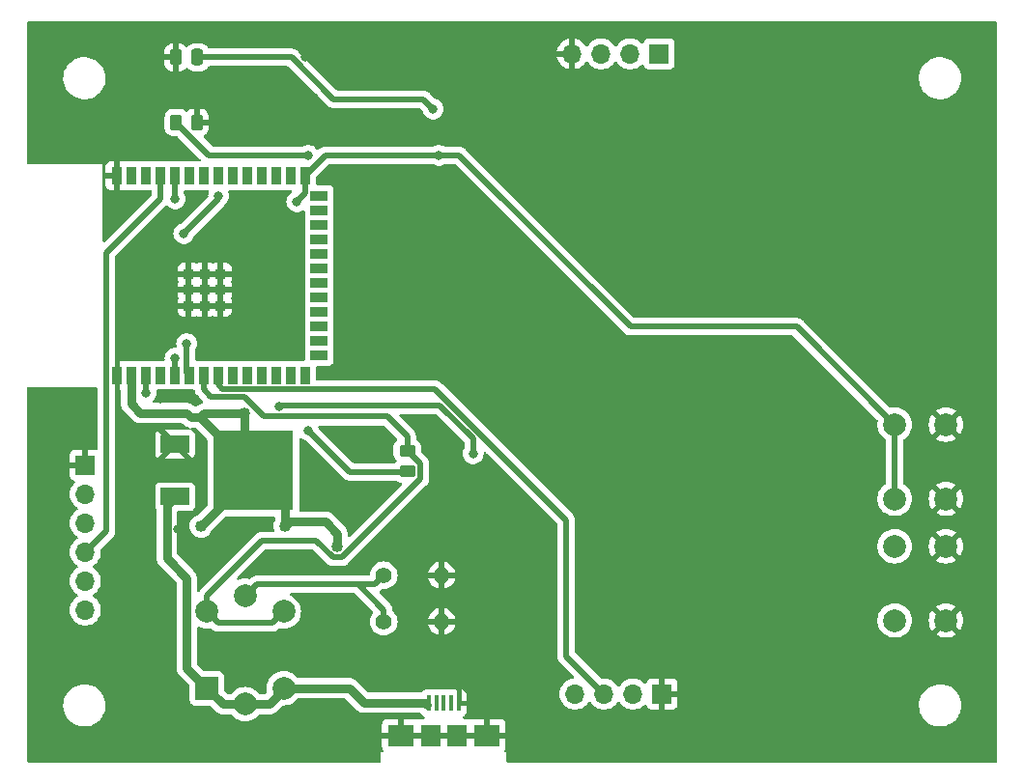
<source format=gbr>
%TF.GenerationSoftware,KiCad,Pcbnew,7.0.10*%
%TF.CreationDate,2024-03-26T13:41:38-05:00*%
%TF.ProjectId,ESP32,45535033-322e-46b6-9963-61645f706362,rev?*%
%TF.SameCoordinates,Original*%
%TF.FileFunction,Copper,L1,Top*%
%TF.FilePolarity,Positive*%
%FSLAX46Y46*%
G04 Gerber Fmt 4.6, Leading zero omitted, Abs format (unit mm)*
G04 Created by KiCad (PCBNEW 7.0.10) date 2024-03-26 13:41:38*
%MOMM*%
%LPD*%
G01*
G04 APERTURE LIST*
G04 Aperture macros list*
%AMRoundRect*
0 Rectangle with rounded corners*
0 $1 Rounding radius*
0 $2 $3 $4 $5 $6 $7 $8 $9 X,Y pos of 4 corners*
0 Add a 4 corners polygon primitive as box body*
4,1,4,$2,$3,$4,$5,$6,$7,$8,$9,$2,$3,0*
0 Add four circle primitives for the rounded corners*
1,1,$1+$1,$2,$3*
1,1,$1+$1,$4,$5*
1,1,$1+$1,$6,$7*
1,1,$1+$1,$8,$9*
0 Add four rect primitives between the rounded corners*
20,1,$1+$1,$2,$3,$4,$5,0*
20,1,$1+$1,$4,$5,$6,$7,0*
20,1,$1+$1,$6,$7,$8,$9,0*
20,1,$1+$1,$8,$9,$2,$3,0*%
G04 Aperture macros list end*
%TA.AperFunction,SMDPad,CuDef*%
%ADD10R,0.400000X1.400000*%
%TD*%
%TA.AperFunction,SMDPad,CuDef*%
%ADD11R,2.300000X1.900000*%
%TD*%
%TA.AperFunction,SMDPad,CuDef*%
%ADD12R,1.800000X1.900000*%
%TD*%
%TA.AperFunction,SMDPad,CuDef*%
%ADD13RoundRect,0.250000X-0.450000X0.262500X-0.450000X-0.262500X0.450000X-0.262500X0.450000X0.262500X0*%
%TD*%
%TA.AperFunction,SMDPad,CuDef*%
%ADD14R,0.889000X1.498600*%
%TD*%
%TA.AperFunction,SMDPad,CuDef*%
%ADD15R,1.498600X0.889000*%
%TD*%
%TA.AperFunction,SMDPad,CuDef*%
%ADD16R,0.889000X0.889000*%
%TD*%
%TA.AperFunction,ComponentPad*%
%ADD17R,1.700000X1.700000*%
%TD*%
%TA.AperFunction,ComponentPad*%
%ADD18O,1.700000X1.700000*%
%TD*%
%TA.AperFunction,ComponentPad*%
%ADD19C,2.000000*%
%TD*%
%TA.AperFunction,SMDPad,CuDef*%
%ADD20RoundRect,0.250000X0.250000X0.475000X-0.250000X0.475000X-0.250000X-0.475000X0.250000X-0.475000X0*%
%TD*%
%TA.AperFunction,SMDPad,CuDef*%
%ADD21RoundRect,0.250000X-0.262500X-0.450000X0.262500X-0.450000X0.262500X0.450000X-0.262500X0.450000X0*%
%TD*%
%TA.AperFunction,ComponentPad*%
%ADD22C,1.400000*%
%TD*%
%TA.AperFunction,ComponentPad*%
%ADD23O,1.400000X1.400000*%
%TD*%
%TA.AperFunction,ComponentPad*%
%ADD24R,2.000000X2.000000*%
%TD*%
%TA.AperFunction,SMDPad,CuDef*%
%ADD25R,2.500000X1.500000*%
%TD*%
%TA.AperFunction,SMDPad,CuDef*%
%ADD26R,7.000000X7.000000*%
%TD*%
%TA.AperFunction,ViaPad*%
%ADD27C,0.800000*%
%TD*%
%TA.AperFunction,ViaPad*%
%ADD28C,1.016000*%
%TD*%
%TA.AperFunction,Conductor*%
%ADD29C,0.508000*%
%TD*%
%TA.AperFunction,Conductor*%
%ADD30C,0.762000*%
%TD*%
%TA.AperFunction,Conductor*%
%ADD31C,0.254000*%
%TD*%
%TA.AperFunction,Conductor*%
%ADD32C,0.400000*%
%TD*%
G04 APERTURE END LIST*
D10*
%TO.P,MicroUSB_5V1A_Wall1,1,Pin_1*%
%TO.N,+5V*%
X114700000Y-127800000D03*
%TO.P,MicroUSB_5V1A_Wall1,2,Pin_2*%
%TO.N,unconnected-(MicroUSB_5V1A_Wall1-Pin_2-Pad2)*%
X115350000Y-127800000D03*
%TO.P,MicroUSB_5V1A_Wall1,3,Pin_3*%
%TO.N,unconnected-(MicroUSB_5V1A_Wall1-Pin_3-Pad3)*%
X116000000Y-127800000D03*
%TO.P,MicroUSB_5V1A_Wall1,4,Pin_4*%
%TO.N,unconnected-(MicroUSB_5V1A_Wall1-Pin_4-Pad4)*%
X116650000Y-127800000D03*
%TO.P,MicroUSB_5V1A_Wall1,5,Pin_5*%
%TO.N,GND*%
X117300000Y-127800000D03*
D11*
%TO.P,MicroUSB_5V1A_Wall1,6,Pin_6*%
X112250000Y-130650000D03*
D12*
X114850000Y-130650000D03*
X117150000Y-130650000D03*
D11*
X119750000Y-130650000D03*
%TD*%
D13*
%TO.P,R2,1*%
%TO.N,/A0*%
X112799500Y-105640500D03*
%TO.P,R2,2*%
%TO.N,Net-(R2-Pad2)*%
X112799500Y-107465500D03*
%TD*%
D14*
%TO.P,U2,1,GND*%
%TO.N,GND*%
X87320000Y-99047000D03*
%TO.P,U2,2,3V3*%
%TO.N,+3V3*%
X88590000Y-99047000D03*
%TO.P,U2,3,EN*%
%TO.N,/CHIP_PU*%
X89860000Y-99047000D03*
%TO.P,U2,4,IO4*%
%TO.N,/VBAT_SENSE*%
X91130000Y-99047000D03*
%TO.P,U2,5,IO5*%
%TO.N,/Trig*%
X92400000Y-99047000D03*
%TO.P,U2,6,IO6*%
%TO.N,/Echo*%
X93670000Y-99047000D03*
%TO.P,U2,7,IO7*%
%TO.N,/A0*%
X94940000Y-99047000D03*
%TO.P,U2,8,IO15*%
%TO.N,/S*%
X96210000Y-99047000D03*
%TO.P,U2,9,IO16*%
%TO.N,/GPIO16*%
X97480000Y-99047000D03*
%TO.P,U2,10,IO17*%
%TO.N,/GPIO17*%
X98750000Y-99047000D03*
%TO.P,U2,11,IO18*%
%TO.N,/GPIO18*%
X100020000Y-99047000D03*
%TO.P,U2,12,IO8*%
%TO.N,/M1_FAULT*%
X101290000Y-99047000D03*
%TO.P,U2,13,IO19*%
%TO.N,/D-*%
X102560000Y-99047000D03*
%TO.P,U2,14,IO20*%
%TO.N,/D+*%
X103830000Y-99047000D03*
D15*
%TO.P,U2,15,IO3*%
%TO.N,/GPIO3_STRAPPING*%
X105080000Y-97282000D03*
%TO.P,U2,16,IO46*%
%TO.N,/GPIO46_STRAPPING*%
X105080000Y-96012000D03*
%TO.P,U2,17,IO9*%
%TO.N,/M1_EN*%
X105080000Y-94742000D03*
%TO.P,U2,18,IO10*%
%TO.N,/M1_PWM*%
X105080000Y-93472000D03*
%TO.P,U2,19,IO11*%
%TO.N,/M1_DIR*%
X105080000Y-92202000D03*
%TO.P,U2,20,IO12*%
%TO.N,/M2_FAULT*%
X105080000Y-90932000D03*
%TO.P,U2,21,IO13*%
%TO.N,/M2_EN*%
X105080000Y-89662000D03*
%TO.P,U2,22,IO14*%
%TO.N,/M2_PWM*%
X105080000Y-88392000D03*
%TO.P,U2,23,IO21*%
%TO.N,/M2_DIR*%
X105080000Y-87122000D03*
%TO.P,U2,24,IO47*%
%TO.N,/CAMERA_CS*%
X105080000Y-85852000D03*
%TO.P,U2,25,IO48*%
%TO.N,/CAMERA_MOSI*%
X105080000Y-84582000D03*
%TO.P,U2,26,IO45*%
%TO.N,/GPIO45_STRAPPING*%
X105080000Y-83312000D03*
D14*
%TO.P,U2,27,IO0*%
%TO.N,/GPIO0_STRAPPING*%
X103830000Y-81547000D03*
%TO.P,U2,28,IO35*%
%TO.N,/ZMOD_RES_N*%
X102560000Y-81547000D03*
%TO.P,U2,29,IO36*%
%TO.N,/ZMOD_INT*%
X101290000Y-81547000D03*
%TO.P,U2,30,IO37*%
%TO.N,/ZMOD_SDA*%
X100020000Y-81547000D03*
%TO.P,U2,31,IO38*%
%TO.N,/ZMOD_SCL*%
X98750000Y-81547000D03*
%TO.P,U2,32,IO39*%
%TO.N,/MTCK*%
X97480000Y-81547000D03*
%TO.P,U2,33,IO40*%
%TO.N,/MTDO*%
X96210000Y-81547000D03*
%TO.P,U2,34,IO41*%
%TO.N,/MTDI*%
X94940000Y-81547000D03*
%TO.P,U2,35,IO42*%
%TO.N,/MTMS*%
X93670000Y-81547000D03*
%TO.P,U2,36,RXD0*%
%TO.N,/RX*%
X92400000Y-81547000D03*
%TO.P,U2,37,TXD0*%
%TO.N,/TX*%
X91130000Y-81547000D03*
%TO.P,U2,38,IO2*%
%TO.N,/I_M_1*%
X89860000Y-81547000D03*
%TO.P,U2,39,IO1*%
%TO.N,/I_M_2*%
X88590000Y-81547000D03*
%TO.P,U2,40,GND*%
%TO.N,GND*%
X87320000Y-81547000D03*
D16*
%TO.P,U2,41,GND*%
X95040000Y-91547000D03*
%TO.P,U2,42,GND*%
X93640000Y-91547000D03*
%TO.P,U2,43,GND*%
X93640000Y-92947000D03*
%TO.P,U2,44,GND*%
X95040000Y-92947000D03*
%TO.P,U2,45,GND*%
X96440000Y-92947000D03*
%TO.P,U2,46,GND*%
X96440000Y-91547000D03*
%TO.P,U2,47,GND*%
X96440000Y-90147000D03*
%TO.P,U2,48,GND*%
X95040000Y-90147000D03*
%TO.P,U2,49,GND*%
X93640000Y-90147000D03*
%TD*%
D17*
%TO.P,USB_UART1,1,Pin_1*%
%TO.N,GND*%
X84582000Y-106934000D03*
D18*
%TO.P,USB_UART1,2,Pin_2*%
%TO.N,unconnected-(USB_UART1-Pin_2-Pad2)*%
X84582000Y-109474000D03*
%TO.P,USB_UART1,3,Pin_3*%
%TO.N,unconnected-(USB_UART1-Pin_3-Pad3)*%
X84582000Y-112014000D03*
%TO.P,USB_UART1,4,Pin_4*%
%TO.N,/TX*%
X84582000Y-114554000D03*
%TO.P,USB_UART1,5,Pin_5*%
%TO.N,/RX*%
X84582000Y-117094000D03*
%TO.P,USB_UART1,6,Pin_6*%
%TO.N,unconnected-(USB_UART1-Pin_6-Pad6)*%
X84582000Y-119634000D03*
%TD*%
D19*
%TO.P,SW1,1,1*%
%TO.N,GND*%
X160020000Y-114046000D03*
X160020000Y-120546000D03*
%TO.P,SW1,2,2*%
%TO.N,/CHIP_PU*%
X155520000Y-114046000D03*
X155520000Y-120546000D03*
%TD*%
%TO.P,SW2,1,1*%
%TO.N,GND*%
X160020000Y-103378000D03*
X160020000Y-109878000D03*
%TO.P,SW2,2,2*%
%TO.N,/GPIO0_STRAPPING*%
X155520000Y-103378000D03*
X155520000Y-109878000D03*
%TD*%
D18*
%TO.P,HC-SR4,4,Pin_4*%
%TO.N,GND*%
X127254000Y-70866000D03*
%TO.P,HC-SR4,3,Pin_3*%
%TO.N,Net-(HC-SR4-Pin_3)*%
X129794000Y-70866000D03*
%TO.P,HC-SR4,2,Pin_2*%
%TO.N,/Trig*%
X132334000Y-70866000D03*
D17*
%TO.P,HC-SR4,1,Pin_1*%
%TO.N,+5V*%
X134874000Y-70866000D03*
%TD*%
D20*
%TO.P,C2,1*%
%TO.N,/GPIO0_STRAPPING*%
X94422000Y-71168500D03*
%TO.P,C2,2*%
%TO.N,GND*%
X92522000Y-71168500D03*
%TD*%
D21*
%TO.P,R3,1*%
%TO.N,Net-(R2-Pad2)*%
X92559500Y-76883500D03*
%TO.P,R3,2*%
%TO.N,GND*%
X94384500Y-76883500D03*
%TD*%
D17*
%TO.P,DHT22,1,Pin_1*%
%TO.N,GND*%
X135128000Y-127000000D03*
D18*
%TO.P,DHT22,2,Pin_2*%
%TO.N,unconnected-(DHT22-Pin_2-Pad2)*%
X132588000Y-127000000D03*
%TO.P,DHT22,3,Pin_3*%
%TO.N,/S*%
X130048000Y-127000000D03*
%TO.P,DHT22,4,Pin_4*%
%TO.N,+3V3*%
X127508000Y-127000000D03*
%TD*%
D22*
%TO.P,R1,1*%
%TO.N,Net-(MQ135-VH-)*%
X110744000Y-116586000D03*
D23*
%TO.P,R1,2*%
%TO.N,GND*%
X115824000Y-116586000D03*
%TD*%
D22*
%TO.P,R4,1*%
%TO.N,Net-(MQ135-VH-)*%
X110744000Y-120650000D03*
D23*
%TO.P,R4,2*%
%TO.N,GND*%
X115824000Y-120650000D03*
%TD*%
D19*
%TO.P,MQ135,6,A1*%
%TO.N,/A0*%
X95250000Y-119772000D03*
%TO.P,MQ135,5,VH-*%
%TO.N,Net-(MQ135-VH-)*%
X98610000Y-118382000D03*
%TO.P,MQ135,4,A2*%
%TO.N,/A0*%
X101970000Y-119772000D03*
%TO.P,MQ135,3,B2*%
%TO.N,+5V*%
X101970000Y-126492000D03*
%TO.P,MQ135,2,VH+*%
X98610000Y-127882000D03*
D24*
%TO.P,MQ135,1,B1*%
X95250000Y-126492000D03*
%TD*%
D25*
%TO.P,U1,3,VI*%
%TO.N,+5V*%
X92464000Y-109702000D03*
D26*
%TO.P,U1,2,VO*%
%TO.N,+3V3*%
X99314000Y-107402000D03*
D25*
%TO.P,U1,1,ADJ*%
%TO.N,GND*%
X92464000Y-105102000D03*
%TD*%
D27*
%TO.N,GND*%
X131826000Y-79756000D03*
X147497604Y-76451415D03*
X157480000Y-85090000D03*
X148336000Y-123190000D03*
X108458000Y-104902000D03*
X104902000Y-109728000D03*
%TO.N,Net-(R2-Pad2)*%
X104140000Y-103886000D03*
X104140000Y-79756000D03*
%TO.N,/CHIP_PU*%
X101600000Y-101821800D03*
X118580000Y-105918000D03*
X89916000Y-100584000D03*
%TO.N,GND*%
X91186000Y-101092000D03*
X101092000Y-86868000D03*
X138684000Y-114300000D03*
X88138000Y-84074000D03*
X115570000Y-103632000D03*
X123444000Y-114808000D03*
X89916000Y-79248000D03*
X103124000Y-121920000D03*
X92202000Y-88392000D03*
X81534000Y-122428000D03*
X114554000Y-110998000D03*
X95504000Y-96012000D03*
X138684000Y-101092000D03*
X121666000Y-109728000D03*
X81280000Y-102108000D03*
X101346000Y-115570000D03*
X102108000Y-92456000D03*
X94234000Y-101092000D03*
X104648000Y-74676000D03*
X116586000Y-124460000D03*
X122682000Y-91948000D03*
X139446000Y-84328000D03*
X90932000Y-122428000D03*
X117094000Y-107188000D03*
X114554000Y-89662000D03*
X97282000Y-88138000D03*
X92710000Y-112522000D03*
X93218000Y-94488000D03*
X101346000Y-73406000D03*
X98044000Y-85344000D03*
X103886000Y-71120000D03*
X90170000Y-73914000D03*
%TO.N,/GPIO0_STRAPPING*%
X115570000Y-79756000D03*
X103124000Y-83820000D03*
X115062000Y-75692000D03*
D28*
%TO.N,+3V3*%
X106680000Y-114047000D03*
X94742000Y-112268000D03*
X98552000Y-102416000D03*
X102108000Y-112268000D03*
D27*
%TO.N,/Trig*%
X96266000Y-83312000D03*
X92456000Y-97536000D03*
X93218000Y-86614000D03*
%TO.N,/Echo*%
X93472000Y-96266000D03*
%TO.N,/RX*%
X92456000Y-83566000D03*
%TD*%
D29*
%TO.N,/S*%
X96210000Y-99878800D02*
X96210000Y-99047000D01*
X96581500Y-100250300D02*
X96210000Y-99878800D01*
X115221563Y-100250300D02*
X96581500Y-100250300D01*
X126746000Y-111774737D02*
X115221563Y-100250300D01*
X126746000Y-123698000D02*
X126746000Y-111774737D01*
X130048000Y-127000000D02*
X126746000Y-123698000D01*
%TO.N,/GPIO0_STRAPPING*%
X146936000Y-94794000D02*
X155520000Y-103378000D01*
X132386000Y-94794000D02*
X146936000Y-94794000D01*
X117348000Y-79756000D02*
X132386000Y-94794000D01*
X155520000Y-109878000D02*
X155520000Y-103378000D01*
X115570000Y-79756000D02*
X117348000Y-79756000D01*
%TO.N,/TX*%
X91186000Y-83566000D02*
X91186000Y-81603000D01*
X91186000Y-81603000D02*
X91130000Y-81547000D01*
X91186000Y-83566000D02*
X86421500Y-88330500D01*
X86421500Y-112714500D02*
X84582000Y-114554000D01*
X86421500Y-88330500D02*
X86421500Y-112714500D01*
%TO.N,/GPIO0_STRAPPING*%
X114208000Y-74838000D02*
X115062000Y-75692000D01*
X106334000Y-74838000D02*
X114208000Y-74838000D01*
X102664500Y-71168500D02*
X106334000Y-74838000D01*
X94422000Y-71168500D02*
X102664500Y-71168500D01*
%TO.N,Net-(MQ135-VH-)*%
X110744000Y-119634000D02*
X110744000Y-120650000D01*
X108492000Y-117382000D02*
X110744000Y-119634000D01*
%TO.N,/GPIO0_STRAPPING*%
X105621000Y-79756000D02*
X103830000Y-81547000D01*
X115570000Y-79756000D02*
X105621000Y-79756000D01*
%TO.N,/A0*%
X113953500Y-108133974D02*
X113953500Y-106794500D01*
X104810526Y-113538000D02*
X106281526Y-115009000D01*
X100069787Y-113538000D02*
X104810526Y-113538000D01*
X106281526Y-115009000D02*
X107078474Y-115009000D01*
X113953500Y-106794500D02*
X112799500Y-105640500D01*
X95250000Y-118357787D02*
X100069787Y-113538000D01*
X107078474Y-115009000D02*
X113953500Y-108133974D01*
X95250000Y-119772000D02*
X95250000Y-118357787D01*
%TO.N,Net-(MQ135-VH-)*%
X109948000Y-117382000D02*
X108492000Y-117382000D01*
X110744000Y-116586000D02*
X109948000Y-117382000D01*
X99610000Y-117382000D02*
X108492000Y-117382000D01*
X98610000Y-118382000D02*
X99610000Y-117382000D01*
%TO.N,Net-(R2-Pad2)*%
X107757000Y-107503000D02*
X112762000Y-107503000D01*
X104140000Y-103886000D02*
X107757000Y-107503000D01*
X112762000Y-107503000D02*
X112799500Y-107465500D01*
X95432000Y-79756000D02*
X104140000Y-79756000D01*
X92559500Y-76883500D02*
X95432000Y-79756000D01*
%TO.N,/A0*%
X95603500Y-100967800D02*
X94940000Y-100304300D01*
X98552000Y-100967800D02*
X95603500Y-100967800D01*
X94940000Y-100304300D02*
X94940000Y-99047000D01*
X100260000Y-102675800D02*
X98552000Y-100967800D01*
X111081300Y-102675800D02*
X100260000Y-102675800D01*
X112799500Y-104394000D02*
X111081300Y-102675800D01*
X100970000Y-120772000D02*
X101970000Y-119772000D01*
X96250000Y-120772000D02*
X100970000Y-120772000D01*
X95250000Y-119772000D02*
X96250000Y-120772000D01*
%TO.N,/CHIP_PU*%
X118580000Y-104610000D02*
X118580000Y-105918000D01*
X115645800Y-101675800D02*
X118580000Y-104610000D01*
X101746000Y-101675800D02*
X115645800Y-101675800D01*
X101600000Y-101821800D02*
X101746000Y-101675800D01*
D30*
%TO.N,+5V*%
X93472000Y-124714000D02*
X95250000Y-126492000D01*
X93472000Y-116840000D02*
X93472000Y-124714000D01*
X91729000Y-115097000D02*
X93472000Y-116840000D01*
X91729000Y-110437000D02*
X91729000Y-115097000D01*
X92464000Y-109702000D02*
X91729000Y-110437000D01*
%TO.N,+3V3*%
X99314000Y-107442000D02*
X94615000Y-102743000D01*
X99314000Y-107696000D02*
X99314000Y-107442000D01*
X94742000Y-112268000D02*
X99314000Y-107696000D01*
X98552000Y-106640000D02*
X99314000Y-107402000D01*
X98552000Y-102416000D02*
X98552000Y-106640000D01*
X102108000Y-112268000D02*
X102108000Y-110196000D01*
X102108000Y-110196000D02*
X99314000Y-107402000D01*
%TO.N,+5V*%
X114357000Y-127762000D02*
X114518000Y-127923000D01*
X108995000Y-127762000D02*
X114357000Y-127762000D01*
X102108000Y-126492000D02*
X107725000Y-126492000D01*
X107725000Y-126492000D02*
X108995000Y-127762000D01*
X100718000Y-127882000D02*
X102108000Y-126492000D01*
X98610000Y-127882000D02*
X100718000Y-127882000D01*
X96640000Y-127882000D02*
X98610000Y-127882000D01*
X95250000Y-126492000D02*
X96640000Y-127882000D01*
D29*
%TO.N,/CHIP_PU*%
X89916000Y-100584000D02*
X89916000Y-99103000D01*
X89916000Y-99103000D02*
X89860000Y-99047000D01*
D31*
%TO.N,GND*%
X117310000Y-127800000D02*
X117348000Y-127762000D01*
X117300000Y-127800000D02*
X117310000Y-127800000D01*
D32*
X117300000Y-127800000D02*
X117300000Y-126238000D01*
D29*
%TO.N,/GPIO0_STRAPPING*%
X103124000Y-83820000D02*
X103830000Y-83114000D01*
X103830000Y-83114000D02*
X103830000Y-81547000D01*
D30*
%TO.N,+3V3*%
X94942000Y-102416000D02*
X94615000Y-102743000D01*
X93472000Y-102362000D02*
X89408000Y-102362000D01*
X102108000Y-112268000D02*
X102507000Y-111869000D01*
X102507000Y-111869000D02*
X105607079Y-111869000D01*
X106680000Y-112941921D02*
X106680000Y-114047000D01*
X98552000Y-102416000D02*
X94942000Y-102416000D01*
X105607079Y-111869000D02*
X106680000Y-112941921D01*
X89408000Y-102362000D02*
X88590000Y-101544000D01*
X94615000Y-102743000D02*
X93853000Y-102743000D01*
X93853000Y-102743000D02*
X93472000Y-102362000D01*
X88590000Y-101544000D02*
X88590000Y-99047000D01*
D29*
%TO.N,/Trig*%
X93218000Y-86614000D02*
X96266000Y-83566000D01*
X92456000Y-98991000D02*
X92400000Y-99047000D01*
X92456000Y-97536000D02*
X92456000Y-98991000D01*
X96266000Y-83566000D02*
X96266000Y-83312000D01*
%TO.N,/A0*%
X112799500Y-104394000D02*
X112799500Y-105640500D01*
%TO.N,/Echo*%
X93472000Y-96266000D02*
X93472000Y-98849000D01*
X93472000Y-98849000D02*
X93670000Y-99047000D01*
%TO.N,/RX*%
X92456000Y-81603000D02*
X92400000Y-81547000D01*
X92456000Y-83566000D02*
X92456000Y-81603000D01*
%TD*%
%TA.AperFunction,Conductor*%
%TO.N,GND*%
G36*
X164441621Y-68020502D02*
G01*
X164488114Y-68074158D01*
X164499500Y-68126500D01*
X164499500Y-132873500D01*
X164479498Y-132941621D01*
X164425842Y-132988114D01*
X164373500Y-132999500D01*
X121626500Y-132999500D01*
X121558379Y-132979498D01*
X121511886Y-132925842D01*
X121500500Y-132873500D01*
X121500500Y-132125157D01*
X121500528Y-132125014D01*
X121500524Y-132125014D01*
X121500539Y-132100002D01*
X121500541Y-132100000D01*
X121500383Y-132099617D01*
X121500381Y-132099616D01*
X121500380Y-132099615D01*
X121500305Y-132099584D01*
X121500096Y-132099498D01*
X121500002Y-132099459D01*
X121475048Y-132099459D01*
X121474842Y-132099500D01*
X121412366Y-132099500D01*
X121344245Y-132079498D01*
X121297752Y-132025842D01*
X121287648Y-131955568D01*
X121311498Y-131897991D01*
X121350444Y-131845965D01*
X121350444Y-131845964D01*
X121401494Y-131709093D01*
X121407999Y-131648597D01*
X121408000Y-131648585D01*
X121408000Y-130904000D01*
X110592000Y-130904000D01*
X110592000Y-131648597D01*
X110598505Y-131709093D01*
X110649555Y-131845964D01*
X110649555Y-131845965D01*
X110688502Y-131897991D01*
X110713313Y-131964511D01*
X110698222Y-132033885D01*
X110648020Y-132084087D01*
X110587634Y-132099500D01*
X110525158Y-132099500D01*
X110524952Y-132099459D01*
X110499998Y-132099459D01*
X110499901Y-132099499D01*
X110499696Y-132099584D01*
X110499618Y-132099615D01*
X110499617Y-132099617D01*
X110499459Y-132100000D01*
X110499476Y-132125014D01*
X110499471Y-132125014D01*
X110499500Y-132125157D01*
X110499500Y-132873500D01*
X110479498Y-132941621D01*
X110425842Y-132988114D01*
X110373500Y-132999500D01*
X79626500Y-132999500D01*
X79558379Y-132979498D01*
X79511886Y-132925842D01*
X79500500Y-132873500D01*
X79500500Y-130396000D01*
X110592000Y-130396000D01*
X111996000Y-130396000D01*
X111996000Y-129192000D01*
X111051402Y-129192000D01*
X110990906Y-129198505D01*
X110854035Y-129249555D01*
X110854034Y-129249555D01*
X110737095Y-129337095D01*
X110649555Y-129454034D01*
X110649555Y-129454035D01*
X110598505Y-129590906D01*
X110592000Y-129651402D01*
X110592000Y-130396000D01*
X79500500Y-130396000D01*
X79500500Y-128067765D01*
X82645788Y-128067765D01*
X82675412Y-128337014D01*
X82743928Y-128599090D01*
X82849869Y-128848389D01*
X82894923Y-128922211D01*
X82990982Y-129079610D01*
X83164255Y-129287820D01*
X83164257Y-129287822D01*
X83164259Y-129287824D01*
X83314117Y-129422097D01*
X83365998Y-129468582D01*
X83591910Y-129618044D01*
X83837176Y-129733020D01*
X84096569Y-129811060D01*
X84096572Y-129811060D01*
X84096574Y-129811061D01*
X84364557Y-129850500D01*
X84364561Y-129850500D01*
X84567631Y-129850500D01*
X84770156Y-129835677D01*
X84770160Y-129835676D01*
X84770161Y-129835676D01*
X84880665Y-129811060D01*
X85034553Y-129776780D01*
X85287558Y-129680014D01*
X85523777Y-129547441D01*
X85738177Y-129381888D01*
X85926186Y-129186881D01*
X86083799Y-128966579D01*
X86087979Y-128958450D01*
X86207656Y-128725675D01*
X86207657Y-128725672D01*
X86232961Y-128651500D01*
X86295118Y-128469305D01*
X86322429Y-128321444D01*
X86344318Y-128202941D01*
X86344319Y-128202930D01*
X86354212Y-127932235D01*
X86332863Y-127738204D01*
X86324587Y-127662985D01*
X86266974Y-127442612D01*
X86256072Y-127400912D01*
X86150130Y-127151610D01*
X86009018Y-126920390D01*
X85835745Y-126712180D01*
X85835741Y-126712177D01*
X85835740Y-126712175D01*
X85634012Y-126531427D01*
X85634002Y-126531418D01*
X85408090Y-126381956D01*
X85162824Y-126266980D01*
X85005392Y-126219615D01*
X84903425Y-126188938D01*
X84635442Y-126149500D01*
X84635439Y-126149500D01*
X84432369Y-126149500D01*
X84229839Y-126164323D01*
X84229838Y-126164323D01*
X83965456Y-126223217D01*
X83965441Y-126223222D01*
X83712441Y-126319986D01*
X83476229Y-126452555D01*
X83476225Y-126452557D01*
X83371063Y-126533760D01*
X83280225Y-126603903D01*
X83261818Y-126618116D01*
X83073815Y-126813117D01*
X83073810Y-126813123D01*
X82916203Y-127033417D01*
X82916196Y-127033427D01*
X82792343Y-127274324D01*
X82792342Y-127274327D01*
X82704883Y-127530689D01*
X82704880Y-127530702D01*
X82655681Y-127797058D01*
X82655680Y-127797069D01*
X82645788Y-128067765D01*
X79500500Y-128067765D01*
X79500500Y-100202000D01*
X79520502Y-100133879D01*
X79574158Y-100087386D01*
X79626500Y-100076000D01*
X85533000Y-100076000D01*
X85601121Y-100096002D01*
X85647614Y-100149658D01*
X85659000Y-100202000D01*
X85659000Y-105454908D01*
X85638998Y-105523029D01*
X85585342Y-105569522D01*
X85519532Y-105580186D01*
X85480602Y-105576000D01*
X84836000Y-105576000D01*
X84836000Y-106500325D01*
X84724315Y-106449320D01*
X84617763Y-106434000D01*
X84546237Y-106434000D01*
X84439685Y-106449320D01*
X84328000Y-106500325D01*
X84328000Y-105576000D01*
X83683402Y-105576000D01*
X83622906Y-105582505D01*
X83486035Y-105633555D01*
X83486034Y-105633555D01*
X83369095Y-105721095D01*
X83281555Y-105838034D01*
X83281555Y-105838035D01*
X83230505Y-105974906D01*
X83224000Y-106035402D01*
X83224000Y-106680000D01*
X84150884Y-106680000D01*
X84122507Y-106724156D01*
X84082000Y-106862111D01*
X84082000Y-107005889D01*
X84122507Y-107143844D01*
X84150884Y-107188000D01*
X83224000Y-107188000D01*
X83224000Y-107832597D01*
X83230505Y-107893093D01*
X83281555Y-108029964D01*
X83281555Y-108029965D01*
X83369095Y-108146904D01*
X83486034Y-108234444D01*
X83601172Y-108277388D01*
X83658008Y-108319935D01*
X83682819Y-108386455D01*
X83667728Y-108455829D01*
X83649841Y-108480782D01*
X83506280Y-108636729D01*
X83506275Y-108636734D01*
X83383141Y-108825206D01*
X83292703Y-109031386D01*
X83292702Y-109031387D01*
X83237437Y-109249624D01*
X83237436Y-109249630D01*
X83237436Y-109249632D01*
X83218844Y-109474000D01*
X83236915Y-109692085D01*
X83237437Y-109698375D01*
X83292702Y-109916612D01*
X83292703Y-109916613D01*
X83292704Y-109916616D01*
X83379596Y-110114711D01*
X83383141Y-110122793D01*
X83506275Y-110311265D01*
X83506279Y-110311270D01*
X83658762Y-110476908D01*
X83692624Y-110503264D01*
X83836424Y-110615189D01*
X83869680Y-110633186D01*
X83920071Y-110683200D01*
X83935423Y-110752516D01*
X83910862Y-110819129D01*
X83869680Y-110854813D01*
X83836426Y-110872810D01*
X83836424Y-110872811D01*
X83658762Y-111011091D01*
X83506279Y-111176729D01*
X83506275Y-111176734D01*
X83383141Y-111365206D01*
X83292703Y-111571386D01*
X83292702Y-111571387D01*
X83237437Y-111789624D01*
X83237436Y-111789630D01*
X83237436Y-111789632D01*
X83230186Y-111877122D01*
X83218844Y-112014000D01*
X83237437Y-112238375D01*
X83292702Y-112456612D01*
X83292703Y-112456613D01*
X83292704Y-112456616D01*
X83381426Y-112658883D01*
X83383141Y-112662793D01*
X83506275Y-112851265D01*
X83506279Y-112851270D01*
X83622084Y-112977066D01*
X83645159Y-113002132D01*
X83658762Y-113016908D01*
X83695073Y-113045170D01*
X83836424Y-113155189D01*
X83867686Y-113172107D01*
X83869680Y-113173186D01*
X83920071Y-113223200D01*
X83935423Y-113292516D01*
X83910862Y-113359129D01*
X83869680Y-113394814D01*
X83836426Y-113412810D01*
X83836424Y-113412811D01*
X83658762Y-113551091D01*
X83506279Y-113716729D01*
X83506275Y-113716734D01*
X83383141Y-113905206D01*
X83292703Y-114111386D01*
X83292702Y-114111387D01*
X83237437Y-114329624D01*
X83237436Y-114329630D01*
X83237436Y-114329632D01*
X83218844Y-114554000D01*
X83233673Y-114732961D01*
X83237437Y-114778375D01*
X83292702Y-114996612D01*
X83292703Y-114996613D01*
X83292704Y-114996616D01*
X83367356Y-115166807D01*
X83383141Y-115202793D01*
X83506275Y-115391265D01*
X83506279Y-115391270D01*
X83658762Y-115556908D01*
X83707275Y-115594667D01*
X83836424Y-115695189D01*
X83867374Y-115711938D01*
X83869680Y-115713186D01*
X83920071Y-115763200D01*
X83935423Y-115832516D01*
X83910862Y-115899129D01*
X83869680Y-115934813D01*
X83836426Y-115952810D01*
X83836424Y-115952811D01*
X83658762Y-116091091D01*
X83506279Y-116256729D01*
X83506275Y-116256734D01*
X83383141Y-116445206D01*
X83292703Y-116651386D01*
X83292702Y-116651387D01*
X83237437Y-116869624D01*
X83237436Y-116869630D01*
X83237436Y-116869632D01*
X83228063Y-116982748D01*
X83218844Y-117094000D01*
X83237437Y-117318375D01*
X83292702Y-117536612D01*
X83292703Y-117536613D01*
X83292704Y-117536616D01*
X83362193Y-117695037D01*
X83383141Y-117742793D01*
X83506275Y-117931265D01*
X83506279Y-117931270D01*
X83658762Y-118096908D01*
X83683695Y-118116314D01*
X83836424Y-118235189D01*
X83869680Y-118253186D01*
X83920071Y-118303200D01*
X83935423Y-118372516D01*
X83910862Y-118439129D01*
X83869680Y-118474813D01*
X83836426Y-118492810D01*
X83836424Y-118492811D01*
X83658762Y-118631091D01*
X83506279Y-118796729D01*
X83506275Y-118796734D01*
X83383141Y-118985206D01*
X83292703Y-119191386D01*
X83292702Y-119191387D01*
X83237437Y-119409624D01*
X83237436Y-119409630D01*
X83237436Y-119409632D01*
X83218844Y-119634000D01*
X83234348Y-119821105D01*
X83237437Y-119858375D01*
X83292702Y-120076612D01*
X83292703Y-120076613D01*
X83292704Y-120076616D01*
X83332379Y-120167066D01*
X83383141Y-120282793D01*
X83506275Y-120471265D01*
X83506279Y-120471270D01*
X83658762Y-120636908D01*
X83690250Y-120661416D01*
X83836424Y-120775189D01*
X84034426Y-120882342D01*
X84034427Y-120882342D01*
X84034428Y-120882343D01*
X84101038Y-120905210D01*
X84247365Y-120955444D01*
X84469431Y-120992500D01*
X84469435Y-120992500D01*
X84694565Y-120992500D01*
X84694569Y-120992500D01*
X84916635Y-120955444D01*
X85129574Y-120882342D01*
X85327576Y-120775189D01*
X85505240Y-120636906D01*
X85657722Y-120471268D01*
X85780860Y-120282791D01*
X85871296Y-120076616D01*
X85926564Y-119858368D01*
X85945156Y-119634000D01*
X85926564Y-119409632D01*
X85919544Y-119381911D01*
X85871297Y-119191387D01*
X85871296Y-119191386D01*
X85871296Y-119191384D01*
X85780860Y-118985209D01*
X85713811Y-118882582D01*
X85657724Y-118796734D01*
X85657720Y-118796729D01*
X85541570Y-118670559D01*
X85505240Y-118631094D01*
X85505239Y-118631093D01*
X85505237Y-118631091D01*
X85343733Y-118505387D01*
X85327576Y-118492811D01*
X85294319Y-118474813D01*
X85243929Y-118424802D01*
X85228576Y-118355485D01*
X85253136Y-118288872D01*
X85294320Y-118253186D01*
X85327576Y-118235189D01*
X85505240Y-118096906D01*
X85657722Y-117931268D01*
X85780860Y-117742791D01*
X85871296Y-117536616D01*
X85926564Y-117318368D01*
X85945156Y-117094000D01*
X85926564Y-116869632D01*
X85915598Y-116826327D01*
X85871297Y-116651387D01*
X85871296Y-116651386D01*
X85871296Y-116651384D01*
X85780860Y-116445209D01*
X85761393Y-116415413D01*
X85657724Y-116256734D01*
X85657720Y-116256729D01*
X85505237Y-116091091D01*
X85423382Y-116027381D01*
X85327576Y-115952811D01*
X85294319Y-115934813D01*
X85243929Y-115884802D01*
X85228576Y-115815485D01*
X85253136Y-115748872D01*
X85294320Y-115713186D01*
X85296626Y-115711938D01*
X85327576Y-115695189D01*
X85505240Y-115556906D01*
X85657722Y-115391268D01*
X85780860Y-115202791D01*
X85871296Y-114996616D01*
X85926564Y-114778368D01*
X85945156Y-114554000D01*
X85928183Y-114349175D01*
X85942492Y-114279637D01*
X85964652Y-114249683D01*
X86914908Y-113299428D01*
X86928740Y-113287475D01*
X86948322Y-113272898D01*
X86980677Y-113234336D01*
X86988096Y-113226240D01*
X86992073Y-113222265D01*
X87011649Y-113197504D01*
X87013895Y-113194749D01*
X87062896Y-113136353D01*
X87062896Y-113136351D01*
X87062899Y-113136349D01*
X87066930Y-113130220D01*
X87066983Y-113130255D01*
X87071095Y-113123800D01*
X87071041Y-113123767D01*
X87074889Y-113117527D01*
X87074895Y-113117520D01*
X87107120Y-113048409D01*
X87108672Y-113045204D01*
X87142894Y-112977066D01*
X87142895Y-112977063D01*
X87145407Y-112970163D01*
X87145465Y-112970184D01*
X87147977Y-112962955D01*
X87147917Y-112962935D01*
X87150221Y-112955980D01*
X87150225Y-112955973D01*
X87165643Y-112881293D01*
X87166409Y-112877838D01*
X87184000Y-112803623D01*
X87184000Y-112803622D01*
X87184852Y-112796335D01*
X87184911Y-112796342D01*
X87185690Y-112788725D01*
X87185629Y-112788720D01*
X87186267Y-112781417D01*
X87186269Y-112781408D01*
X87184053Y-112705229D01*
X87184000Y-112701566D01*
X87184000Y-106359999D01*
X91565209Y-106359999D01*
X91565210Y-106360000D01*
X93362790Y-106360000D01*
X93362790Y-106359999D01*
X92464001Y-105461210D01*
X92463999Y-105461210D01*
X91565209Y-106359999D01*
X87184000Y-106359999D01*
X87184000Y-105900597D01*
X90706000Y-105900597D01*
X90712505Y-105961093D01*
X90763554Y-106097963D01*
X90851099Y-106214906D01*
X90931611Y-106275176D01*
X90931613Y-106275176D01*
X92104790Y-105102000D01*
X92104790Y-105101999D01*
X90931612Y-103928822D01*
X90851092Y-103989099D01*
X90763555Y-104106034D01*
X90763555Y-104106035D01*
X90712505Y-104242906D01*
X90706000Y-104303402D01*
X90706000Y-105900597D01*
X87184000Y-105900597D01*
X87184000Y-93201000D01*
X92687500Y-93201000D01*
X92687500Y-93440097D01*
X92694005Y-93500593D01*
X92745055Y-93637464D01*
X92745055Y-93637465D01*
X92832595Y-93754404D01*
X92949534Y-93841944D01*
X93086406Y-93892994D01*
X93146902Y-93899499D01*
X93146915Y-93899500D01*
X93386000Y-93899500D01*
X93386000Y-93201000D01*
X93894000Y-93201000D01*
X93894000Y-93899500D01*
X94133085Y-93899500D01*
X94133097Y-93899499D01*
X94193593Y-93892994D01*
X94295968Y-93854811D01*
X94366783Y-93849746D01*
X94384032Y-93854811D01*
X94486406Y-93892994D01*
X94546902Y-93899499D01*
X94546915Y-93899500D01*
X94786000Y-93899500D01*
X94786000Y-93201000D01*
X95294000Y-93201000D01*
X95294000Y-93899500D01*
X95533085Y-93899500D01*
X95533097Y-93899499D01*
X95593593Y-93892994D01*
X95695968Y-93854811D01*
X95766783Y-93849746D01*
X95784032Y-93854811D01*
X95886406Y-93892994D01*
X95946902Y-93899499D01*
X95946915Y-93899500D01*
X96186000Y-93899500D01*
X96186000Y-93201000D01*
X96694000Y-93201000D01*
X96694000Y-93899500D01*
X96933085Y-93899500D01*
X96933097Y-93899499D01*
X96993593Y-93892994D01*
X97130464Y-93841944D01*
X97130465Y-93841944D01*
X97247404Y-93754404D01*
X97334944Y-93637465D01*
X97334944Y-93637464D01*
X97385994Y-93500593D01*
X97392499Y-93440097D01*
X97392500Y-93440085D01*
X97392500Y-93201000D01*
X96694000Y-93201000D01*
X96186000Y-93201000D01*
X95294000Y-93201000D01*
X94786000Y-93201000D01*
X93894000Y-93201000D01*
X93386000Y-93201000D01*
X92687500Y-93201000D01*
X87184000Y-93201000D01*
X87184000Y-91801000D01*
X92687500Y-91801000D01*
X92687500Y-92040097D01*
X92694005Y-92100594D01*
X92732188Y-92202968D01*
X92737252Y-92273784D01*
X92732188Y-92291032D01*
X92694005Y-92393405D01*
X92687500Y-92453902D01*
X92687500Y-92693000D01*
X93386000Y-92693000D01*
X93386000Y-91801000D01*
X93894000Y-91801000D01*
X93894000Y-92693000D01*
X94786000Y-92693000D01*
X94786000Y-91801000D01*
X95294000Y-91801000D01*
X95294000Y-92693000D01*
X96186000Y-92693000D01*
X96186000Y-91801000D01*
X96694000Y-91801000D01*
X96694000Y-92693000D01*
X97392500Y-92693000D01*
X97392500Y-92453914D01*
X97392499Y-92453902D01*
X97385994Y-92393406D01*
X97347811Y-92291032D01*
X97342746Y-92220217D01*
X97347811Y-92202968D01*
X97385994Y-92100593D01*
X97392499Y-92040097D01*
X97392500Y-92040085D01*
X97392500Y-91801000D01*
X96694000Y-91801000D01*
X96186000Y-91801000D01*
X95294000Y-91801000D01*
X94786000Y-91801000D01*
X93894000Y-91801000D01*
X93386000Y-91801000D01*
X92687500Y-91801000D01*
X87184000Y-91801000D01*
X87184000Y-90401000D01*
X92687500Y-90401000D01*
X92687500Y-90640097D01*
X92694005Y-90700594D01*
X92732188Y-90802968D01*
X92737252Y-90873784D01*
X92732188Y-90891032D01*
X92694005Y-90993405D01*
X92687500Y-91053902D01*
X92687500Y-91293000D01*
X93386000Y-91293000D01*
X93386000Y-90401000D01*
X93894000Y-90401000D01*
X93894000Y-91293000D01*
X94786000Y-91293000D01*
X94786000Y-90401000D01*
X95294000Y-90401000D01*
X95294000Y-91293000D01*
X96186000Y-91293000D01*
X96186000Y-90401000D01*
X96694000Y-90401000D01*
X96694000Y-91293000D01*
X97392500Y-91293000D01*
X97392500Y-91053914D01*
X97392499Y-91053902D01*
X97385994Y-90993406D01*
X97347811Y-90891032D01*
X97342746Y-90820217D01*
X97347811Y-90802968D01*
X97385994Y-90700593D01*
X97392499Y-90640097D01*
X97392500Y-90640085D01*
X97392500Y-90401000D01*
X96694000Y-90401000D01*
X96186000Y-90401000D01*
X95294000Y-90401000D01*
X94786000Y-90401000D01*
X93894000Y-90401000D01*
X93386000Y-90401000D01*
X92687500Y-90401000D01*
X87184000Y-90401000D01*
X87184000Y-89893000D01*
X92687500Y-89893000D01*
X93386000Y-89893000D01*
X93386000Y-89194500D01*
X93894000Y-89194500D01*
X93894000Y-89893000D01*
X94786000Y-89893000D01*
X94786000Y-89194500D01*
X95294000Y-89194500D01*
X95294000Y-89893000D01*
X96186000Y-89893000D01*
X96186000Y-89194500D01*
X96694000Y-89194500D01*
X96694000Y-89893000D01*
X97392500Y-89893000D01*
X97392500Y-89653914D01*
X97392499Y-89653902D01*
X97385994Y-89593406D01*
X97334944Y-89456535D01*
X97334944Y-89456534D01*
X97247404Y-89339595D01*
X97130465Y-89252055D01*
X96993593Y-89201005D01*
X96933097Y-89194500D01*
X96694000Y-89194500D01*
X96186000Y-89194500D01*
X95946902Y-89194500D01*
X95886405Y-89201005D01*
X95784032Y-89239188D01*
X95713216Y-89244252D01*
X95695968Y-89239188D01*
X95593594Y-89201005D01*
X95533097Y-89194500D01*
X95294000Y-89194500D01*
X94786000Y-89194500D01*
X94546902Y-89194500D01*
X94486405Y-89201005D01*
X94384032Y-89239188D01*
X94313216Y-89244252D01*
X94295968Y-89239188D01*
X94193594Y-89201005D01*
X94133097Y-89194500D01*
X93894000Y-89194500D01*
X93386000Y-89194500D01*
X93146902Y-89194500D01*
X93086406Y-89201005D01*
X92949535Y-89252055D01*
X92949534Y-89252055D01*
X92832595Y-89339595D01*
X92745055Y-89456534D01*
X92745055Y-89456535D01*
X92694005Y-89593406D01*
X92687500Y-89653902D01*
X92687500Y-89893000D01*
X87184000Y-89893000D01*
X87184000Y-88698527D01*
X87204002Y-88630406D01*
X87220905Y-88609432D01*
X89406265Y-86424072D01*
X91628017Y-84202319D01*
X91690327Y-84168295D01*
X91761142Y-84173360D01*
X91810746Y-84207105D01*
X91844745Y-84244864D01*
X91844747Y-84244866D01*
X91999248Y-84357118D01*
X92173712Y-84434794D01*
X92360513Y-84474500D01*
X92551487Y-84474500D01*
X92738288Y-84434794D01*
X92912752Y-84357118D01*
X93067253Y-84244866D01*
X93115249Y-84191561D01*
X93195034Y-84102951D01*
X93195035Y-84102949D01*
X93195040Y-84102944D01*
X93290527Y-83937556D01*
X93349542Y-83755928D01*
X93369504Y-83566000D01*
X93349542Y-83376072D01*
X93290527Y-83194444D01*
X93290525Y-83194441D01*
X93290524Y-83194437D01*
X93235381Y-83098926D01*
X93218500Y-83035927D01*
X93218500Y-82930800D01*
X93238502Y-82862679D01*
X93292158Y-82816186D01*
X93344500Y-82804800D01*
X94163132Y-82804800D01*
X94163138Y-82804800D01*
X94163145Y-82804799D01*
X94163149Y-82804799D01*
X94223696Y-82798290D01*
X94223696Y-82798289D01*
X94223701Y-82798289D01*
X94260967Y-82784388D01*
X94331781Y-82779323D01*
X94349025Y-82784386D01*
X94386299Y-82798289D01*
X94386302Y-82798289D01*
X94386303Y-82798290D01*
X94446850Y-82804799D01*
X94446855Y-82804799D01*
X94446862Y-82804800D01*
X94446868Y-82804800D01*
X95302122Y-82804800D01*
X95370243Y-82824802D01*
X95416736Y-82878458D01*
X95426840Y-82948732D01*
X95421955Y-82969737D01*
X95372457Y-83122072D01*
X95352496Y-83312001D01*
X95352496Y-83312002D01*
X95354694Y-83332920D01*
X95341920Y-83402758D01*
X95318479Y-83435182D01*
X93054483Y-85699178D01*
X92992171Y-85733204D01*
X92991586Y-85733329D01*
X92935714Y-85745205D01*
X92761249Y-85822881D01*
X92761248Y-85822882D01*
X92606744Y-85935135D01*
X92478965Y-86077048D01*
X92478958Y-86077058D01*
X92383476Y-86242438D01*
X92383473Y-86242445D01*
X92324457Y-86424072D01*
X92304496Y-86614000D01*
X92324457Y-86803927D01*
X92331334Y-86825091D01*
X92383473Y-86985556D01*
X92383476Y-86985561D01*
X92478958Y-87150941D01*
X92478965Y-87150951D01*
X92606744Y-87292864D01*
X92606747Y-87292866D01*
X92761248Y-87405118D01*
X92935712Y-87482794D01*
X93122513Y-87522500D01*
X93313487Y-87522500D01*
X93500288Y-87482794D01*
X93674752Y-87405118D01*
X93829253Y-87292866D01*
X93847626Y-87272461D01*
X93957034Y-87150951D01*
X93957035Y-87150949D01*
X93957040Y-87150944D01*
X94052527Y-86985556D01*
X94104666Y-86825088D01*
X94135401Y-86774934D01*
X96759401Y-84150935D01*
X96773240Y-84138975D01*
X96792822Y-84124398D01*
X96825177Y-84085836D01*
X96832596Y-84077740D01*
X96836573Y-84073765D01*
X96856149Y-84049004D01*
X96858395Y-84046249D01*
X96907396Y-83987853D01*
X96907396Y-83987851D01*
X96907399Y-83987849D01*
X96911430Y-83981720D01*
X96911483Y-83981755D01*
X96915592Y-83975304D01*
X96915539Y-83975271D01*
X96919390Y-83969025D01*
X96919395Y-83969020D01*
X96935575Y-83934318D01*
X96956131Y-83903261D01*
X97005040Y-83848944D01*
X97100527Y-83683556D01*
X97159542Y-83501928D01*
X97179504Y-83312000D01*
X97159542Y-83122072D01*
X97130515Y-83032736D01*
X97110045Y-82969737D01*
X97108017Y-82898769D01*
X97144680Y-82837971D01*
X97208392Y-82806645D01*
X97229878Y-82804800D01*
X97973132Y-82804800D01*
X97973138Y-82804800D01*
X97973145Y-82804799D01*
X97973149Y-82804799D01*
X98033696Y-82798290D01*
X98033696Y-82798289D01*
X98033701Y-82798289D01*
X98070967Y-82784388D01*
X98141781Y-82779323D01*
X98159025Y-82784386D01*
X98196299Y-82798289D01*
X98196302Y-82798289D01*
X98196303Y-82798290D01*
X98256850Y-82804799D01*
X98256855Y-82804799D01*
X98256862Y-82804800D01*
X98256868Y-82804800D01*
X99243132Y-82804800D01*
X99243138Y-82804800D01*
X99243145Y-82804799D01*
X99243149Y-82804799D01*
X99303696Y-82798290D01*
X99303696Y-82798289D01*
X99303701Y-82798289D01*
X99340967Y-82784388D01*
X99411781Y-82779323D01*
X99429025Y-82784386D01*
X99466299Y-82798289D01*
X99466302Y-82798289D01*
X99466303Y-82798290D01*
X99526850Y-82804799D01*
X99526855Y-82804799D01*
X99526862Y-82804800D01*
X99526868Y-82804800D01*
X100513132Y-82804800D01*
X100513138Y-82804800D01*
X100513145Y-82804799D01*
X100513149Y-82804799D01*
X100573696Y-82798290D01*
X100573696Y-82798289D01*
X100573701Y-82798289D01*
X100610967Y-82784388D01*
X100681781Y-82779323D01*
X100699025Y-82784386D01*
X100736299Y-82798289D01*
X100736302Y-82798289D01*
X100736303Y-82798290D01*
X100796850Y-82804799D01*
X100796855Y-82804799D01*
X100796862Y-82804800D01*
X100796868Y-82804800D01*
X101783132Y-82804800D01*
X101783138Y-82804800D01*
X101783145Y-82804799D01*
X101783149Y-82804799D01*
X101843696Y-82798290D01*
X101843696Y-82798289D01*
X101843701Y-82798289D01*
X101880967Y-82784388D01*
X101951781Y-82779323D01*
X101969025Y-82784386D01*
X102006299Y-82798289D01*
X102006302Y-82798289D01*
X102006303Y-82798290D01*
X102066850Y-82804799D01*
X102066855Y-82804799D01*
X102066862Y-82804800D01*
X102066868Y-82804800D01*
X102587883Y-82804800D01*
X102656004Y-82824802D01*
X102702497Y-82878458D01*
X102712601Y-82948732D01*
X102683107Y-83013312D01*
X102661946Y-83032734D01*
X102623960Y-83060332D01*
X102512744Y-83141135D01*
X102384965Y-83283048D01*
X102384958Y-83283058D01*
X102289476Y-83448438D01*
X102289473Y-83448445D01*
X102230457Y-83630072D01*
X102210496Y-83820000D01*
X102230457Y-84009927D01*
X102256105Y-84088862D01*
X102289473Y-84191556D01*
X102289476Y-84191561D01*
X102384958Y-84356941D01*
X102384965Y-84356951D01*
X102512744Y-84498864D01*
X102512747Y-84498866D01*
X102667248Y-84611118D01*
X102841712Y-84688794D01*
X103028513Y-84728500D01*
X103219487Y-84728500D01*
X103406288Y-84688794D01*
X103580752Y-84611118D01*
X103622141Y-84581046D01*
X103689006Y-84557190D01*
X103758158Y-84573270D01*
X103807638Y-84624183D01*
X103822200Y-84682984D01*
X103822200Y-85075149D01*
X103828709Y-85135695D01*
X103828711Y-85135701D01*
X103842611Y-85172971D01*
X103847674Y-85243786D01*
X103842611Y-85261029D01*
X103828711Y-85298298D01*
X103828709Y-85298304D01*
X103822200Y-85358850D01*
X103822200Y-86345149D01*
X103828709Y-86405695D01*
X103828711Y-86405701D01*
X103842611Y-86442971D01*
X103847674Y-86513786D01*
X103842611Y-86531029D01*
X103828711Y-86568298D01*
X103828709Y-86568304D01*
X103822200Y-86628850D01*
X103822200Y-87615149D01*
X103828709Y-87675695D01*
X103828711Y-87675701D01*
X103842611Y-87712971D01*
X103847674Y-87783786D01*
X103842611Y-87801029D01*
X103828711Y-87838298D01*
X103828709Y-87838304D01*
X103822200Y-87898850D01*
X103822200Y-88885149D01*
X103828709Y-88945695D01*
X103828711Y-88945701D01*
X103842611Y-88982971D01*
X103847674Y-89053786D01*
X103842611Y-89071029D01*
X103828711Y-89108298D01*
X103828709Y-89108304D01*
X103822200Y-89168850D01*
X103822200Y-90155149D01*
X103828709Y-90215695D01*
X103828711Y-90215701D01*
X103842611Y-90252971D01*
X103847674Y-90323786D01*
X103842611Y-90341029D01*
X103828711Y-90378298D01*
X103828709Y-90378304D01*
X103822200Y-90438850D01*
X103822200Y-91425149D01*
X103828709Y-91485695D01*
X103828711Y-91485701D01*
X103842611Y-91522971D01*
X103847674Y-91593786D01*
X103842611Y-91611029D01*
X103828711Y-91648298D01*
X103828709Y-91648304D01*
X103822200Y-91708850D01*
X103822200Y-92695149D01*
X103828709Y-92755695D01*
X103828711Y-92755701D01*
X103842611Y-92792971D01*
X103847674Y-92863786D01*
X103842611Y-92881029D01*
X103828711Y-92918298D01*
X103828709Y-92918304D01*
X103822200Y-92978850D01*
X103822200Y-93965149D01*
X103828709Y-94025695D01*
X103828711Y-94025701D01*
X103842611Y-94062971D01*
X103847674Y-94133786D01*
X103842611Y-94151029D01*
X103828711Y-94188298D01*
X103828709Y-94188304D01*
X103822200Y-94248850D01*
X103822200Y-95235149D01*
X103828709Y-95295695D01*
X103828711Y-95295701D01*
X103842611Y-95332971D01*
X103847674Y-95403786D01*
X103842611Y-95421029D01*
X103828711Y-95458298D01*
X103828709Y-95458304D01*
X103822200Y-95518850D01*
X103822200Y-96505149D01*
X103828709Y-96565695D01*
X103828711Y-96565701D01*
X103842611Y-96602971D01*
X103847674Y-96673786D01*
X103842611Y-96691029D01*
X103828711Y-96728298D01*
X103828709Y-96728304D01*
X103822200Y-96788850D01*
X103822200Y-97663200D01*
X103802198Y-97731321D01*
X103748542Y-97777814D01*
X103696200Y-97789200D01*
X103336850Y-97789200D01*
X103276304Y-97795709D01*
X103276298Y-97795711D01*
X103239029Y-97809611D01*
X103168214Y-97814674D01*
X103150971Y-97809611D01*
X103113701Y-97795711D01*
X103113695Y-97795709D01*
X103053149Y-97789200D01*
X103053138Y-97789200D01*
X102066862Y-97789200D01*
X102066850Y-97789200D01*
X102006304Y-97795709D01*
X102006298Y-97795711D01*
X101969029Y-97809611D01*
X101898214Y-97814674D01*
X101880971Y-97809611D01*
X101843701Y-97795711D01*
X101843695Y-97795709D01*
X101783149Y-97789200D01*
X101783138Y-97789200D01*
X100796862Y-97789200D01*
X100796850Y-97789200D01*
X100736304Y-97795709D01*
X100736298Y-97795711D01*
X100699029Y-97809611D01*
X100628214Y-97814674D01*
X100610971Y-97809611D01*
X100573701Y-97795711D01*
X100573695Y-97795709D01*
X100513149Y-97789200D01*
X100513138Y-97789200D01*
X99526862Y-97789200D01*
X99526850Y-97789200D01*
X99466304Y-97795709D01*
X99466298Y-97795711D01*
X99429029Y-97809611D01*
X99358214Y-97814674D01*
X99340971Y-97809611D01*
X99303701Y-97795711D01*
X99303695Y-97795709D01*
X99243149Y-97789200D01*
X99243138Y-97789200D01*
X98256862Y-97789200D01*
X98256850Y-97789200D01*
X98196304Y-97795709D01*
X98196298Y-97795711D01*
X98159029Y-97809611D01*
X98088214Y-97814674D01*
X98070971Y-97809611D01*
X98033701Y-97795711D01*
X98033695Y-97795709D01*
X97973149Y-97789200D01*
X97973138Y-97789200D01*
X96986862Y-97789200D01*
X96986850Y-97789200D01*
X96926304Y-97795709D01*
X96926298Y-97795711D01*
X96889029Y-97809611D01*
X96818214Y-97814674D01*
X96800971Y-97809611D01*
X96763701Y-97795711D01*
X96763695Y-97795709D01*
X96703149Y-97789200D01*
X96703138Y-97789200D01*
X95716862Y-97789200D01*
X95716850Y-97789200D01*
X95656304Y-97795709D01*
X95656298Y-97795711D01*
X95619029Y-97809611D01*
X95548214Y-97814674D01*
X95530971Y-97809611D01*
X95493701Y-97795711D01*
X95493695Y-97795709D01*
X95433149Y-97789200D01*
X95433138Y-97789200D01*
X94446862Y-97789200D01*
X94446850Y-97789200D01*
X94378462Y-97796553D01*
X94378225Y-97794356D01*
X94318583Y-97791160D01*
X94260996Y-97749635D01*
X94235002Y-97683569D01*
X94234500Y-97672337D01*
X94234500Y-96796071D01*
X94251381Y-96733071D01*
X94254134Y-96728303D01*
X94306527Y-96637556D01*
X94365542Y-96455928D01*
X94385504Y-96266000D01*
X94365542Y-96076072D01*
X94306527Y-95894444D01*
X94211040Y-95729056D01*
X94211038Y-95729054D01*
X94211034Y-95729048D01*
X94083255Y-95587135D01*
X93928752Y-95474882D01*
X93754288Y-95397206D01*
X93567487Y-95357500D01*
X93376513Y-95357500D01*
X93189711Y-95397206D01*
X93015247Y-95474882D01*
X92860744Y-95587135D01*
X92732965Y-95729048D01*
X92732958Y-95729058D01*
X92637476Y-95894438D01*
X92637473Y-95894445D01*
X92578457Y-96076072D01*
X92558496Y-96266000D01*
X92578457Y-96455928D01*
X92580613Y-96462561D01*
X92582642Y-96533529D01*
X92545981Y-96594327D01*
X92482270Y-96625654D01*
X92460781Y-96627500D01*
X92360513Y-96627500D01*
X92173711Y-96667206D01*
X91999247Y-96744882D01*
X91844744Y-96857135D01*
X91716965Y-96999048D01*
X91716958Y-96999058D01*
X91621476Y-97164438D01*
X91621473Y-97164445D01*
X91562457Y-97346072D01*
X91542496Y-97535999D01*
X91554481Y-97650030D01*
X91541709Y-97719868D01*
X91493207Y-97771715D01*
X91429171Y-97789200D01*
X90636850Y-97789200D01*
X90576304Y-97795709D01*
X90576298Y-97795711D01*
X90539029Y-97809611D01*
X90468214Y-97814674D01*
X90450971Y-97809611D01*
X90413701Y-97795711D01*
X90413695Y-97795709D01*
X90353149Y-97789200D01*
X90353138Y-97789200D01*
X89366862Y-97789200D01*
X89366850Y-97789200D01*
X89306304Y-97795709D01*
X89306298Y-97795711D01*
X89269029Y-97809611D01*
X89198214Y-97814674D01*
X89180971Y-97809611D01*
X89143701Y-97795711D01*
X89143695Y-97795709D01*
X89083149Y-97789200D01*
X89083138Y-97789200D01*
X88096862Y-97789200D01*
X88096850Y-97789200D01*
X88036304Y-97795709D01*
X88036298Y-97795711D01*
X87998313Y-97809878D01*
X87927497Y-97814941D01*
X87910253Y-97809877D01*
X87873601Y-97796207D01*
X87873593Y-97796205D01*
X87813097Y-97789700D01*
X87574000Y-97789700D01*
X87574000Y-100304300D01*
X87574500Y-100304300D01*
X87642621Y-100324302D01*
X87689114Y-100377958D01*
X87700500Y-100430300D01*
X87700500Y-101464074D01*
X87698949Y-101483784D01*
X87696825Y-101497190D01*
X87700327Y-101563992D01*
X87700500Y-101570587D01*
X87700500Y-101590623D01*
X87702593Y-101610534D01*
X87703110Y-101617112D01*
X87706610Y-101683908D01*
X87706611Y-101683919D01*
X87710125Y-101697033D01*
X87713726Y-101716463D01*
X87715144Y-101729957D01*
X87735818Y-101793582D01*
X87737691Y-101799906D01*
X87750658Y-101848300D01*
X87755006Y-101864524D01*
X87761165Y-101876613D01*
X87768729Y-101894872D01*
X87772925Y-101907785D01*
X87806385Y-101965739D01*
X87809523Y-101971520D01*
X87839891Y-102031123D01*
X87848430Y-102041667D01*
X87859629Y-102057961D01*
X87866415Y-102069715D01*
X87911182Y-102119434D01*
X87915465Y-102124449D01*
X87928064Y-102140007D01*
X87928069Y-102140013D01*
X87942210Y-102154154D01*
X87946751Y-102158938D01*
X87991530Y-102208669D01*
X88002509Y-102216646D01*
X88017545Y-102229488D01*
X88722509Y-102934452D01*
X88735348Y-102949483D01*
X88743331Y-102960470D01*
X88743332Y-102960471D01*
X88743333Y-102960472D01*
X88793050Y-103005237D01*
X88797819Y-103009762D01*
X88806846Y-103018789D01*
X88811992Y-103023935D01*
X88827561Y-103036543D01*
X88832552Y-103040806D01*
X88882285Y-103085585D01*
X88891851Y-103091107D01*
X88894034Y-103092368D01*
X88910333Y-103103570D01*
X88920872Y-103112105D01*
X88920877Y-103112108D01*
X88980469Y-103142471D01*
X88986267Y-103145619D01*
X89027955Y-103169687D01*
X89044215Y-103179075D01*
X89057126Y-103183270D01*
X89075379Y-103190830D01*
X89087476Y-103196994D01*
X89152109Y-103214312D01*
X89158394Y-103216173D01*
X89222044Y-103236855D01*
X89235530Y-103238272D01*
X89254969Y-103241874D01*
X89268085Y-103245389D01*
X89268091Y-103245389D01*
X89268094Y-103245390D01*
X89334890Y-103248889D01*
X89341471Y-103249406D01*
X89361380Y-103251500D01*
X89381407Y-103251500D01*
X89388000Y-103251672D01*
X89405052Y-103252566D01*
X89454808Y-103255174D01*
X89454808Y-103255173D01*
X89454810Y-103255174D01*
X89468214Y-103253050D01*
X89487925Y-103251500D01*
X93051367Y-103251500D01*
X93119488Y-103271502D01*
X93140462Y-103288405D01*
X93167509Y-103315452D01*
X93180348Y-103330483D01*
X93188331Y-103341470D01*
X93188332Y-103341471D01*
X93188333Y-103341472D01*
X93238050Y-103386237D01*
X93242819Y-103390762D01*
X93256994Y-103404937D01*
X93256995Y-103404938D01*
X93272559Y-103417541D01*
X93277541Y-103421795D01*
X93327285Y-103466585D01*
X93339043Y-103473373D01*
X93355334Y-103484570D01*
X93365871Y-103493103D01*
X93365879Y-103493109D01*
X93425479Y-103523476D01*
X93431245Y-103526606D01*
X93489215Y-103560075D01*
X93502121Y-103564268D01*
X93520382Y-103571832D01*
X93532475Y-103577994D01*
X93597090Y-103595307D01*
X93603410Y-103597178D01*
X93606446Y-103598165D01*
X93665054Y-103638237D01*
X93692693Y-103703632D01*
X93680589Y-103773589D01*
X93632585Y-103825897D01*
X93567515Y-103844000D01*
X91565210Y-103844000D01*
X92464000Y-104742789D01*
X92464000Y-104742790D01*
X93996385Y-106275176D01*
X93996386Y-106275176D01*
X94076904Y-106214902D01*
X94076906Y-106214901D01*
X94164444Y-106097965D01*
X94164444Y-106097964D01*
X94215494Y-105961093D01*
X94221999Y-105900597D01*
X94222000Y-105900585D01*
X94222000Y-104303414D01*
X94221999Y-104303402D01*
X94215494Y-104242906D01*
X94164444Y-104106035D01*
X94164444Y-104106034D01*
X94076904Y-103989095D01*
X93959965Y-103901555D01*
X93892938Y-103876556D01*
X93836102Y-103834009D01*
X93811291Y-103767489D01*
X93826382Y-103698115D01*
X93876584Y-103647913D01*
X93936970Y-103632500D01*
X94194367Y-103632500D01*
X94262488Y-103652502D01*
X94283462Y-103669405D01*
X95268595Y-104654538D01*
X95302621Y-104716850D01*
X95305500Y-104743633D01*
X95305500Y-110394365D01*
X95285498Y-110462486D01*
X95268595Y-110483460D01*
X94483396Y-111268659D01*
X94430878Y-111300138D01*
X94351118Y-111324333D01*
X94174533Y-111418720D01*
X94019748Y-111545748D01*
X93892720Y-111700533D01*
X93798334Y-111877116D01*
X93798332Y-111877122D01*
X93740206Y-112068736D01*
X93740206Y-112068738D01*
X93720582Y-112267996D01*
X93720582Y-112268003D01*
X93740206Y-112467261D01*
X93740206Y-112467263D01*
X93798332Y-112658877D01*
X93798334Y-112658883D01*
X93892720Y-112835466D01*
X93892722Y-112835469D01*
X94019748Y-112990252D01*
X94174531Y-113117278D01*
X94174533Y-113117279D01*
X94322033Y-113196120D01*
X94351120Y-113211667D01*
X94542731Y-113269792D01*
X94542735Y-113269792D01*
X94542737Y-113269793D01*
X94741997Y-113289418D01*
X94742000Y-113289418D01*
X94742003Y-113289418D01*
X94941261Y-113269793D01*
X94941263Y-113269793D01*
X94941264Y-113269792D01*
X94941269Y-113269792D01*
X95132880Y-113211667D01*
X95309469Y-113117278D01*
X95464252Y-112990252D01*
X95591278Y-112835469D01*
X95685667Y-112658880D01*
X95709862Y-112579117D01*
X95741337Y-112526604D01*
X96820540Y-111447402D01*
X96882850Y-111413379D01*
X96909633Y-111410500D01*
X101092500Y-111410500D01*
X101160621Y-111430502D01*
X101207114Y-111484158D01*
X101218500Y-111536500D01*
X101218500Y-111744218D01*
X101203622Y-111803613D01*
X101164334Y-111877115D01*
X101164330Y-111877124D01*
X101106208Y-112068727D01*
X101106206Y-112068738D01*
X101086582Y-112267996D01*
X101086582Y-112268003D01*
X101106206Y-112467261D01*
X101106207Y-112467266D01*
X101150392Y-112612925D01*
X101151025Y-112683918D01*
X101113176Y-112743985D01*
X101048861Y-112774053D01*
X101029817Y-112775500D01*
X100134515Y-112775500D01*
X100116255Y-112774170D01*
X100092116Y-112770634D01*
X100092108Y-112770634D01*
X100051700Y-112774170D01*
X100041984Y-112775020D01*
X100031003Y-112775500D01*
X100025370Y-112775500D01*
X99994078Y-112779157D01*
X99990436Y-112779529D01*
X99914549Y-112786169D01*
X99907363Y-112787653D01*
X99907351Y-112787595D01*
X99899869Y-112789254D01*
X99899883Y-112789311D01*
X99892749Y-112791001D01*
X99892745Y-112791002D01*
X99892740Y-112791003D01*
X99892739Y-112791004D01*
X99821105Y-112817075D01*
X99817673Y-112818268D01*
X99745347Y-112842235D01*
X99745341Y-112842237D01*
X99738695Y-112845336D01*
X99738670Y-112845283D01*
X99731775Y-112848621D01*
X99731802Y-112848674D01*
X99725251Y-112851964D01*
X99661570Y-112893846D01*
X99658484Y-112895812D01*
X99593635Y-112935813D01*
X99587880Y-112940364D01*
X99587843Y-112940317D01*
X99581909Y-112945150D01*
X99581948Y-112945196D01*
X99576327Y-112949913D01*
X99524015Y-113005358D01*
X99521463Y-113007984D01*
X94756602Y-117772845D01*
X94742753Y-117784815D01*
X94723179Y-117799388D01*
X94723176Y-117799390D01*
X94690820Y-117837950D01*
X94683409Y-117846039D01*
X94679427Y-117850021D01*
X94679421Y-117850028D01*
X94659884Y-117874735D01*
X94657576Y-117877569D01*
X94608604Y-117935934D01*
X94604574Y-117942062D01*
X94604523Y-117942029D01*
X94600404Y-117948495D01*
X94600454Y-117948526D01*
X94594739Y-117957791D01*
X94592920Y-117959426D01*
X94592064Y-117960510D01*
X94591878Y-117960363D01*
X94541952Y-118005268D01*
X94471877Y-118016670D01*
X94406762Y-117988376D01*
X94367281Y-117929370D01*
X94361500Y-117891642D01*
X94361500Y-116919924D01*
X94363051Y-116900212D01*
X94365174Y-116886807D01*
X94361673Y-116820008D01*
X94361500Y-116813413D01*
X94361500Y-116793388D01*
X94361500Y-116793380D01*
X94359404Y-116773451D01*
X94358888Y-116766882D01*
X94357469Y-116739808D01*
X94355388Y-116700085D01*
X94351875Y-116686974D01*
X94348274Y-116667541D01*
X94347593Y-116661066D01*
X94346855Y-116654044D01*
X94326181Y-116590417D01*
X94324307Y-116584090D01*
X94306994Y-116519475D01*
X94300832Y-116507382D01*
X94293268Y-116489121D01*
X94289075Y-116476215D01*
X94255606Y-116418245D01*
X94252476Y-116412479D01*
X94222109Y-116352879D01*
X94222103Y-116352871D01*
X94213570Y-116342334D01*
X94202373Y-116326043D01*
X94195585Y-116314285D01*
X94150795Y-116264541D01*
X94146541Y-116259559D01*
X94144253Y-116256734D01*
X94133937Y-116243994D01*
X94119762Y-116229819D01*
X94115237Y-116225050D01*
X94070472Y-116175333D01*
X94070471Y-116175332D01*
X94070470Y-116175331D01*
X94059483Y-116167348D01*
X94044452Y-116154509D01*
X92655405Y-114765462D01*
X92621379Y-114703150D01*
X92618500Y-114676367D01*
X92618500Y-111086500D01*
X92638502Y-111018379D01*
X92692158Y-110971886D01*
X92744500Y-110960500D01*
X93762632Y-110960500D01*
X93762638Y-110960500D01*
X93762645Y-110960499D01*
X93762649Y-110960499D01*
X93823196Y-110953990D01*
X93823199Y-110953989D01*
X93823201Y-110953989D01*
X93960204Y-110902889D01*
X94000384Y-110872811D01*
X94077261Y-110815261D01*
X94164887Y-110698207D01*
X94164887Y-110698206D01*
X94164889Y-110698204D01*
X94215989Y-110561201D01*
X94220899Y-110515536D01*
X94222499Y-110500649D01*
X94222500Y-110500632D01*
X94222500Y-108903367D01*
X94222499Y-108903350D01*
X94215990Y-108842803D01*
X94215988Y-108842795D01*
X94186924Y-108764875D01*
X94164889Y-108705796D01*
X94164888Y-108705794D01*
X94164887Y-108705792D01*
X94077261Y-108588738D01*
X93960207Y-108501112D01*
X93960202Y-108501110D01*
X93823204Y-108450011D01*
X93823196Y-108450009D01*
X93762649Y-108443500D01*
X93762638Y-108443500D01*
X91165362Y-108443500D01*
X91165350Y-108443500D01*
X91104803Y-108450009D01*
X91104795Y-108450011D01*
X90967797Y-108501110D01*
X90967792Y-108501112D01*
X90850738Y-108588738D01*
X90763112Y-108705792D01*
X90763110Y-108705797D01*
X90712011Y-108842795D01*
X90712009Y-108842803D01*
X90705500Y-108903350D01*
X90705500Y-110500649D01*
X90712009Y-110561196D01*
X90712011Y-110561204D01*
X90763109Y-110698200D01*
X90763110Y-110698201D01*
X90763111Y-110698204D01*
X90814369Y-110766676D01*
X90839179Y-110833194D01*
X90839500Y-110842183D01*
X90839500Y-115017074D01*
X90837949Y-115036784D01*
X90835825Y-115050190D01*
X90839327Y-115116998D01*
X90839500Y-115123593D01*
X90839500Y-115143623D01*
X90841593Y-115163534D01*
X90842110Y-115170112D01*
X90845610Y-115236908D01*
X90845611Y-115236919D01*
X90849125Y-115250033D01*
X90852726Y-115269463D01*
X90854144Y-115282957D01*
X90874818Y-115346582D01*
X90876691Y-115352906D01*
X90887646Y-115393791D01*
X90894006Y-115417524D01*
X90900165Y-115429613D01*
X90907729Y-115447872D01*
X90911925Y-115460785D01*
X90945385Y-115518739D01*
X90948523Y-115524520D01*
X90978891Y-115584123D01*
X90987430Y-115594667D01*
X90998629Y-115610961D01*
X91005415Y-115622715D01*
X91036363Y-115657087D01*
X91050182Y-115672434D01*
X91054465Y-115677449D01*
X91067064Y-115693007D01*
X91067069Y-115693013D01*
X91081210Y-115707154D01*
X91085751Y-115711938D01*
X91130530Y-115761669D01*
X91141509Y-115769646D01*
X91156545Y-115782488D01*
X92545595Y-117171538D01*
X92579621Y-117233850D01*
X92582500Y-117260633D01*
X92582500Y-124634074D01*
X92580949Y-124653784D01*
X92578825Y-124667190D01*
X92582327Y-124733998D01*
X92582500Y-124740593D01*
X92582500Y-124760623D01*
X92584593Y-124780534D01*
X92585110Y-124787112D01*
X92588610Y-124853908D01*
X92588611Y-124853919D01*
X92592125Y-124867033D01*
X92595726Y-124886463D01*
X92597144Y-124899957D01*
X92617818Y-124963582D01*
X92619691Y-124969906D01*
X92637006Y-125034524D01*
X92643165Y-125046613D01*
X92650729Y-125064872D01*
X92654925Y-125077785D01*
X92688385Y-125135739D01*
X92691523Y-125141520D01*
X92721891Y-125201123D01*
X92730430Y-125211667D01*
X92741629Y-125227961D01*
X92748415Y-125239715D01*
X92793182Y-125289434D01*
X92797465Y-125294449D01*
X92810064Y-125310007D01*
X92810069Y-125310013D01*
X92824210Y-125324154D01*
X92828751Y-125328938D01*
X92873530Y-125378669D01*
X92884509Y-125386646D01*
X92899545Y-125399488D01*
X93704595Y-126204538D01*
X93738621Y-126266850D01*
X93741500Y-126293633D01*
X93741500Y-127540649D01*
X93748009Y-127601196D01*
X93748011Y-127601204D01*
X93799110Y-127738202D01*
X93799112Y-127738207D01*
X93886738Y-127855261D01*
X94003792Y-127942887D01*
X94003794Y-127942888D01*
X94003796Y-127942889D01*
X94047240Y-127959093D01*
X94140795Y-127993988D01*
X94140803Y-127993990D01*
X94201350Y-128000499D01*
X94201355Y-128000499D01*
X94201362Y-128000500D01*
X95448367Y-128000500D01*
X95516488Y-128020502D01*
X95537462Y-128037405D01*
X95954509Y-128454452D01*
X95967348Y-128469483D01*
X95970404Y-128473689D01*
X95975331Y-128480470D01*
X95975332Y-128480471D01*
X95975333Y-128480472D01*
X96025050Y-128525237D01*
X96029819Y-128529762D01*
X96043994Y-128543937D01*
X96059555Y-128556538D01*
X96059561Y-128556543D01*
X96064552Y-128560806D01*
X96114285Y-128605585D01*
X96123851Y-128611107D01*
X96126034Y-128612368D01*
X96142333Y-128623570D01*
X96152872Y-128632105D01*
X96152877Y-128632108D01*
X96212469Y-128662471D01*
X96218267Y-128665619D01*
X96259955Y-128689687D01*
X96276215Y-128699075D01*
X96289126Y-128703270D01*
X96307379Y-128710830D01*
X96319476Y-128716994D01*
X96384109Y-128734312D01*
X96390394Y-128736173D01*
X96454044Y-128756855D01*
X96467530Y-128758272D01*
X96486969Y-128761874D01*
X96500085Y-128765389D01*
X96500091Y-128765389D01*
X96500094Y-128765390D01*
X96566890Y-128768889D01*
X96573471Y-128769406D01*
X96593380Y-128771500D01*
X96613407Y-128771500D01*
X96620000Y-128771672D01*
X96637052Y-128772566D01*
X96686808Y-128775174D01*
X96686808Y-128775173D01*
X96686810Y-128775174D01*
X96700214Y-128773050D01*
X96719925Y-128771500D01*
X97327810Y-128771500D01*
X97395931Y-128791502D01*
X97423621Y-128815670D01*
X97540030Y-128951969D01*
X97689479Y-129079610D01*
X97720584Y-129106176D01*
X97923037Y-129230240D01*
X98142406Y-129321105D01*
X98373289Y-129376535D01*
X98610000Y-129395165D01*
X98846711Y-129376535D01*
X99077594Y-129321105D01*
X99296963Y-129230240D01*
X99499416Y-129106176D01*
X99679969Y-128951969D01*
X99796379Y-128815669D01*
X99855829Y-128776861D01*
X99892190Y-128771500D01*
X100638075Y-128771500D01*
X100657785Y-128773050D01*
X100671190Y-128775174D01*
X100737999Y-128771672D01*
X100744593Y-128771500D01*
X100764612Y-128771500D01*
X100764620Y-128771500D01*
X100784578Y-128769401D01*
X100791041Y-128768892D01*
X100857915Y-128765389D01*
X100871020Y-128761876D01*
X100890471Y-128758272D01*
X100903956Y-128756855D01*
X100903958Y-128756854D01*
X100903960Y-128756854D01*
X100967573Y-128736184D01*
X100973902Y-128734309D01*
X101006125Y-128725675D01*
X101038524Y-128716994D01*
X101050613Y-128710833D01*
X101068877Y-128703268D01*
X101081785Y-128699075D01*
X101081788Y-128699073D01*
X101081789Y-128699073D01*
X101098329Y-128689522D01*
X101139729Y-128665619D01*
X101145489Y-128662491D01*
X101205125Y-128632107D01*
X101215671Y-128623565D01*
X101231959Y-128612371D01*
X101243715Y-128605585D01*
X101243718Y-128605581D01*
X101243720Y-128605581D01*
X101293427Y-128560824D01*
X101298438Y-128556543D01*
X101314006Y-128543937D01*
X101328178Y-128529763D01*
X101332949Y-128525237D01*
X101382664Y-128480475D01*
X101382665Y-128480473D01*
X101382669Y-128480470D01*
X101390654Y-128469478D01*
X101403483Y-128454458D01*
X101820257Y-128037684D01*
X101882567Y-128003660D01*
X101919232Y-128001169D01*
X101970000Y-128005165D01*
X102206711Y-127986535D01*
X102437594Y-127931105D01*
X102656963Y-127840240D01*
X102859416Y-127716176D01*
X103039969Y-127561969D01*
X103156379Y-127425669D01*
X103215829Y-127386861D01*
X103252190Y-127381500D01*
X107304367Y-127381500D01*
X107372488Y-127401502D01*
X107393462Y-127418405D01*
X108309509Y-128334452D01*
X108322348Y-128349483D01*
X108330331Y-128360470D01*
X108330332Y-128360471D01*
X108330333Y-128360472D01*
X108380050Y-128405237D01*
X108384819Y-128409762D01*
X108398994Y-128423937D01*
X108398995Y-128423938D01*
X108414559Y-128436541D01*
X108419541Y-128440795D01*
X108469285Y-128485585D01*
X108481043Y-128492373D01*
X108497334Y-128503570D01*
X108507871Y-128512103D01*
X108507879Y-128512109D01*
X108567479Y-128542476D01*
X108573245Y-128545606D01*
X108631215Y-128579075D01*
X108644121Y-128583268D01*
X108662382Y-128590832D01*
X108674475Y-128596994D01*
X108739090Y-128614307D01*
X108745418Y-128616181D01*
X108809044Y-128636855D01*
X108817040Y-128637695D01*
X108822541Y-128638274D01*
X108841974Y-128641875D01*
X108855085Y-128645388D01*
X108921888Y-128648888D01*
X108928451Y-128649404D01*
X108948380Y-128651500D01*
X108968414Y-128651500D01*
X108975006Y-128651672D01*
X108997496Y-128652851D01*
X109041808Y-128655174D01*
X109041808Y-128655173D01*
X109041810Y-128655174D01*
X109051574Y-128653627D01*
X109055215Y-128653051D01*
X109074925Y-128651500D01*
X113926305Y-128651500D01*
X113994426Y-128671502D01*
X114040919Y-128725158D01*
X114044356Y-128733457D01*
X114049111Y-128746204D01*
X114070797Y-128775173D01*
X114136738Y-128863261D01*
X114253792Y-128950887D01*
X114261701Y-128955205D01*
X114259929Y-128958450D01*
X114302721Y-128990469D01*
X114327547Y-129056983D01*
X114312471Y-129126361D01*
X114262280Y-129176574D01*
X114201870Y-129192000D01*
X113901402Y-129192000D01*
X113840905Y-129198505D01*
X113719032Y-129243961D01*
X113648216Y-129249025D01*
X113630968Y-129243961D01*
X113509094Y-129198505D01*
X113448597Y-129192000D01*
X112504000Y-129192000D01*
X112504000Y-130396000D01*
X119496000Y-130396000D01*
X119496000Y-129192000D01*
X120004000Y-129192000D01*
X120004000Y-130396000D01*
X121408000Y-130396000D01*
X121408000Y-129651414D01*
X121407999Y-129651402D01*
X121401494Y-129590906D01*
X121350444Y-129454035D01*
X121350444Y-129454034D01*
X121262904Y-129337095D01*
X121145965Y-129249555D01*
X121009093Y-129198505D01*
X120948597Y-129192000D01*
X120004000Y-129192000D01*
X119496000Y-129192000D01*
X118551402Y-129192000D01*
X118490905Y-129198505D01*
X118369032Y-129243961D01*
X118298216Y-129249025D01*
X118280968Y-129243961D01*
X118159094Y-129198505D01*
X118098597Y-129192000D01*
X117796701Y-129192000D01*
X117728580Y-129171998D01*
X117682087Y-129118342D01*
X117671983Y-129048068D01*
X117701477Y-128983488D01*
X117739373Y-128957173D01*
X117738057Y-128954762D01*
X117745965Y-128950444D01*
X117862904Y-128862904D01*
X117950444Y-128745965D01*
X117950444Y-128745964D01*
X118001494Y-128609093D01*
X118007999Y-128548597D01*
X118008000Y-128548585D01*
X118008000Y-128000000D01*
X117484500Y-128000000D01*
X117416379Y-127979998D01*
X117369886Y-127926342D01*
X117358500Y-127874000D01*
X117358500Y-127726000D01*
X117378502Y-127657879D01*
X117432158Y-127611386D01*
X117484500Y-127600000D01*
X118008000Y-127600000D01*
X118008000Y-127051414D01*
X118007999Y-127051402D01*
X118001494Y-126990906D01*
X117950444Y-126854035D01*
X117950444Y-126854034D01*
X117862904Y-126737095D01*
X117745965Y-126649555D01*
X117609093Y-126598505D01*
X117548597Y-126592000D01*
X117500000Y-126592000D01*
X117500000Y-126741207D01*
X117479998Y-126809328D01*
X117426342Y-126855821D01*
X117356068Y-126865925D01*
X117291488Y-126836431D01*
X117273132Y-126816716D01*
X117213262Y-126736740D01*
X117213259Y-126736738D01*
X117167841Y-126702737D01*
X117150490Y-126689749D01*
X117107944Y-126632913D01*
X117100686Y-126592685D01*
X117100001Y-126592000D01*
X117051415Y-126592000D01*
X117051394Y-126592001D01*
X116990818Y-126598513D01*
X116963884Y-126598513D01*
X116898652Y-126591501D01*
X116898643Y-126591500D01*
X116898638Y-126591500D01*
X116401362Y-126591500D01*
X116401350Y-126591500D01*
X116338468Y-126598261D01*
X116311532Y-126598261D01*
X116248649Y-126591500D01*
X116248638Y-126591500D01*
X115751362Y-126591500D01*
X115751350Y-126591500D01*
X115688468Y-126598261D01*
X115661532Y-126598261D01*
X115598649Y-126591500D01*
X115598638Y-126591500D01*
X115101362Y-126591500D01*
X115101350Y-126591500D01*
X115038468Y-126598261D01*
X115011532Y-126598261D01*
X114948649Y-126591500D01*
X114948638Y-126591500D01*
X114451362Y-126591500D01*
X114451350Y-126591500D01*
X114390803Y-126598009D01*
X114390795Y-126598011D01*
X114253797Y-126649110D01*
X114253792Y-126649112D01*
X114136738Y-126736738D01*
X114072906Y-126822009D01*
X114016070Y-126864556D01*
X113972038Y-126872500D01*
X109415633Y-126872500D01*
X109347512Y-126852498D01*
X109326538Y-126835595D01*
X108410488Y-125919545D01*
X108397646Y-125904509D01*
X108389669Y-125893530D01*
X108339938Y-125848751D01*
X108335154Y-125844210D01*
X108321013Y-125830069D01*
X108321007Y-125830064D01*
X108305449Y-125817465D01*
X108300434Y-125813182D01*
X108250715Y-125768415D01*
X108238961Y-125761629D01*
X108222667Y-125750430D01*
X108212123Y-125741891D01*
X108152520Y-125711523D01*
X108146739Y-125708385D01*
X108088785Y-125674925D01*
X108075872Y-125670729D01*
X108057613Y-125663165D01*
X108045524Y-125657006D01*
X108045521Y-125657005D01*
X107980906Y-125639691D01*
X107974582Y-125637818D01*
X107910957Y-125617144D01*
X107897463Y-125615726D01*
X107878033Y-125612125D01*
X107864919Y-125608611D01*
X107864908Y-125608610D01*
X107798112Y-125605110D01*
X107791534Y-125604593D01*
X107771623Y-125602500D01*
X107771620Y-125602500D01*
X107751593Y-125602500D01*
X107744999Y-125602327D01*
X107742793Y-125602211D01*
X107678191Y-125598825D01*
X107664786Y-125600949D01*
X107645075Y-125602500D01*
X103252190Y-125602500D01*
X103184069Y-125582498D01*
X103156379Y-125558330D01*
X103039969Y-125422030D01*
X102859419Y-125267826D01*
X102859417Y-125267825D01*
X102859416Y-125267824D01*
X102656963Y-125143760D01*
X102651556Y-125141520D01*
X102437592Y-125052894D01*
X102279651Y-125014976D01*
X102206711Y-124997465D01*
X101970000Y-124978835D01*
X101733289Y-124997465D01*
X101502407Y-125052894D01*
X101283038Y-125143759D01*
X101080582Y-125267825D01*
X101080580Y-125267826D01*
X100900030Y-125422030D01*
X100745826Y-125602580D01*
X100745825Y-125602582D01*
X100621759Y-125805038D01*
X100530894Y-126024407D01*
X100475465Y-126255289D01*
X100456835Y-126492000D01*
X100475465Y-126728711D01*
X100485686Y-126771285D01*
X100482138Y-126842193D01*
X100452263Y-126889793D01*
X100386462Y-126955595D01*
X100324150Y-126989620D01*
X100297366Y-126992500D01*
X99892190Y-126992500D01*
X99824069Y-126972498D01*
X99796379Y-126948330D01*
X99679969Y-126812030D01*
X99499419Y-126657826D01*
X99499417Y-126657825D01*
X99499416Y-126657824D01*
X99296963Y-126533760D01*
X99247793Y-126513393D01*
X99077592Y-126442894D01*
X98919651Y-126404976D01*
X98846711Y-126387465D01*
X98610000Y-126368835D01*
X98373289Y-126387465D01*
X98142407Y-126442894D01*
X97923038Y-126533759D01*
X97720582Y-126657825D01*
X97720580Y-126657826D01*
X97540030Y-126812030D01*
X97423621Y-126948330D01*
X97364171Y-126987139D01*
X97327810Y-126992500D01*
X97060633Y-126992500D01*
X96992512Y-126972498D01*
X96971538Y-126955595D01*
X96795405Y-126779462D01*
X96761379Y-126717150D01*
X96758500Y-126690367D01*
X96758500Y-125443367D01*
X96758499Y-125443350D01*
X96751990Y-125382803D01*
X96751988Y-125382795D01*
X96700889Y-125245797D01*
X96700887Y-125245792D01*
X96613261Y-125128738D01*
X96496207Y-125041112D01*
X96496202Y-125041110D01*
X96359204Y-124990011D01*
X96359196Y-124990009D01*
X96298649Y-124983500D01*
X96298638Y-124983500D01*
X95051633Y-124983500D01*
X94983512Y-124963498D01*
X94962538Y-124946595D01*
X94398405Y-124382462D01*
X94364379Y-124320150D01*
X94361500Y-124293367D01*
X94361500Y-121221726D01*
X94381502Y-121153605D01*
X94435158Y-121107112D01*
X94505432Y-121097008D01*
X94553337Y-121114296D01*
X94563037Y-121120240D01*
X94782406Y-121211105D01*
X95013289Y-121266535D01*
X95250000Y-121285165D01*
X95486711Y-121266535D01*
X95559305Y-121249106D01*
X95630210Y-121252652D01*
X95687944Y-121293970D01*
X95689785Y-121296382D01*
X95691602Y-121298822D01*
X95730168Y-121331182D01*
X95738261Y-121338599D01*
X95742235Y-121342573D01*
X95766947Y-121362113D01*
X95769772Y-121364415D01*
X95828140Y-121413392D01*
X95834273Y-121417425D01*
X95834239Y-121417475D01*
X95840697Y-121421590D01*
X95840729Y-121421539D01*
X95846981Y-121425395D01*
X95916032Y-121457595D01*
X95919329Y-121459191D01*
X95987434Y-121493394D01*
X95994331Y-121495904D01*
X95994309Y-121495962D01*
X96001540Y-121498475D01*
X96001560Y-121498417D01*
X96008524Y-121500725D01*
X96083135Y-121516130D01*
X96086712Y-121516922D01*
X96160877Y-121534500D01*
X96160878Y-121534500D01*
X96168166Y-121535352D01*
X96168158Y-121535412D01*
X96175774Y-121536190D01*
X96175780Y-121536130D01*
X96183084Y-121536768D01*
X96183092Y-121536770D01*
X96259289Y-121534552D01*
X96262953Y-121534500D01*
X100905272Y-121534500D01*
X100923532Y-121535830D01*
X100925581Y-121536130D01*
X100947672Y-121539366D01*
X100993976Y-121535314D01*
X100997817Y-121534979D01*
X101008797Y-121534500D01*
X101014413Y-121534500D01*
X101028331Y-121532872D01*
X101045688Y-121530843D01*
X101049328Y-121530472D01*
X101125240Y-121523831D01*
X101125246Y-121523828D01*
X101132425Y-121522347D01*
X101132437Y-121522407D01*
X101139914Y-121520749D01*
X101139900Y-121520690D01*
X101147029Y-121518999D01*
X101147042Y-121518998D01*
X101218682Y-121492922D01*
X101222074Y-121491743D01*
X101294440Y-121467765D01*
X101294443Y-121467762D01*
X101301090Y-121464664D01*
X101301116Y-121464720D01*
X101308003Y-121461386D01*
X101307976Y-121461331D01*
X101314534Y-121458036D01*
X101314534Y-121458035D01*
X101314539Y-121458034D01*
X101378245Y-121416132D01*
X101381264Y-121414209D01*
X101446149Y-121374188D01*
X101446150Y-121374187D01*
X101451909Y-121369634D01*
X101451947Y-121369682D01*
X101457874Y-121364855D01*
X101457834Y-121364807D01*
X101463452Y-121360091D01*
X101463462Y-121360085D01*
X101515819Y-121304588D01*
X101518306Y-121302029D01*
X101538655Y-121281680D01*
X101600965Y-121247656D01*
X101657160Y-121248257D01*
X101733289Y-121266535D01*
X101970000Y-121285165D01*
X102206711Y-121266535D01*
X102437594Y-121211105D01*
X102656963Y-121120240D01*
X102859416Y-120996176D01*
X103039969Y-120841969D01*
X103194176Y-120661416D01*
X103318240Y-120458963D01*
X103409105Y-120239594D01*
X103464535Y-120008711D01*
X103483165Y-119772000D01*
X103464535Y-119535289D01*
X103409105Y-119304406D01*
X103318240Y-119085037D01*
X103194176Y-118882584D01*
X103166000Y-118849594D01*
X103039969Y-118702030D01*
X102859419Y-118547826D01*
X102859417Y-118547825D01*
X102859416Y-118547824D01*
X102656963Y-118423760D01*
X102567993Y-118386907D01*
X102512714Y-118342361D01*
X102490293Y-118274998D01*
X102507851Y-118206206D01*
X102559813Y-118157828D01*
X102616213Y-118144500D01*
X108123973Y-118144500D01*
X108192094Y-118164502D01*
X108213068Y-118181405D01*
X109775845Y-119744183D01*
X109809871Y-119806495D01*
X109804806Y-119877311D01*
X109789964Y-119905548D01*
X109693410Y-120043442D01*
X109604045Y-120235087D01*
X109604043Y-120235091D01*
X109570552Y-120360085D01*
X109549314Y-120439345D01*
X109530884Y-120650000D01*
X109549314Y-120860655D01*
X109566538Y-120924934D01*
X109604043Y-121064908D01*
X109604045Y-121064912D01*
X109693412Y-121256561D01*
X109814692Y-121429767D01*
X109814696Y-121429772D01*
X109814699Y-121429776D01*
X109964224Y-121579301D01*
X109964228Y-121579304D01*
X109964232Y-121579307D01*
X110137438Y-121700587D01*
X110137441Y-121700588D01*
X110137442Y-121700589D01*
X110329090Y-121789956D01*
X110533345Y-121844686D01*
X110744000Y-121863116D01*
X110954655Y-121844686D01*
X111158910Y-121789956D01*
X111350558Y-121700589D01*
X111523776Y-121579301D01*
X111673301Y-121429776D01*
X111787604Y-121266534D01*
X111794587Y-121256561D01*
X111794587Y-121256560D01*
X111794589Y-121256558D01*
X111883956Y-121064910D01*
X111927072Y-120904000D01*
X114641446Y-120904000D01*
X114684515Y-121064735D01*
X114684517Y-121064741D01*
X114773844Y-121256305D01*
X114895084Y-121429453D01*
X114895087Y-121429457D01*
X115044542Y-121578912D01*
X115044546Y-121578915D01*
X115217694Y-121700155D01*
X115409258Y-121789482D01*
X115409264Y-121789484D01*
X115570000Y-121832553D01*
X115570000Y-120904000D01*
X114641446Y-120904000D01*
X111927072Y-120904000D01*
X111938686Y-120860655D01*
X111954552Y-120679302D01*
X115470372Y-120679302D01*
X115499047Y-120792538D01*
X115562936Y-120890327D01*
X115655115Y-120962072D01*
X115765595Y-121000000D01*
X115853005Y-121000000D01*
X115939216Y-120985614D01*
X116041947Y-120930019D01*
X116065899Y-120904000D01*
X116078000Y-120904000D01*
X116078000Y-121832553D01*
X116238735Y-121789484D01*
X116238741Y-121789482D01*
X116430305Y-121700155D01*
X116603453Y-121578915D01*
X116603457Y-121578912D01*
X116752912Y-121429457D01*
X116752915Y-121429453D01*
X116874155Y-121256305D01*
X116963482Y-121064741D01*
X116963484Y-121064735D01*
X117006554Y-120904000D01*
X116078000Y-120904000D01*
X116065899Y-120904000D01*
X116121060Y-120844079D01*
X116167982Y-120737108D01*
X116177628Y-120620698D01*
X116148953Y-120507462D01*
X116085064Y-120409673D01*
X115992885Y-120337928D01*
X115882405Y-120300000D01*
X115794995Y-120300000D01*
X115708784Y-120314386D01*
X115606053Y-120369981D01*
X115526940Y-120455921D01*
X115480018Y-120562892D01*
X115470372Y-120679302D01*
X111954552Y-120679302D01*
X111957116Y-120650000D01*
X111938686Y-120439345D01*
X111927072Y-120396000D01*
X114641445Y-120396000D01*
X115570000Y-120396000D01*
X115570000Y-119467444D01*
X116078000Y-119467444D01*
X116078000Y-120396000D01*
X117006554Y-120396000D01*
X116963484Y-120235264D01*
X116963482Y-120235258D01*
X116874155Y-120043694D01*
X116752915Y-119870546D01*
X116752912Y-119870542D01*
X116603457Y-119721087D01*
X116603453Y-119721084D01*
X116430305Y-119599844D01*
X116238733Y-119510513D01*
X116078000Y-119467444D01*
X115570000Y-119467444D01*
X115569999Y-119467444D01*
X115409266Y-119510513D01*
X115217694Y-119599844D01*
X115044546Y-119721084D01*
X115044542Y-119721087D01*
X114895087Y-119870542D01*
X114895084Y-119870546D01*
X114773844Y-120043694D01*
X114684517Y-120235258D01*
X114684515Y-120235264D01*
X114641445Y-120396000D01*
X111927072Y-120396000D01*
X111883956Y-120235090D01*
X111794589Y-120043442D01*
X111794588Y-120043441D01*
X111794587Y-120043438D01*
X111673307Y-119870232D01*
X111673303Y-119870227D01*
X111673301Y-119870224D01*
X111548328Y-119745251D01*
X111514303Y-119682939D01*
X111512508Y-119663592D01*
X111512005Y-119663637D01*
X111509412Y-119634000D01*
X111506979Y-119606182D01*
X111506500Y-119595202D01*
X111506500Y-119589588D01*
X111502840Y-119558282D01*
X111502472Y-119554674D01*
X111500776Y-119535289D01*
X111495831Y-119478760D01*
X111495830Y-119478756D01*
X111494347Y-119471573D01*
X111494406Y-119471560D01*
X111492750Y-119464085D01*
X111492691Y-119464100D01*
X111490998Y-119456959D01*
X111464943Y-119385372D01*
X111463740Y-119381911D01*
X111440871Y-119312898D01*
X111439765Y-119309560D01*
X111439763Y-119309556D01*
X111436664Y-119302910D01*
X111436718Y-119302884D01*
X111433380Y-119295988D01*
X111433325Y-119296016D01*
X111430036Y-119289468D01*
X111430034Y-119289461D01*
X111388138Y-119225762D01*
X111386222Y-119222756D01*
X111346188Y-119157851D01*
X111346185Y-119157846D01*
X111341639Y-119152097D01*
X111341686Y-119152059D01*
X111336845Y-119146116D01*
X111336799Y-119146156D01*
X111332086Y-119140538D01*
X111276623Y-119088212D01*
X111273995Y-119085658D01*
X110381198Y-118192861D01*
X110347172Y-118130549D01*
X110352237Y-118059734D01*
X110394784Y-118002898D01*
X110404135Y-117996532D01*
X110424149Y-117984188D01*
X110424150Y-117984186D01*
X110424153Y-117984185D01*
X110429909Y-117979634D01*
X110429947Y-117979682D01*
X110435874Y-117974855D01*
X110435834Y-117974807D01*
X110441452Y-117970091D01*
X110441462Y-117970085D01*
X110493818Y-117914589D01*
X110496305Y-117912030D01*
X110578519Y-117829816D01*
X110640829Y-117795792D01*
X110678593Y-117793393D01*
X110744000Y-117799116D01*
X110954655Y-117780686D01*
X111158910Y-117725956D01*
X111350558Y-117636589D01*
X111523776Y-117515301D01*
X111673301Y-117365776D01*
X111794589Y-117192558D01*
X111883956Y-117000910D01*
X111927072Y-116840000D01*
X114641446Y-116840000D01*
X114684515Y-117000735D01*
X114684517Y-117000741D01*
X114773844Y-117192305D01*
X114895084Y-117365453D01*
X114895087Y-117365457D01*
X115044542Y-117514912D01*
X115044546Y-117514915D01*
X115217694Y-117636155D01*
X115409258Y-117725482D01*
X115409264Y-117725484D01*
X115570000Y-117768553D01*
X115570000Y-116840000D01*
X114641446Y-116840000D01*
X111927072Y-116840000D01*
X111938686Y-116796655D01*
X111954552Y-116615302D01*
X115470372Y-116615302D01*
X115499047Y-116728538D01*
X115562936Y-116826327D01*
X115655115Y-116898072D01*
X115765595Y-116936000D01*
X115853005Y-116936000D01*
X115939216Y-116921614D01*
X116041947Y-116866019D01*
X116065899Y-116840000D01*
X116078000Y-116840000D01*
X116078000Y-117768553D01*
X116238735Y-117725484D01*
X116238741Y-117725482D01*
X116430305Y-117636155D01*
X116603453Y-117514915D01*
X116603457Y-117514912D01*
X116752912Y-117365457D01*
X116752915Y-117365453D01*
X116874155Y-117192305D01*
X116963482Y-117000741D01*
X116963484Y-117000735D01*
X117006554Y-116840000D01*
X116078000Y-116840000D01*
X116065899Y-116840000D01*
X116121060Y-116780079D01*
X116167982Y-116673108D01*
X116177628Y-116556698D01*
X116148953Y-116443462D01*
X116085064Y-116345673D01*
X115992885Y-116273928D01*
X115882405Y-116236000D01*
X115794995Y-116236000D01*
X115708784Y-116250386D01*
X115606053Y-116305981D01*
X115526940Y-116391921D01*
X115480018Y-116498892D01*
X115470372Y-116615302D01*
X111954552Y-116615302D01*
X111957116Y-116586000D01*
X111938686Y-116375345D01*
X111927072Y-116332000D01*
X114641445Y-116332000D01*
X115570000Y-116332000D01*
X115570000Y-115403444D01*
X116078000Y-115403444D01*
X116078000Y-116332000D01*
X117006554Y-116332000D01*
X116963484Y-116171264D01*
X116963482Y-116171258D01*
X116874155Y-115979694D01*
X116752915Y-115806546D01*
X116752912Y-115806542D01*
X116603457Y-115657087D01*
X116603453Y-115657084D01*
X116430305Y-115535844D01*
X116238733Y-115446513D01*
X116078000Y-115403444D01*
X115570000Y-115403444D01*
X115569999Y-115403444D01*
X115409266Y-115446513D01*
X115217694Y-115535844D01*
X115044546Y-115657084D01*
X115044542Y-115657087D01*
X114895087Y-115806542D01*
X114895084Y-115806546D01*
X114773844Y-115979694D01*
X114684517Y-116171258D01*
X114684515Y-116171264D01*
X114641445Y-116332000D01*
X111927072Y-116332000D01*
X111883956Y-116171090D01*
X111794589Y-115979442D01*
X111794588Y-115979441D01*
X111794587Y-115979438D01*
X111673307Y-115806232D01*
X111673304Y-115806228D01*
X111673301Y-115806224D01*
X111523776Y-115656699D01*
X111523772Y-115656696D01*
X111523767Y-115656692D01*
X111350561Y-115535412D01*
X111158912Y-115446045D01*
X111158908Y-115446043D01*
X111052461Y-115417521D01*
X110954655Y-115391314D01*
X110744000Y-115372884D01*
X110533345Y-115391314D01*
X110488075Y-115403444D01*
X110329091Y-115446043D01*
X110329087Y-115446045D01*
X110137438Y-115535412D01*
X109964232Y-115656692D01*
X109964221Y-115656701D01*
X109814701Y-115806221D01*
X109814692Y-115806232D01*
X109693412Y-115979438D01*
X109604045Y-116171087D01*
X109604043Y-116171091D01*
X109549313Y-116375349D01*
X109549312Y-116375355D01*
X109538015Y-116504482D01*
X109512152Y-116570600D01*
X109454648Y-116612240D01*
X109412495Y-116619500D01*
X108582771Y-116619500D01*
X108566226Y-116617809D01*
X108566221Y-116617871D01*
X108558909Y-116617231D01*
X108497422Y-116619020D01*
X108482746Y-116619447D01*
X108479082Y-116619500D01*
X99674735Y-116619500D01*
X99656475Y-116618170D01*
X99632329Y-116614633D01*
X99632321Y-116614633D01*
X99587770Y-116618531D01*
X99582186Y-116619020D01*
X99571205Y-116619500D01*
X99565586Y-116619500D01*
X99534287Y-116623156D01*
X99530653Y-116623527D01*
X99454759Y-116630168D01*
X99447574Y-116631652D01*
X99447562Y-116631594D01*
X99440083Y-116633252D01*
X99440097Y-116633310D01*
X99432950Y-116635004D01*
X99361340Y-116661066D01*
X99357884Y-116662268D01*
X99285563Y-116686233D01*
X99278915Y-116689334D01*
X99278890Y-116689280D01*
X99271988Y-116692622D01*
X99272015Y-116692674D01*
X99265468Y-116695961D01*
X99201791Y-116737842D01*
X99198703Y-116739808D01*
X99133852Y-116779809D01*
X99128094Y-116784363D01*
X99128057Y-116784316D01*
X99122122Y-116789150D01*
X99122161Y-116789196D01*
X99116540Y-116793913D01*
X99064228Y-116849358D01*
X99061676Y-116851984D01*
X99041344Y-116872316D01*
X98979032Y-116906342D01*
X98922837Y-116905740D01*
X98846713Y-116887465D01*
X98610000Y-116868835D01*
X98373289Y-116887465D01*
X98142406Y-116942895D01*
X98142404Y-116942895D01*
X98046191Y-116982748D01*
X97975602Y-116990337D01*
X97912115Y-116958557D01*
X97875888Y-116897499D01*
X97878422Y-116826547D01*
X97908877Y-116777246D01*
X100348720Y-114337405D01*
X100411032Y-114303379D01*
X100437815Y-114300500D01*
X104442499Y-114300500D01*
X104510620Y-114320502D01*
X104531593Y-114337404D01*
X105129604Y-114935416D01*
X105696584Y-115502396D01*
X105708557Y-115516250D01*
X105723128Y-115535822D01*
X105761694Y-115568182D01*
X105769787Y-115575599D01*
X105773761Y-115579573D01*
X105798478Y-115599117D01*
X105801293Y-115601409D01*
X105859673Y-115650396D01*
X105859675Y-115650397D01*
X105865805Y-115654429D01*
X105865770Y-115654480D01*
X105872223Y-115658591D01*
X105872255Y-115658540D01*
X105878499Y-115662391D01*
X105878503Y-115662393D01*
X105878506Y-115662395D01*
X105947571Y-115694600D01*
X105950870Y-115696198D01*
X106015657Y-115728735D01*
X106018960Y-115730394D01*
X106018964Y-115730395D01*
X106025859Y-115732905D01*
X106025837Y-115732963D01*
X106033063Y-115735474D01*
X106033083Y-115735416D01*
X106040052Y-115737725D01*
X106114687Y-115753135D01*
X106118227Y-115753920D01*
X106192398Y-115771499D01*
X106192399Y-115771499D01*
X106192403Y-115771500D01*
X106192407Y-115771500D01*
X106199692Y-115772352D01*
X106199684Y-115772412D01*
X106207299Y-115773190D01*
X106207305Y-115773129D01*
X106214609Y-115773767D01*
X106214617Y-115773769D01*
X106290780Y-115771552D01*
X106294444Y-115771500D01*
X107013746Y-115771500D01*
X107032006Y-115772830D01*
X107034048Y-115773129D01*
X107056146Y-115776366D01*
X107102450Y-115772314D01*
X107106291Y-115771979D01*
X107117271Y-115771500D01*
X107122887Y-115771500D01*
X107138747Y-115769646D01*
X107154162Y-115767843D01*
X107157802Y-115767472D01*
X107233714Y-115760831D01*
X107233720Y-115760828D01*
X107240899Y-115759347D01*
X107240911Y-115759407D01*
X107248388Y-115757749D01*
X107248374Y-115757690D01*
X107255503Y-115755999D01*
X107255516Y-115755998D01*
X107327156Y-115729922D01*
X107330548Y-115728743D01*
X107402914Y-115704765D01*
X107402917Y-115704762D01*
X107409564Y-115701664D01*
X107409590Y-115701720D01*
X107416477Y-115698386D01*
X107416450Y-115698331D01*
X107423008Y-115695036D01*
X107423008Y-115695035D01*
X107423013Y-115695034D01*
X107486719Y-115653132D01*
X107489738Y-115651209D01*
X107554623Y-115611188D01*
X107554624Y-115611187D01*
X107560383Y-115606634D01*
X107560421Y-115606682D01*
X107566348Y-115601855D01*
X107566308Y-115601807D01*
X107571926Y-115597091D01*
X107571936Y-115597085D01*
X107624294Y-115541587D01*
X107626781Y-115539028D01*
X114446901Y-108718909D01*
X114460740Y-108706949D01*
X114480322Y-108692372D01*
X114512677Y-108653810D01*
X114520096Y-108645714D01*
X114524073Y-108641739D01*
X114543649Y-108616978D01*
X114545895Y-108614223D01*
X114594896Y-108555827D01*
X114594896Y-108555825D01*
X114594899Y-108555823D01*
X114598930Y-108549694D01*
X114598983Y-108549729D01*
X114603095Y-108543274D01*
X114603041Y-108543241D01*
X114606889Y-108537001D01*
X114606895Y-108536994D01*
X114639120Y-108467883D01*
X114640672Y-108464678D01*
X114674894Y-108396540D01*
X114674895Y-108396537D01*
X114677407Y-108389637D01*
X114677465Y-108389658D01*
X114679977Y-108382429D01*
X114679917Y-108382409D01*
X114682220Y-108375456D01*
X114682225Y-108375447D01*
X114697647Y-108300750D01*
X114698419Y-108297274D01*
X114705412Y-108267769D01*
X114716000Y-108223097D01*
X114716000Y-108223089D01*
X114716852Y-108215808D01*
X114716912Y-108215815D01*
X114717689Y-108208203D01*
X114717629Y-108208198D01*
X114718267Y-108200890D01*
X114718269Y-108200883D01*
X114716053Y-108124719D01*
X114716000Y-108121055D01*
X114716000Y-106859227D01*
X114717330Y-106840967D01*
X114719449Y-106826500D01*
X114720866Y-106816827D01*
X114716480Y-106766697D01*
X114716000Y-106755714D01*
X114716000Y-106750088D01*
X114714543Y-106737621D01*
X114712339Y-106718773D01*
X114711970Y-106715158D01*
X114711442Y-106709118D01*
X114705330Y-106639259D01*
X114705328Y-106639255D01*
X114703846Y-106632074D01*
X114703907Y-106632061D01*
X114702249Y-106624583D01*
X114702190Y-106624598D01*
X114700498Y-106617462D01*
X114700498Y-106617458D01*
X114674425Y-106545824D01*
X114673223Y-106542367D01*
X114667872Y-106526217D01*
X114649264Y-106470059D01*
X114649261Y-106470055D01*
X114646160Y-106463402D01*
X114646215Y-106463376D01*
X114642882Y-106456491D01*
X114642827Y-106456519D01*
X114639532Y-106449958D01*
X114597652Y-106386283D01*
X114595698Y-106383215D01*
X114577563Y-106353815D01*
X114555688Y-106318349D01*
X114551139Y-106312596D01*
X114551186Y-106312558D01*
X114546345Y-106306616D01*
X114546299Y-106306656D01*
X114541586Y-106301038D01*
X114486140Y-106248728D01*
X114483512Y-106246174D01*
X114044904Y-105807566D01*
X114010878Y-105745254D01*
X114007999Y-105718471D01*
X114007999Y-105327455D01*
X113997387Y-105223574D01*
X113957102Y-105102000D01*
X113941615Y-105055262D01*
X113848530Y-104904348D01*
X113848529Y-104904347D01*
X113848524Y-104904341D01*
X113723158Y-104778975D01*
X113723152Y-104778970D01*
X113664494Y-104742789D01*
X113621852Y-104716487D01*
X113574375Y-104663702D01*
X113562000Y-104609247D01*
X113562000Y-104458734D01*
X113563330Y-104440473D01*
X113566867Y-104416328D01*
X113562480Y-104366186D01*
X113562000Y-104355203D01*
X113562000Y-104349586D01*
X113558344Y-104318311D01*
X113557978Y-104314731D01*
X113551331Y-104238760D01*
X113551328Y-104238753D01*
X113549847Y-104231575D01*
X113549907Y-104231562D01*
X113548250Y-104224085D01*
X113548191Y-104224100D01*
X113546498Y-104216959D01*
X113520443Y-104145372D01*
X113519240Y-104141911D01*
X113495265Y-104069561D01*
X113492164Y-104062910D01*
X113492218Y-104062884D01*
X113488880Y-104055988D01*
X113488825Y-104056016D01*
X113485536Y-104049468D01*
X113485534Y-104049461D01*
X113443650Y-103985781D01*
X113441718Y-103982748D01*
X113401689Y-103917851D01*
X113401688Y-103917850D01*
X113397136Y-103912093D01*
X113397183Y-103912055D01*
X113392345Y-103906116D01*
X113392299Y-103906156D01*
X113387586Y-103900538D01*
X113332140Y-103848228D01*
X113329512Y-103845674D01*
X112137233Y-102653395D01*
X112103207Y-102591083D01*
X112108272Y-102520268D01*
X112150819Y-102463432D01*
X112217339Y-102438621D01*
X112226328Y-102438300D01*
X115277773Y-102438300D01*
X115345894Y-102458302D01*
X115366868Y-102475205D01*
X117780595Y-104888932D01*
X117814621Y-104951244D01*
X117817500Y-104978027D01*
X117817500Y-105387927D01*
X117800619Y-105450926D01*
X117745475Y-105546437D01*
X117686457Y-105728072D01*
X117666496Y-105918000D01*
X117686457Y-106107927D01*
X117716526Y-106200470D01*
X117745473Y-106289556D01*
X117745476Y-106289561D01*
X117840958Y-106454941D01*
X117840965Y-106454951D01*
X117968744Y-106596864D01*
X117968747Y-106596866D01*
X118123248Y-106709118D01*
X118297712Y-106786794D01*
X118484513Y-106826500D01*
X118675487Y-106826500D01*
X118862288Y-106786794D01*
X119036752Y-106709118D01*
X119191253Y-106596866D01*
X119230750Y-106553000D01*
X119319034Y-106454951D01*
X119319035Y-106454949D01*
X119319040Y-106454944D01*
X119414527Y-106289556D01*
X119473542Y-106107928D01*
X119493504Y-105918000D01*
X119493416Y-105917164D01*
X119493504Y-105916684D01*
X119493504Y-105911397D01*
X119494471Y-105911397D01*
X119506184Y-105847327D01*
X119554683Y-105795478D01*
X119623515Y-105778080D01*
X119690826Y-105800658D01*
X119707820Y-105814894D01*
X125946595Y-112053669D01*
X125980621Y-112115981D01*
X125983500Y-112142764D01*
X125983500Y-123633271D01*
X125982170Y-123651530D01*
X125978634Y-123675668D01*
X125978634Y-123675673D01*
X125983021Y-123725817D01*
X125983500Y-123736797D01*
X125983500Y-123742420D01*
X125987155Y-123773696D01*
X125987527Y-123777337D01*
X125994168Y-123853236D01*
X125995652Y-123860423D01*
X125995593Y-123860435D01*
X125997251Y-123867916D01*
X125997310Y-123867903D01*
X125999002Y-123875043D01*
X126025070Y-123946666D01*
X126026272Y-123950126D01*
X126050234Y-124022438D01*
X126053335Y-124029088D01*
X126053280Y-124029113D01*
X126056619Y-124036010D01*
X126056673Y-124035983D01*
X126059964Y-124042537D01*
X126101850Y-124106222D01*
X126103807Y-124109292D01*
X126143812Y-124174149D01*
X126143813Y-124174150D01*
X126143815Y-124174153D01*
X126148362Y-124179903D01*
X126148314Y-124179940D01*
X126153154Y-124185881D01*
X126153200Y-124185843D01*
X126157915Y-124191462D01*
X126213375Y-124243787D01*
X126216003Y-124246340D01*
X127407225Y-125437562D01*
X127441251Y-125499874D01*
X127436186Y-125570689D01*
X127393639Y-125627525D01*
X127338871Y-125650938D01*
X127265611Y-125663163D01*
X127173367Y-125678555D01*
X127173360Y-125678557D01*
X126960428Y-125751656D01*
X126960426Y-125751658D01*
X126762426Y-125858810D01*
X126762424Y-125858811D01*
X126584762Y-125997091D01*
X126432279Y-126162729D01*
X126432275Y-126162734D01*
X126309141Y-126351206D01*
X126218703Y-126557386D01*
X126218702Y-126557387D01*
X126163437Y-126775624D01*
X126163436Y-126775630D01*
X126163436Y-126775632D01*
X126144844Y-127000000D01*
X126162232Y-127209844D01*
X126163437Y-127224375D01*
X126218702Y-127442612D01*
X126218703Y-127442613D01*
X126218704Y-127442616D01*
X126288263Y-127601196D01*
X126309141Y-127648793D01*
X126432275Y-127837265D01*
X126432279Y-127837270D01*
X126529508Y-127942887D01*
X126563671Y-127979998D01*
X126584762Y-128002908D01*
X126587661Y-128005164D01*
X126762424Y-128141189D01*
X126960426Y-128248342D01*
X126960427Y-128248342D01*
X126960428Y-128248343D01*
X127072227Y-128286723D01*
X127173365Y-128321444D01*
X127395431Y-128358500D01*
X127395435Y-128358500D01*
X127620565Y-128358500D01*
X127620569Y-128358500D01*
X127842635Y-128321444D01*
X128055574Y-128248342D01*
X128253576Y-128141189D01*
X128431240Y-128002906D01*
X128583722Y-127837268D01*
X128672518Y-127701354D01*
X128726520Y-127655268D01*
X128796868Y-127645692D01*
X128861225Y-127675669D01*
X128883480Y-127701353D01*
X128907558Y-127738207D01*
X128972275Y-127837265D01*
X128972279Y-127837270D01*
X129069508Y-127942887D01*
X129103671Y-127979998D01*
X129124762Y-128002908D01*
X129127661Y-128005164D01*
X129302424Y-128141189D01*
X129500426Y-128248342D01*
X129500427Y-128248342D01*
X129500428Y-128248343D01*
X129612227Y-128286723D01*
X129713365Y-128321444D01*
X129935431Y-128358500D01*
X129935435Y-128358500D01*
X130160565Y-128358500D01*
X130160569Y-128358500D01*
X130382635Y-128321444D01*
X130595574Y-128248342D01*
X130793576Y-128141189D01*
X130971240Y-128002906D01*
X131123722Y-127837268D01*
X131212518Y-127701354D01*
X131266520Y-127655268D01*
X131336868Y-127645692D01*
X131401225Y-127675669D01*
X131423480Y-127701353D01*
X131447558Y-127738207D01*
X131512275Y-127837265D01*
X131512279Y-127837270D01*
X131609508Y-127942887D01*
X131643671Y-127979998D01*
X131664762Y-128002908D01*
X131667661Y-128005164D01*
X131842424Y-128141189D01*
X132040426Y-128248342D01*
X132040427Y-128248342D01*
X132040428Y-128248343D01*
X132152227Y-128286723D01*
X132253365Y-128321444D01*
X132475431Y-128358500D01*
X132475435Y-128358500D01*
X132700565Y-128358500D01*
X132700569Y-128358500D01*
X132922635Y-128321444D01*
X133135574Y-128248342D01*
X133333576Y-128141189D01*
X133511240Y-128002906D01*
X133572626Y-127936222D01*
X133633476Y-127899654D01*
X133704441Y-127901787D01*
X133762986Y-127941949D01*
X133783380Y-127977529D01*
X133827553Y-128095961D01*
X133827555Y-128095965D01*
X133915095Y-128212904D01*
X134032034Y-128300444D01*
X134168906Y-128351494D01*
X134229402Y-128357999D01*
X134229415Y-128358000D01*
X134874000Y-128358000D01*
X134874000Y-127433674D01*
X134985685Y-127484680D01*
X135092237Y-127500000D01*
X135163763Y-127500000D01*
X135270315Y-127484680D01*
X135382000Y-127433674D01*
X135382000Y-128358000D01*
X136026585Y-128358000D01*
X136026597Y-128357999D01*
X136087093Y-128351494D01*
X136223964Y-128300444D01*
X136223965Y-128300444D01*
X136340904Y-128212904D01*
X136428444Y-128095965D01*
X136428444Y-128095964D01*
X136438962Y-128067765D01*
X157645788Y-128067765D01*
X157675412Y-128337014D01*
X157743928Y-128599090D01*
X157849869Y-128848389D01*
X157894923Y-128922211D01*
X157990982Y-129079610D01*
X158164255Y-129287820D01*
X158164257Y-129287822D01*
X158164259Y-129287824D01*
X158314117Y-129422097D01*
X158365998Y-129468582D01*
X158591910Y-129618044D01*
X158837176Y-129733020D01*
X159096569Y-129811060D01*
X159096572Y-129811060D01*
X159096574Y-129811061D01*
X159364557Y-129850500D01*
X159364561Y-129850500D01*
X159567631Y-129850500D01*
X159770156Y-129835677D01*
X159770160Y-129835676D01*
X159770161Y-129835676D01*
X159880665Y-129811060D01*
X160034553Y-129776780D01*
X160287558Y-129680014D01*
X160523777Y-129547441D01*
X160738177Y-129381888D01*
X160926186Y-129186881D01*
X161083799Y-128966579D01*
X161087979Y-128958450D01*
X161207656Y-128725675D01*
X161207657Y-128725672D01*
X161232961Y-128651500D01*
X161295118Y-128469305D01*
X161322429Y-128321444D01*
X161344318Y-128202941D01*
X161344319Y-128202930D01*
X161354212Y-127932235D01*
X161332863Y-127738204D01*
X161324587Y-127662985D01*
X161266974Y-127442612D01*
X161256072Y-127400912D01*
X161150130Y-127151610D01*
X161009018Y-126920390D01*
X160835745Y-126712180D01*
X160835741Y-126712177D01*
X160835740Y-126712175D01*
X160634012Y-126531427D01*
X160634002Y-126531418D01*
X160408090Y-126381956D01*
X160162824Y-126266980D01*
X160005392Y-126219615D01*
X159903425Y-126188938D01*
X159635442Y-126149500D01*
X159635439Y-126149500D01*
X159432369Y-126149500D01*
X159229839Y-126164323D01*
X159229838Y-126164323D01*
X158965456Y-126223217D01*
X158965441Y-126223222D01*
X158712441Y-126319986D01*
X158476229Y-126452555D01*
X158476225Y-126452557D01*
X158371063Y-126533760D01*
X158280225Y-126603903D01*
X158261818Y-126618116D01*
X158073815Y-126813117D01*
X158073810Y-126813123D01*
X157916203Y-127033417D01*
X157916196Y-127033427D01*
X157792343Y-127274324D01*
X157792342Y-127274327D01*
X157704883Y-127530689D01*
X157704880Y-127530702D01*
X157655681Y-127797058D01*
X157655680Y-127797069D01*
X157645788Y-128067765D01*
X136438962Y-128067765D01*
X136479494Y-127959093D01*
X136485999Y-127898597D01*
X136486000Y-127898585D01*
X136486000Y-127254000D01*
X135559116Y-127254000D01*
X135587493Y-127209844D01*
X135628000Y-127071889D01*
X135628000Y-126928111D01*
X135587493Y-126790156D01*
X135559116Y-126746000D01*
X136486000Y-126746000D01*
X136486000Y-126101414D01*
X136485999Y-126101402D01*
X136479494Y-126040906D01*
X136428444Y-125904035D01*
X136428444Y-125904034D01*
X136340904Y-125787095D01*
X136223965Y-125699555D01*
X136087093Y-125648505D01*
X136026597Y-125642000D01*
X135382000Y-125642000D01*
X135382000Y-126566325D01*
X135270315Y-126515320D01*
X135163763Y-126500000D01*
X135092237Y-126500000D01*
X134985685Y-126515320D01*
X134874000Y-126566325D01*
X134874000Y-125642000D01*
X134229402Y-125642000D01*
X134168906Y-125648505D01*
X134032035Y-125699555D01*
X134032034Y-125699555D01*
X133915095Y-125787095D01*
X133827555Y-125904034D01*
X133827553Y-125904039D01*
X133783380Y-126022470D01*
X133740833Y-126079306D01*
X133674313Y-126104116D01*
X133604939Y-126089024D01*
X133572626Y-126063777D01*
X133511240Y-125997094D01*
X133511239Y-125997093D01*
X133511237Y-125997091D01*
X133411606Y-125919545D01*
X133333576Y-125858811D01*
X133135574Y-125751658D01*
X133135572Y-125751657D01*
X133135571Y-125751656D01*
X132922639Y-125678557D01*
X132922630Y-125678555D01*
X132844190Y-125665466D01*
X132700569Y-125641500D01*
X132475431Y-125641500D01*
X132345611Y-125663163D01*
X132253369Y-125678555D01*
X132253360Y-125678557D01*
X132040428Y-125751656D01*
X132040426Y-125751658D01*
X131842426Y-125858810D01*
X131842424Y-125858811D01*
X131664762Y-125997091D01*
X131512279Y-126162729D01*
X131423483Y-126298643D01*
X131369479Y-126344731D01*
X131299131Y-126354306D01*
X131234774Y-126324329D01*
X131212517Y-126298643D01*
X131151035Y-126204538D01*
X131123722Y-126162732D01*
X131123721Y-126162731D01*
X131123720Y-126162729D01*
X130971237Y-125997091D01*
X130871606Y-125919545D01*
X130793576Y-125858811D01*
X130595574Y-125751658D01*
X130595572Y-125751657D01*
X130595571Y-125751656D01*
X130382639Y-125678557D01*
X130382630Y-125678555D01*
X130304190Y-125665466D01*
X130160569Y-125641500D01*
X129935431Y-125641500D01*
X129914805Y-125644941D01*
X129855773Y-125654791D01*
X129785289Y-125646272D01*
X129745942Y-125619604D01*
X127545405Y-123419067D01*
X127511379Y-123356755D01*
X127508500Y-123329972D01*
X127508500Y-120546000D01*
X154006835Y-120546000D01*
X154025465Y-120782711D01*
X154039692Y-120841969D01*
X154080894Y-121013592D01*
X154167106Y-121221726D01*
X154171760Y-121232963D01*
X154292362Y-121429767D01*
X154295825Y-121435417D01*
X154295826Y-121435419D01*
X154450030Y-121615969D01*
X154630580Y-121770173D01*
X154630584Y-121770176D01*
X154833037Y-121894240D01*
X155052406Y-121985105D01*
X155283289Y-122040535D01*
X155520000Y-122059165D01*
X155756711Y-122040535D01*
X155987594Y-121985105D01*
X156206963Y-121894240D01*
X156409416Y-121770176D01*
X156589969Y-121615969D01*
X156744176Y-121435416D01*
X156868240Y-121232963D01*
X156959105Y-121013594D01*
X157014535Y-120782711D01*
X157033165Y-120546000D01*
X158507337Y-120546000D01*
X158525960Y-120782632D01*
X158581371Y-121013437D01*
X158672208Y-121232738D01*
X158786896Y-121419890D01*
X158786897Y-121419890D01*
X159493096Y-120713690D01*
X159496884Y-120731915D01*
X159566442Y-120866156D01*
X159669638Y-120976652D01*
X159798819Y-121055209D01*
X159854420Y-121070787D01*
X159146107Y-121779101D01*
X159146108Y-121779102D01*
X159333261Y-121893791D01*
X159552562Y-121984628D01*
X159783367Y-122040039D01*
X160020000Y-122058662D01*
X160256632Y-122040039D01*
X160487437Y-121984628D01*
X160706738Y-121893791D01*
X160893890Y-121779102D01*
X160893891Y-121779102D01*
X160187624Y-121072834D01*
X160308458Y-121020349D01*
X160425739Y-120924934D01*
X160512928Y-120801415D01*
X160544838Y-120711627D01*
X161253102Y-121419891D01*
X161253102Y-121419890D01*
X161367791Y-121232738D01*
X161458628Y-121013437D01*
X161514039Y-120782632D01*
X161532662Y-120546000D01*
X161514039Y-120309367D01*
X161458628Y-120078562D01*
X161367791Y-119859261D01*
X161253102Y-119672108D01*
X161253101Y-119672107D01*
X160546902Y-120378306D01*
X160543116Y-120360085D01*
X160473558Y-120225844D01*
X160370362Y-120115348D01*
X160241181Y-120036791D01*
X160185577Y-120021211D01*
X160893890Y-119312897D01*
X160893890Y-119312896D01*
X160706738Y-119198208D01*
X160487437Y-119107371D01*
X160256632Y-119051960D01*
X160020000Y-119033337D01*
X159783367Y-119051960D01*
X159552562Y-119107371D01*
X159333266Y-119198206D01*
X159146108Y-119312897D01*
X159146108Y-119312898D01*
X159852375Y-120019165D01*
X159731542Y-120071651D01*
X159614261Y-120167066D01*
X159527072Y-120290585D01*
X159495161Y-120380371D01*
X158786898Y-119672108D01*
X158786897Y-119672108D01*
X158672206Y-119859266D01*
X158581371Y-120078562D01*
X158525960Y-120309367D01*
X158507337Y-120546000D01*
X157033165Y-120546000D01*
X157014535Y-120309289D01*
X156959105Y-120078406D01*
X156868240Y-119859037D01*
X156744176Y-119656584D01*
X156744173Y-119656580D01*
X156589969Y-119476030D01*
X156409419Y-119321826D01*
X156409417Y-119321825D01*
X156409416Y-119321824D01*
X156206963Y-119197760D01*
X156191578Y-119191387D01*
X155987592Y-119106894D01*
X155829587Y-119068961D01*
X155756711Y-119051465D01*
X155520000Y-119032835D01*
X155283289Y-119051465D01*
X155052407Y-119106894D01*
X154833038Y-119197759D01*
X154630582Y-119321825D01*
X154630580Y-119321826D01*
X154450030Y-119476030D01*
X154295826Y-119656580D01*
X154295825Y-119656582D01*
X154171759Y-119859038D01*
X154080894Y-120078407D01*
X154043278Y-120235091D01*
X154025465Y-120309289D01*
X154006835Y-120546000D01*
X127508500Y-120546000D01*
X127508500Y-114046000D01*
X154006835Y-114046000D01*
X154025465Y-114282711D01*
X154030427Y-114303379D01*
X154080894Y-114513592D01*
X154097632Y-114554000D01*
X154171760Y-114732963D01*
X154286310Y-114919891D01*
X154295825Y-114935417D01*
X154295826Y-114935419D01*
X154450030Y-115115969D01*
X154629749Y-115269463D01*
X154630584Y-115270176D01*
X154833037Y-115394240D01*
X155052406Y-115485105D01*
X155283289Y-115540535D01*
X155520000Y-115559165D01*
X155756711Y-115540535D01*
X155987594Y-115485105D01*
X156206963Y-115394240D01*
X156409416Y-115270176D01*
X156589969Y-115115969D01*
X156744176Y-114935416D01*
X156868240Y-114732963D01*
X156959105Y-114513594D01*
X157014535Y-114282711D01*
X157033165Y-114046000D01*
X158507337Y-114046000D01*
X158525960Y-114282632D01*
X158581371Y-114513437D01*
X158672208Y-114732738D01*
X158786896Y-114919890D01*
X158786897Y-114919890D01*
X159493096Y-114213690D01*
X159496884Y-114231915D01*
X159566442Y-114366156D01*
X159669638Y-114476652D01*
X159798819Y-114555209D01*
X159854420Y-114570787D01*
X159146107Y-115279101D01*
X159146108Y-115279102D01*
X159333261Y-115393791D01*
X159552562Y-115484628D01*
X159783367Y-115540039D01*
X160020000Y-115558662D01*
X160256632Y-115540039D01*
X160487437Y-115484628D01*
X160706738Y-115393791D01*
X160893890Y-115279102D01*
X160893891Y-115279102D01*
X160187624Y-114572834D01*
X160308458Y-114520349D01*
X160425739Y-114424934D01*
X160512928Y-114301415D01*
X160544838Y-114211627D01*
X161253102Y-114919891D01*
X161253102Y-114919890D01*
X161367791Y-114732738D01*
X161458628Y-114513437D01*
X161514039Y-114282632D01*
X161532662Y-114046000D01*
X161514039Y-113809367D01*
X161458628Y-113578562D01*
X161367791Y-113359261D01*
X161253102Y-113172108D01*
X161253101Y-113172107D01*
X160546902Y-113878306D01*
X160543116Y-113860085D01*
X160473558Y-113725844D01*
X160370362Y-113615348D01*
X160241181Y-113536791D01*
X160185577Y-113521211D01*
X160893890Y-112812897D01*
X160893890Y-112812896D01*
X160706738Y-112698208D01*
X160487437Y-112607371D01*
X160256632Y-112551960D01*
X160020000Y-112533337D01*
X159783367Y-112551960D01*
X159552562Y-112607371D01*
X159333266Y-112698206D01*
X159146108Y-112812897D01*
X159146108Y-112812898D01*
X159852375Y-113519165D01*
X159731542Y-113571651D01*
X159614261Y-113667066D01*
X159527072Y-113790585D01*
X159495161Y-113880371D01*
X158786898Y-113172108D01*
X158786897Y-113172108D01*
X158672206Y-113359266D01*
X158581371Y-113578562D01*
X158525960Y-113809367D01*
X158507337Y-114046000D01*
X157033165Y-114046000D01*
X157014535Y-113809289D01*
X156959105Y-113578406D01*
X156868240Y-113359037D01*
X156744176Y-113156584D01*
X156733800Y-113144435D01*
X156589969Y-112976030D01*
X156409419Y-112821826D01*
X156409417Y-112821825D01*
X156409416Y-112821824D01*
X156206963Y-112697760D01*
X156186305Y-112689203D01*
X155987592Y-112606894D01*
X155829651Y-112568976D01*
X155756711Y-112551465D01*
X155520000Y-112532835D01*
X155283289Y-112551465D01*
X155052407Y-112606894D01*
X154833038Y-112697759D01*
X154630582Y-112821825D01*
X154630580Y-112821826D01*
X154450030Y-112976030D01*
X154295826Y-113156580D01*
X154295825Y-113156582D01*
X154171759Y-113359038D01*
X154080894Y-113578407D01*
X154047686Y-113716732D01*
X154025465Y-113809289D01*
X154006835Y-114046000D01*
X127508500Y-114046000D01*
X127508500Y-111839465D01*
X127509830Y-111821205D01*
X127510213Y-111818588D01*
X127513366Y-111797065D01*
X127508979Y-111746919D01*
X127508500Y-111735939D01*
X127508500Y-111730325D01*
X127504840Y-111699019D01*
X127504472Y-111695411D01*
X127497831Y-111619497D01*
X127497830Y-111619493D01*
X127496347Y-111612310D01*
X127496406Y-111612297D01*
X127494750Y-111604822D01*
X127494691Y-111604837D01*
X127492998Y-111597696D01*
X127483421Y-111571384D01*
X127466942Y-111526107D01*
X127465740Y-111522648D01*
X127441765Y-111450298D01*
X127438664Y-111443647D01*
X127438718Y-111443621D01*
X127435380Y-111436725D01*
X127435325Y-111436753D01*
X127432036Y-111430205D01*
X127432034Y-111430198D01*
X127390146Y-111366511D01*
X127388214Y-111363479D01*
X127348188Y-111298587D01*
X127348187Y-111298586D01*
X127343635Y-111292829D01*
X127343682Y-111292791D01*
X127338845Y-111286853D01*
X127338799Y-111286893D01*
X127334086Y-111281275D01*
X127278640Y-111228965D01*
X127276012Y-111226411D01*
X115806505Y-99756904D01*
X115794533Y-99743052D01*
X115779961Y-99723478D01*
X115779959Y-99723476D01*
X115741398Y-99691119D01*
X115733296Y-99683694D01*
X115729334Y-99679732D01*
X115729330Y-99679729D01*
X115729328Y-99679727D01*
X115704625Y-99660194D01*
X115701785Y-99657881D01*
X115643418Y-99608905D01*
X115637291Y-99604876D01*
X115637324Y-99604824D01*
X115630866Y-99600710D01*
X115630835Y-99600761D01*
X115624582Y-99596904D01*
X115555521Y-99564700D01*
X115552224Y-99563104D01*
X115484132Y-99528907D01*
X115477234Y-99526397D01*
X115477254Y-99526339D01*
X115470022Y-99523825D01*
X115470003Y-99523883D01*
X115463040Y-99521575D01*
X115388428Y-99506169D01*
X115384853Y-99505376D01*
X115310688Y-99487800D01*
X115303396Y-99486948D01*
X115303403Y-99486887D01*
X115295789Y-99486109D01*
X115295784Y-99486171D01*
X115288472Y-99485531D01*
X115212309Y-99487747D01*
X115208645Y-99487800D01*
X104909000Y-99487800D01*
X104840879Y-99467798D01*
X104794386Y-99414142D01*
X104783000Y-99361800D01*
X104783000Y-98361000D01*
X104803002Y-98292879D01*
X104856658Y-98246386D01*
X104909000Y-98235000D01*
X105877932Y-98235000D01*
X105877938Y-98235000D01*
X105877945Y-98234999D01*
X105877949Y-98234999D01*
X105938496Y-98228490D01*
X105938499Y-98228489D01*
X105938501Y-98228489D01*
X106075504Y-98177389D01*
X106192561Y-98089761D01*
X106280189Y-97972704D01*
X106331289Y-97835701D01*
X106332329Y-97826034D01*
X106337799Y-97775149D01*
X106337800Y-97775132D01*
X106337800Y-96788867D01*
X106337799Y-96788850D01*
X106331290Y-96728303D01*
X106331289Y-96728302D01*
X106331289Y-96728299D01*
X106317388Y-96691032D01*
X106312323Y-96620219D01*
X106317386Y-96602974D01*
X106331289Y-96565701D01*
X106337800Y-96505138D01*
X106337800Y-95518862D01*
X106337799Y-95518850D01*
X106331290Y-95458303D01*
X106331289Y-95458302D01*
X106331289Y-95458299D01*
X106317388Y-95421032D01*
X106312323Y-95350219D01*
X106317386Y-95332974D01*
X106331289Y-95295701D01*
X106337800Y-95235138D01*
X106337800Y-94248862D01*
X106337799Y-94248850D01*
X106331290Y-94188303D01*
X106331289Y-94188302D01*
X106331289Y-94188299D01*
X106317388Y-94151032D01*
X106312323Y-94080219D01*
X106317386Y-94062974D01*
X106331289Y-94025701D01*
X106337800Y-93965138D01*
X106337800Y-92978862D01*
X106331290Y-92918304D01*
X106331290Y-92918303D01*
X106331289Y-92918302D01*
X106331289Y-92918299D01*
X106317388Y-92881032D01*
X106312323Y-92810219D01*
X106317386Y-92792974D01*
X106331289Y-92755701D01*
X106337800Y-92695138D01*
X106337800Y-91708862D01*
X106331290Y-91648304D01*
X106331290Y-91648303D01*
X106331289Y-91648302D01*
X106331289Y-91648299D01*
X106317388Y-91611032D01*
X106312323Y-91540219D01*
X106317386Y-91522974D01*
X106331289Y-91485701D01*
X106337800Y-91425138D01*
X106337800Y-90438862D01*
X106331290Y-90378304D01*
X106331290Y-90378303D01*
X106331289Y-90378302D01*
X106331289Y-90378299D01*
X106317388Y-90341032D01*
X106312323Y-90270219D01*
X106317386Y-90252974D01*
X106331289Y-90215701D01*
X106337800Y-90155138D01*
X106337800Y-89168862D01*
X106331290Y-89108304D01*
X106331290Y-89108303D01*
X106331289Y-89108302D01*
X106331289Y-89108299D01*
X106317388Y-89071032D01*
X106312323Y-89000219D01*
X106317386Y-88982974D01*
X106331289Y-88945701D01*
X106337800Y-88885138D01*
X106337800Y-87898862D01*
X106331290Y-87838304D01*
X106331290Y-87838303D01*
X106331289Y-87838302D01*
X106331289Y-87838299D01*
X106317388Y-87801032D01*
X106312323Y-87730219D01*
X106317386Y-87712974D01*
X106331289Y-87675701D01*
X106337800Y-87615138D01*
X106337800Y-86628862D01*
X106337799Y-86628850D01*
X106331290Y-86568303D01*
X106331289Y-86568302D01*
X106331289Y-86568299D01*
X106317388Y-86531032D01*
X106312323Y-86460219D01*
X106317386Y-86442974D01*
X106331289Y-86405701D01*
X106337800Y-86345138D01*
X106337800Y-85358862D01*
X106331290Y-85298304D01*
X106331290Y-85298303D01*
X106331289Y-85298302D01*
X106331289Y-85298299D01*
X106317388Y-85261032D01*
X106312323Y-85190219D01*
X106317386Y-85172974D01*
X106331289Y-85135701D01*
X106337800Y-85075138D01*
X106337800Y-84088862D01*
X106337799Y-84088850D01*
X106331290Y-84028303D01*
X106331289Y-84028302D01*
X106331289Y-84028299D01*
X106317388Y-83991032D01*
X106312323Y-83920219D01*
X106317386Y-83902974D01*
X106331289Y-83865701D01*
X106337800Y-83805138D01*
X106337800Y-82818862D01*
X106337799Y-82818850D01*
X106331290Y-82758303D01*
X106331288Y-82758295D01*
X106280189Y-82621297D01*
X106280187Y-82621292D01*
X106192561Y-82504238D01*
X106075507Y-82416612D01*
X106075502Y-82416610D01*
X105938504Y-82365511D01*
X105938496Y-82365509D01*
X105877949Y-82359000D01*
X105877938Y-82359000D01*
X104909000Y-82359000D01*
X104840879Y-82338998D01*
X104794386Y-82285342D01*
X104783000Y-82233000D01*
X104783000Y-81724527D01*
X104803002Y-81656406D01*
X104819905Y-81635432D01*
X105899933Y-80555405D01*
X105962245Y-80521379D01*
X105989028Y-80518500D01*
X115032919Y-80518500D01*
X115101040Y-80538502D01*
X115106972Y-80542558D01*
X115113248Y-80547118D01*
X115287712Y-80624794D01*
X115474513Y-80664500D01*
X115665487Y-80664500D01*
X115852288Y-80624794D01*
X116026752Y-80547118D01*
X116033021Y-80542562D01*
X116099889Y-80518705D01*
X116107081Y-80518500D01*
X116979973Y-80518500D01*
X117048094Y-80538502D01*
X117069068Y-80555405D01*
X131801058Y-95287396D01*
X131813031Y-95301250D01*
X131827602Y-95320822D01*
X131866168Y-95353182D01*
X131874261Y-95360599D01*
X131878235Y-95364573D01*
X131902947Y-95384113D01*
X131905772Y-95386415D01*
X131964140Y-95435392D01*
X131970273Y-95439425D01*
X131970239Y-95439475D01*
X131976697Y-95443590D01*
X131976729Y-95443539D01*
X131982981Y-95447395D01*
X132052032Y-95479595D01*
X132055329Y-95481191D01*
X132123434Y-95515394D01*
X132130331Y-95517904D01*
X132130309Y-95517962D01*
X132137540Y-95520475D01*
X132137560Y-95520417D01*
X132144524Y-95522725D01*
X132219135Y-95538130D01*
X132222712Y-95538922D01*
X132296877Y-95556500D01*
X132296878Y-95556500D01*
X132304166Y-95557352D01*
X132304158Y-95557412D01*
X132311774Y-95558190D01*
X132311780Y-95558130D01*
X132319084Y-95558768D01*
X132319092Y-95558770D01*
X132395289Y-95556552D01*
X132398953Y-95556500D01*
X146567973Y-95556500D01*
X146636094Y-95576502D01*
X146657068Y-95593405D01*
X154010317Y-102946655D01*
X154044343Y-103008967D01*
X154043741Y-103065163D01*
X154025465Y-103141288D01*
X154016996Y-103248889D01*
X154006835Y-103378000D01*
X154025465Y-103614711D01*
X154030618Y-103636174D01*
X154080894Y-103845592D01*
X154170910Y-104062910D01*
X154171760Y-104064963D01*
X154286310Y-104251891D01*
X154295825Y-104267417D01*
X154295826Y-104267419D01*
X154450030Y-104447969D01*
X154630580Y-104602173D01*
X154630584Y-104602176D01*
X154697334Y-104643080D01*
X154744966Y-104695727D01*
X154757500Y-104750513D01*
X154757500Y-108505486D01*
X154737498Y-108573607D01*
X154697335Y-108612918D01*
X154630594Y-108653817D01*
X154630580Y-108653826D01*
X154450030Y-108808030D01*
X154295826Y-108988580D01*
X154295825Y-108988582D01*
X154171759Y-109191038D01*
X154080894Y-109410407D01*
X154045498Y-109557844D01*
X154025465Y-109641289D01*
X154006835Y-109878000D01*
X154025465Y-110114711D01*
X154042976Y-110187651D01*
X154080894Y-110345592D01*
X154170200Y-110561196D01*
X154171760Y-110564963D01*
X154286693Y-110752516D01*
X154295825Y-110767417D01*
X154295826Y-110767419D01*
X154450030Y-110947969D01*
X154612844Y-111087025D01*
X154630584Y-111102176D01*
X154833037Y-111226240D01*
X155052406Y-111317105D01*
X155283289Y-111372535D01*
X155520000Y-111391165D01*
X155756711Y-111372535D01*
X155987594Y-111317105D01*
X156206963Y-111226240D01*
X156409416Y-111102176D01*
X156589969Y-110947969D01*
X156744176Y-110767416D01*
X156868240Y-110564963D01*
X156959105Y-110345594D01*
X157014535Y-110114711D01*
X157033165Y-109878000D01*
X158507337Y-109878000D01*
X158525960Y-110114632D01*
X158581371Y-110345437D01*
X158672208Y-110564738D01*
X158786896Y-110751890D01*
X158786897Y-110751890D01*
X159493096Y-110045690D01*
X159496884Y-110063915D01*
X159566442Y-110198156D01*
X159669638Y-110308652D01*
X159798819Y-110387209D01*
X159854420Y-110402787D01*
X159146107Y-111111101D01*
X159146108Y-111111102D01*
X159333261Y-111225791D01*
X159552562Y-111316628D01*
X159783367Y-111372039D01*
X160020000Y-111390662D01*
X160256632Y-111372039D01*
X160487437Y-111316628D01*
X160706738Y-111225791D01*
X160893890Y-111111102D01*
X160893891Y-111111102D01*
X160187624Y-110404834D01*
X160308458Y-110352349D01*
X160425739Y-110256934D01*
X160512928Y-110133415D01*
X160544838Y-110043627D01*
X161253102Y-110751891D01*
X161253102Y-110751890D01*
X161367791Y-110564738D01*
X161458628Y-110345437D01*
X161514039Y-110114632D01*
X161532662Y-109878000D01*
X161514039Y-109641367D01*
X161458628Y-109410562D01*
X161367791Y-109191261D01*
X161253102Y-109004108D01*
X161253101Y-109004107D01*
X160546902Y-109710306D01*
X160543116Y-109692085D01*
X160473558Y-109557844D01*
X160370362Y-109447348D01*
X160241181Y-109368791D01*
X160185577Y-109353211D01*
X160893890Y-108644897D01*
X160893890Y-108644896D01*
X160706738Y-108530208D01*
X160487437Y-108439371D01*
X160256632Y-108383960D01*
X160020000Y-108365337D01*
X159783367Y-108383960D01*
X159552562Y-108439371D01*
X159333266Y-108530206D01*
X159146108Y-108644897D01*
X159146108Y-108644898D01*
X159852375Y-109351165D01*
X159731542Y-109403651D01*
X159614261Y-109499066D01*
X159527072Y-109622585D01*
X159495161Y-109712371D01*
X158786898Y-109004108D01*
X158786897Y-109004108D01*
X158672206Y-109191266D01*
X158581371Y-109410562D01*
X158525960Y-109641367D01*
X158507337Y-109878000D01*
X157033165Y-109878000D01*
X157014535Y-109641289D01*
X156959105Y-109410406D01*
X156868240Y-109191037D01*
X156744176Y-108988584D01*
X156671394Y-108903367D01*
X156589969Y-108808030D01*
X156409419Y-108653826D01*
X156409406Y-108653817D01*
X156342665Y-108612918D01*
X156295034Y-108560271D01*
X156282500Y-108505486D01*
X156282500Y-104750513D01*
X156302502Y-104682392D01*
X156342665Y-104643080D01*
X156409416Y-104602176D01*
X156589969Y-104447969D01*
X156744176Y-104267416D01*
X156868240Y-104064963D01*
X156959105Y-103845594D01*
X157014535Y-103614711D01*
X157033165Y-103378000D01*
X158507337Y-103378000D01*
X158525960Y-103614632D01*
X158581371Y-103845437D01*
X158672208Y-104064738D01*
X158786896Y-104251890D01*
X158786897Y-104251890D01*
X159493096Y-103545690D01*
X159496884Y-103563915D01*
X159566442Y-103698156D01*
X159669638Y-103808652D01*
X159798819Y-103887209D01*
X159854420Y-103902787D01*
X159146107Y-104611101D01*
X159146108Y-104611102D01*
X159333261Y-104725791D01*
X159552562Y-104816628D01*
X159783367Y-104872039D01*
X160020000Y-104890662D01*
X160256632Y-104872039D01*
X160487437Y-104816628D01*
X160706738Y-104725791D01*
X160893890Y-104611102D01*
X160893891Y-104611102D01*
X160187624Y-103904834D01*
X160308458Y-103852349D01*
X160425739Y-103756934D01*
X160512928Y-103633415D01*
X160544838Y-103543627D01*
X161253102Y-104251891D01*
X161253102Y-104251890D01*
X161367791Y-104064738D01*
X161458628Y-103845437D01*
X161514039Y-103614632D01*
X161532662Y-103378000D01*
X161514039Y-103141367D01*
X161458628Y-102910562D01*
X161367791Y-102691261D01*
X161253102Y-102504108D01*
X161253101Y-102504107D01*
X160546902Y-103210306D01*
X160543116Y-103192085D01*
X160473558Y-103057844D01*
X160370362Y-102947348D01*
X160241181Y-102868791D01*
X160185577Y-102853211D01*
X160893890Y-102144897D01*
X160893890Y-102144896D01*
X160706738Y-102030208D01*
X160487437Y-101939371D01*
X160256632Y-101883960D01*
X160020000Y-101865337D01*
X159783367Y-101883960D01*
X159552562Y-101939371D01*
X159333266Y-102030206D01*
X159146108Y-102144897D01*
X159146108Y-102144898D01*
X159852375Y-102851165D01*
X159731542Y-102903651D01*
X159614261Y-102999066D01*
X159527072Y-103122585D01*
X159495161Y-103212371D01*
X158786898Y-102504108D01*
X158786897Y-102504108D01*
X158672206Y-102691266D01*
X158581371Y-102910562D01*
X158525960Y-103141367D01*
X158507337Y-103378000D01*
X157033165Y-103378000D01*
X157014535Y-103141289D01*
X156959105Y-102910406D01*
X156868240Y-102691037D01*
X156744176Y-102488584D01*
X156744173Y-102488580D01*
X156589969Y-102308030D01*
X156409419Y-102153826D01*
X156409417Y-102153825D01*
X156409416Y-102153824D01*
X156206963Y-102029760D01*
X156066359Y-101971520D01*
X155987592Y-101938894D01*
X155829651Y-101900976D01*
X155756711Y-101883465D01*
X155520000Y-101864835D01*
X155283288Y-101883465D01*
X155207163Y-101901741D01*
X155136255Y-101898193D01*
X155088655Y-101868317D01*
X147520942Y-94300604D01*
X147508970Y-94286752D01*
X147494398Y-94267178D01*
X147494396Y-94267176D01*
X147455835Y-94234819D01*
X147447733Y-94227394D01*
X147443771Y-94223432D01*
X147443767Y-94223429D01*
X147443765Y-94223427D01*
X147419062Y-94203894D01*
X147416222Y-94201581D01*
X147357855Y-94152605D01*
X147351728Y-94148576D01*
X147351761Y-94148524D01*
X147345303Y-94144410D01*
X147345272Y-94144461D01*
X147339019Y-94140604D01*
X147269958Y-94108400D01*
X147266661Y-94106804D01*
X147198569Y-94072607D01*
X147191671Y-94070097D01*
X147191691Y-94070039D01*
X147184459Y-94067525D01*
X147184440Y-94067583D01*
X147177477Y-94065275D01*
X147102865Y-94049869D01*
X147099290Y-94049076D01*
X147025125Y-94031500D01*
X147017833Y-94030648D01*
X147017840Y-94030587D01*
X147010226Y-94029809D01*
X147010221Y-94029871D01*
X147002909Y-94029231D01*
X146926746Y-94031447D01*
X146923082Y-94031500D01*
X132754028Y-94031500D01*
X132685907Y-94011498D01*
X132664933Y-93994595D01*
X117932942Y-79262604D01*
X117920970Y-79248752D01*
X117906398Y-79229178D01*
X117899462Y-79223358D01*
X117867835Y-79196819D01*
X117859733Y-79189394D01*
X117855771Y-79185432D01*
X117855767Y-79185429D01*
X117855765Y-79185427D01*
X117831062Y-79165894D01*
X117828222Y-79163581D01*
X117769855Y-79114605D01*
X117763728Y-79110576D01*
X117763761Y-79110524D01*
X117757303Y-79106410D01*
X117757272Y-79106461D01*
X117751019Y-79102604D01*
X117681958Y-79070400D01*
X117678661Y-79068804D01*
X117610569Y-79034607D01*
X117603671Y-79032097D01*
X117603691Y-79032039D01*
X117596459Y-79029525D01*
X117596440Y-79029583D01*
X117589477Y-79027275D01*
X117514865Y-79011869D01*
X117511290Y-79011076D01*
X117437125Y-78993500D01*
X117429833Y-78992648D01*
X117429840Y-78992587D01*
X117422226Y-78991809D01*
X117422221Y-78991871D01*
X117414909Y-78991231D01*
X117353422Y-78993020D01*
X117338746Y-78993447D01*
X117335082Y-78993500D01*
X116107081Y-78993500D01*
X116038960Y-78973498D01*
X116033021Y-78969437D01*
X116026752Y-78964882D01*
X115852288Y-78887206D01*
X115665487Y-78847500D01*
X115474513Y-78847500D01*
X115287711Y-78887206D01*
X115113248Y-78964882D01*
X115106979Y-78969437D01*
X115040111Y-78993295D01*
X115032919Y-78993500D01*
X105685727Y-78993500D01*
X105667467Y-78992170D01*
X105643328Y-78988634D01*
X105643320Y-78988634D01*
X105602912Y-78992170D01*
X105593196Y-78993020D01*
X105582215Y-78993500D01*
X105576588Y-78993500D01*
X105546358Y-78997032D01*
X105545286Y-78997158D01*
X105541646Y-78997529D01*
X105465764Y-79004168D01*
X105458578Y-79005653D01*
X105458565Y-79005594D01*
X105451081Y-79007253D01*
X105451095Y-79007311D01*
X105443954Y-79009003D01*
X105372301Y-79035082D01*
X105368869Y-79036274D01*
X105345243Y-79044103D01*
X105296556Y-79060236D01*
X105289910Y-79063336D01*
X105289885Y-79063282D01*
X105282991Y-79066619D01*
X105283018Y-79066672D01*
X105276465Y-79069963D01*
X105212810Y-79111828D01*
X105209725Y-79113793D01*
X105144853Y-79153809D01*
X105139097Y-79158361D01*
X105139060Y-79158314D01*
X105133122Y-79163150D01*
X105133161Y-79163196D01*
X105127540Y-79167913D01*
X105075228Y-79223358D01*
X105072676Y-79225984D01*
X105067756Y-79230904D01*
X105005444Y-79264930D01*
X104934629Y-79259865D01*
X104884916Y-79222650D01*
X104883459Y-79223963D01*
X104751255Y-79077135D01*
X104596752Y-78964882D01*
X104422288Y-78887206D01*
X104235487Y-78847500D01*
X104044513Y-78847500D01*
X103857711Y-78887206D01*
X103683248Y-78964882D01*
X103676979Y-78969437D01*
X103610111Y-78993295D01*
X103602919Y-78993500D01*
X95800028Y-78993500D01*
X95731907Y-78973498D01*
X95710933Y-78956595D01*
X94964670Y-78210332D01*
X94930644Y-78148020D01*
X94935709Y-78077205D01*
X94978256Y-78020369D01*
X94987619Y-78013996D01*
X95120336Y-77932136D01*
X95120345Y-77932129D01*
X95245629Y-77806845D01*
X95245634Y-77806839D01*
X95338657Y-77656025D01*
X95394393Y-77487821D01*
X95394394Y-77487818D01*
X95404999Y-77384016D01*
X95405000Y-77384016D01*
X95405000Y-77137500D01*
X94256500Y-77137500D01*
X94188379Y-77117498D01*
X94141886Y-77063842D01*
X94130500Y-77011500D01*
X94130500Y-75675500D01*
X94638500Y-75675500D01*
X94638500Y-76629500D01*
X95405000Y-76629500D01*
X95405000Y-76382983D01*
X95394394Y-76279181D01*
X95394393Y-76279178D01*
X95338657Y-76110974D01*
X95245634Y-75960160D01*
X95245629Y-75960154D01*
X95120345Y-75834870D01*
X95120339Y-75834865D01*
X94969525Y-75741842D01*
X94801321Y-75686106D01*
X94801318Y-75686105D01*
X94697516Y-75675500D01*
X94638500Y-75675500D01*
X94130500Y-75675500D01*
X94071483Y-75675500D01*
X93967681Y-75686105D01*
X93967678Y-75686106D01*
X93799474Y-75741842D01*
X93648660Y-75834865D01*
X93648654Y-75834870D01*
X93561449Y-75922076D01*
X93499137Y-75956102D01*
X93428322Y-75951037D01*
X93383259Y-75922076D01*
X93295658Y-75834475D01*
X93295652Y-75834470D01*
X93144738Y-75741385D01*
X93060582Y-75713499D01*
X92976427Y-75685613D01*
X92976420Y-75685612D01*
X92872553Y-75675000D01*
X92246455Y-75675000D01*
X92142574Y-75685612D01*
X91974261Y-75741385D01*
X91823347Y-75834470D01*
X91823341Y-75834475D01*
X91697975Y-75959841D01*
X91697970Y-75959847D01*
X91604885Y-76110762D01*
X91549113Y-76279072D01*
X91549112Y-76279079D01*
X91538500Y-76382946D01*
X91538500Y-77384044D01*
X91549112Y-77487925D01*
X91604885Y-77656238D01*
X91697970Y-77807152D01*
X91697975Y-77807158D01*
X91823341Y-77932524D01*
X91823347Y-77932529D01*
X91823348Y-77932530D01*
X91974262Y-78025615D01*
X92142574Y-78081387D01*
X92246455Y-78092000D01*
X92637472Y-78091999D01*
X92705592Y-78112001D01*
X92726567Y-78128904D01*
X94671767Y-80074105D01*
X94705793Y-80136417D01*
X94700728Y-80207233D01*
X94658181Y-80264068D01*
X94591661Y-80288879D01*
X94582672Y-80289200D01*
X94446850Y-80289200D01*
X94386304Y-80295709D01*
X94386298Y-80295711D01*
X94349029Y-80309611D01*
X94278214Y-80314674D01*
X94260971Y-80309611D01*
X94223701Y-80295711D01*
X94223695Y-80295709D01*
X94163149Y-80289200D01*
X94163138Y-80289200D01*
X93176862Y-80289200D01*
X93176850Y-80289200D01*
X93116304Y-80295709D01*
X93116298Y-80295711D01*
X93079029Y-80309611D01*
X93008214Y-80314674D01*
X92990971Y-80309611D01*
X92953701Y-80295711D01*
X92953695Y-80295709D01*
X92893149Y-80289200D01*
X92893138Y-80289200D01*
X91906862Y-80289200D01*
X91906850Y-80289200D01*
X91846304Y-80295709D01*
X91846298Y-80295711D01*
X91809029Y-80309611D01*
X91738214Y-80314674D01*
X91720971Y-80309611D01*
X91683701Y-80295711D01*
X91683695Y-80295709D01*
X91623149Y-80289200D01*
X91623138Y-80289200D01*
X90636862Y-80289200D01*
X90636850Y-80289200D01*
X90576304Y-80295709D01*
X90576298Y-80295711D01*
X90539029Y-80309611D01*
X90468214Y-80314674D01*
X90450971Y-80309611D01*
X90413701Y-80295711D01*
X90413695Y-80295709D01*
X90353149Y-80289200D01*
X90353138Y-80289200D01*
X89366862Y-80289200D01*
X89366850Y-80289200D01*
X89306304Y-80295709D01*
X89306298Y-80295711D01*
X89269029Y-80309611D01*
X89198214Y-80314674D01*
X89180971Y-80309611D01*
X89143701Y-80295711D01*
X89143695Y-80295709D01*
X89083149Y-80289200D01*
X89083138Y-80289200D01*
X88096862Y-80289200D01*
X88096850Y-80289200D01*
X88036304Y-80295709D01*
X88036298Y-80295711D01*
X87998313Y-80309878D01*
X87927497Y-80314941D01*
X87910253Y-80309877D01*
X87873601Y-80296207D01*
X87873593Y-80296205D01*
X87813097Y-80289700D01*
X87574000Y-80289700D01*
X87574000Y-82804300D01*
X87813085Y-82804300D01*
X87813097Y-82804299D01*
X87873595Y-82797794D01*
X87873599Y-82797793D01*
X87910248Y-82784123D01*
X87981063Y-82779056D01*
X87998305Y-82784118D01*
X88036299Y-82798289D01*
X88036302Y-82798289D01*
X88036303Y-82798290D01*
X88096850Y-82804799D01*
X88096855Y-82804799D01*
X88096862Y-82804800D01*
X88096868Y-82804800D01*
X89083132Y-82804800D01*
X89083138Y-82804800D01*
X89083145Y-82804799D01*
X89083149Y-82804799D01*
X89143696Y-82798290D01*
X89143696Y-82798289D01*
X89143701Y-82798289D01*
X89180967Y-82784388D01*
X89251781Y-82779323D01*
X89269025Y-82784386D01*
X89306299Y-82798289D01*
X89306302Y-82798289D01*
X89306303Y-82798290D01*
X89366850Y-82804799D01*
X89366855Y-82804799D01*
X89366862Y-82804800D01*
X89366868Y-82804800D01*
X90297500Y-82804800D01*
X90365621Y-82824802D01*
X90412114Y-82878458D01*
X90423500Y-82930800D01*
X90423500Y-83197972D01*
X90403498Y-83266093D01*
X90386595Y-83287067D01*
X86321095Y-87352567D01*
X86258783Y-87386593D01*
X86187968Y-87381528D01*
X86131132Y-87338981D01*
X86106321Y-87272461D01*
X86106000Y-87263472D01*
X86106000Y-81801000D01*
X86367500Y-81801000D01*
X86367500Y-82344897D01*
X86374005Y-82405393D01*
X86425055Y-82542264D01*
X86425055Y-82542265D01*
X86512595Y-82659204D01*
X86629534Y-82746744D01*
X86766406Y-82797794D01*
X86826902Y-82804299D01*
X86826915Y-82804300D01*
X87066000Y-82804300D01*
X87066000Y-81801000D01*
X86367500Y-81801000D01*
X86106000Y-81801000D01*
X86106000Y-81293000D01*
X86367500Y-81293000D01*
X87066000Y-81293000D01*
X87066000Y-80289700D01*
X86826902Y-80289700D01*
X86766406Y-80296205D01*
X86629535Y-80347255D01*
X86629534Y-80347255D01*
X86512595Y-80434795D01*
X86425055Y-80551734D01*
X86425055Y-80551735D01*
X86374005Y-80688606D01*
X86367500Y-80749102D01*
X86367500Y-81293000D01*
X86106000Y-81293000D01*
X86106000Y-80518000D01*
X79626500Y-80518000D01*
X79558379Y-80497998D01*
X79511886Y-80444342D01*
X79500500Y-80392000D01*
X79500500Y-73067765D01*
X82645788Y-73067765D01*
X82675412Y-73337014D01*
X82743928Y-73599090D01*
X82849869Y-73848389D01*
X82849870Y-73848390D01*
X82990982Y-74079610D01*
X83164255Y-74287820D01*
X83365998Y-74468582D01*
X83591910Y-74618044D01*
X83837176Y-74733020D01*
X84096569Y-74811060D01*
X84096572Y-74811060D01*
X84096574Y-74811061D01*
X84364557Y-74850500D01*
X84364561Y-74850500D01*
X84567631Y-74850500D01*
X84770156Y-74835677D01*
X84770160Y-74835676D01*
X84770161Y-74835676D01*
X84914293Y-74803569D01*
X85034553Y-74776780D01*
X85287558Y-74680014D01*
X85523777Y-74547441D01*
X85738177Y-74381888D01*
X85926186Y-74186881D01*
X86083799Y-73966579D01*
X86207656Y-73725675D01*
X86295118Y-73469305D01*
X86344319Y-73202933D01*
X86354212Y-72932235D01*
X86339338Y-72797058D01*
X86324587Y-72662985D01*
X86256071Y-72400909D01*
X86150130Y-72151610D01*
X86129104Y-72117158D01*
X86009018Y-71920390D01*
X85835745Y-71712180D01*
X85835741Y-71712177D01*
X85835740Y-71712175D01*
X85634012Y-71531427D01*
X85634002Y-71531418D01*
X85469372Y-71422500D01*
X91514000Y-71422500D01*
X91514000Y-71694016D01*
X91524605Y-71797818D01*
X91524606Y-71797821D01*
X91580342Y-71966025D01*
X91673365Y-72116839D01*
X91673370Y-72116845D01*
X91798654Y-72242129D01*
X91798660Y-72242134D01*
X91949474Y-72335157D01*
X92117678Y-72390893D01*
X92117681Y-72390894D01*
X92221483Y-72401499D01*
X92221483Y-72401500D01*
X92268000Y-72401500D01*
X92776000Y-72401500D01*
X92822517Y-72401500D01*
X92822516Y-72401499D01*
X92926318Y-72390894D01*
X92926321Y-72390893D01*
X93094525Y-72335157D01*
X93245339Y-72242134D01*
X93245345Y-72242129D01*
X93370624Y-72116850D01*
X93372832Y-72114058D01*
X93374837Y-72112637D01*
X93375825Y-72111650D01*
X93375993Y-72111818D01*
X93430768Y-72073022D01*
X93501693Y-72069823D01*
X93563088Y-72105476D01*
X93570515Y-72114047D01*
X93572974Y-72117157D01*
X93698341Y-72242524D01*
X93698347Y-72242529D01*
X93698348Y-72242530D01*
X93849262Y-72335615D01*
X94017574Y-72391387D01*
X94121455Y-72402000D01*
X94722544Y-72401999D01*
X94826426Y-72391387D01*
X94994738Y-72335615D01*
X95145652Y-72242530D01*
X95271030Y-72117152D01*
X95284493Y-72095324D01*
X95348934Y-71990852D01*
X95401720Y-71943375D01*
X95456174Y-71931000D01*
X102296473Y-71931000D01*
X102364594Y-71951002D01*
X102385568Y-71967905D01*
X105749058Y-75331396D01*
X105761031Y-75345250D01*
X105775602Y-75364822D01*
X105814168Y-75397182D01*
X105822261Y-75404599D01*
X105826235Y-75408573D01*
X105850952Y-75428117D01*
X105853767Y-75430409D01*
X105912147Y-75479396D01*
X105912149Y-75479397D01*
X105918279Y-75483429D01*
X105918244Y-75483480D01*
X105924697Y-75487591D01*
X105924729Y-75487540D01*
X105930972Y-75491391D01*
X105930979Y-75491394D01*
X105930980Y-75491395D01*
X106000039Y-75523597D01*
X106003330Y-75525190D01*
X106071434Y-75559394D01*
X106071437Y-75559394D01*
X106071438Y-75559395D01*
X106078331Y-75561904D01*
X106078309Y-75561962D01*
X106085538Y-75564475D01*
X106085558Y-75564416D01*
X106092519Y-75566722D01*
X106092521Y-75566722D01*
X106092527Y-75566725D01*
X106167225Y-75582147D01*
X106170667Y-75582911D01*
X106244877Y-75600500D01*
X106252166Y-75601352D01*
X106252158Y-75601412D01*
X106259774Y-75602190D01*
X106259780Y-75602129D01*
X106267083Y-75602767D01*
X106267092Y-75602769D01*
X106341274Y-75600611D01*
X106343270Y-75600553D01*
X106346933Y-75600500D01*
X113839973Y-75600500D01*
X113908094Y-75620502D01*
X113929068Y-75637405D01*
X114144597Y-75852934D01*
X114175334Y-75903090D01*
X114227473Y-76063556D01*
X114227476Y-76063561D01*
X114322958Y-76228941D01*
X114322965Y-76228951D01*
X114450744Y-76370864D01*
X114511999Y-76415368D01*
X114605248Y-76483118D01*
X114779712Y-76560794D01*
X114966513Y-76600500D01*
X115157487Y-76600500D01*
X115344288Y-76560794D01*
X115518752Y-76483118D01*
X115673253Y-76370866D01*
X115673255Y-76370864D01*
X115801034Y-76228951D01*
X115801035Y-76228949D01*
X115801040Y-76228944D01*
X115896527Y-76063556D01*
X115955542Y-75881928D01*
X115975504Y-75692000D01*
X115955542Y-75502072D01*
X115896527Y-75320444D01*
X115801040Y-75155056D01*
X115801038Y-75155054D01*
X115801034Y-75155048D01*
X115673255Y-75013135D01*
X115518752Y-74900882D01*
X115344288Y-74823206D01*
X115288411Y-74811328D01*
X115225938Y-74777599D01*
X115225515Y-74777177D01*
X114792942Y-74344604D01*
X114780970Y-74330752D01*
X114766398Y-74311178D01*
X114766396Y-74311176D01*
X114727835Y-74278819D01*
X114719733Y-74271394D01*
X114715771Y-74267432D01*
X114715767Y-74267429D01*
X114715765Y-74267427D01*
X114691062Y-74247894D01*
X114688222Y-74245581D01*
X114629855Y-74196605D01*
X114623728Y-74192576D01*
X114623761Y-74192524D01*
X114617303Y-74188410D01*
X114617272Y-74188461D01*
X114611019Y-74184604D01*
X114541958Y-74152400D01*
X114538661Y-74150804D01*
X114470569Y-74116607D01*
X114463671Y-74114097D01*
X114463691Y-74114039D01*
X114456459Y-74111525D01*
X114456440Y-74111583D01*
X114449477Y-74109275D01*
X114374865Y-74093869D01*
X114371290Y-74093076D01*
X114297125Y-74075500D01*
X114289833Y-74074648D01*
X114289840Y-74074587D01*
X114282226Y-74073809D01*
X114282221Y-74073871D01*
X114274909Y-74073231D01*
X114198746Y-74075447D01*
X114195082Y-74075500D01*
X106702028Y-74075500D01*
X106633907Y-74055498D01*
X106612933Y-74038595D01*
X105642103Y-73067765D01*
X157645788Y-73067765D01*
X157675412Y-73337014D01*
X157743928Y-73599090D01*
X157849869Y-73848389D01*
X157849870Y-73848390D01*
X157990982Y-74079610D01*
X158164255Y-74287820D01*
X158365998Y-74468582D01*
X158591910Y-74618044D01*
X158837176Y-74733020D01*
X159096569Y-74811060D01*
X159096572Y-74811060D01*
X159096574Y-74811061D01*
X159364557Y-74850500D01*
X159364561Y-74850500D01*
X159567631Y-74850500D01*
X159770156Y-74835677D01*
X159770160Y-74835676D01*
X159770161Y-74835676D01*
X159914293Y-74803569D01*
X160034553Y-74776780D01*
X160287558Y-74680014D01*
X160523777Y-74547441D01*
X160738177Y-74381888D01*
X160926186Y-74186881D01*
X161083799Y-73966579D01*
X161207656Y-73725675D01*
X161295118Y-73469305D01*
X161344319Y-73202933D01*
X161354212Y-72932235D01*
X161339338Y-72797058D01*
X161324587Y-72662985D01*
X161256071Y-72400909D01*
X161150130Y-72151610D01*
X161129104Y-72117158D01*
X161009018Y-71920390D01*
X160835745Y-71712180D01*
X160835741Y-71712177D01*
X160835740Y-71712175D01*
X160634012Y-71531427D01*
X160634002Y-71531418D01*
X160408090Y-71381956D01*
X160162824Y-71266980D01*
X159929550Y-71196798D01*
X159903425Y-71188938D01*
X159635442Y-71149500D01*
X159635439Y-71149500D01*
X159432369Y-71149500D01*
X159229839Y-71164323D01*
X159229838Y-71164323D01*
X158965456Y-71223217D01*
X158965441Y-71223222D01*
X158712441Y-71319986D01*
X158476229Y-71452555D01*
X158476225Y-71452557D01*
X158261818Y-71618116D01*
X158073815Y-71813117D01*
X158073810Y-71813123D01*
X157916203Y-72033417D01*
X157916196Y-72033427D01*
X157792343Y-72274324D01*
X157792342Y-72274327D01*
X157704883Y-72530689D01*
X157704880Y-72530702D01*
X157655681Y-72797058D01*
X157655680Y-72797069D01*
X157645788Y-73067765D01*
X105642103Y-73067765D01*
X103694338Y-71120000D01*
X125917455Y-71120000D01*
X125965176Y-71308449D01*
X125965179Y-71308456D01*
X126055580Y-71514548D01*
X126178674Y-71702958D01*
X126331097Y-71868534D01*
X126508698Y-72006767D01*
X126508699Y-72006768D01*
X126706628Y-72113882D01*
X126706630Y-72113883D01*
X126919483Y-72186955D01*
X126919492Y-72186957D01*
X127000000Y-72200391D01*
X127000000Y-71299674D01*
X127111685Y-71350680D01*
X127218237Y-71366000D01*
X127289763Y-71366000D01*
X127396315Y-71350680D01*
X127508000Y-71299674D01*
X127508000Y-72200390D01*
X127588507Y-72186957D01*
X127588516Y-72186955D01*
X127801369Y-72113883D01*
X127801371Y-72113882D01*
X127999300Y-72006768D01*
X127999301Y-72006767D01*
X128176902Y-71868534D01*
X128329327Y-71702955D01*
X128418217Y-71566899D01*
X128472220Y-71520810D01*
X128542568Y-71511235D01*
X128606925Y-71541212D01*
X128629183Y-71566898D01*
X128718279Y-71703270D01*
X128870762Y-71868908D01*
X128925331Y-71911381D01*
X129048424Y-72007189D01*
X129246426Y-72114342D01*
X129246427Y-72114342D01*
X129246428Y-72114343D01*
X129354984Y-72151610D01*
X129459365Y-72187444D01*
X129681431Y-72224500D01*
X129681435Y-72224500D01*
X129906565Y-72224500D01*
X129906569Y-72224500D01*
X130128635Y-72187444D01*
X130341574Y-72114342D01*
X130539576Y-72007189D01*
X130717240Y-71868906D01*
X130869722Y-71703268D01*
X130869927Y-71702955D01*
X130875767Y-71694016D01*
X130958518Y-71567354D01*
X131012520Y-71521268D01*
X131082868Y-71511692D01*
X131147225Y-71541669D01*
X131169480Y-71567353D01*
X131202607Y-71618058D01*
X131258275Y-71703265D01*
X131258279Y-71703270D01*
X131410762Y-71868908D01*
X131465331Y-71911381D01*
X131588424Y-72007189D01*
X131786426Y-72114342D01*
X131786427Y-72114342D01*
X131786428Y-72114343D01*
X131894984Y-72151610D01*
X131999365Y-72187444D01*
X132221431Y-72224500D01*
X132221435Y-72224500D01*
X132446565Y-72224500D01*
X132446569Y-72224500D01*
X132668635Y-72187444D01*
X132881574Y-72114342D01*
X133079576Y-72007189D01*
X133257240Y-71868906D01*
X133318245Y-71802637D01*
X133379096Y-71766067D01*
X133450061Y-71768200D01*
X133508606Y-71808362D01*
X133529000Y-71843941D01*
X133573111Y-71962204D01*
X133573112Y-71962207D01*
X133660738Y-72079261D01*
X133777792Y-72166887D01*
X133777794Y-72166888D01*
X133777796Y-72166889D01*
X133831600Y-72186957D01*
X133914795Y-72217988D01*
X133914803Y-72217990D01*
X133975350Y-72224499D01*
X133975355Y-72224499D01*
X133975362Y-72224500D01*
X133975368Y-72224500D01*
X135772632Y-72224500D01*
X135772638Y-72224500D01*
X135772645Y-72224499D01*
X135772649Y-72224499D01*
X135833196Y-72217990D01*
X135833199Y-72217989D01*
X135833201Y-72217989D01*
X135970204Y-72166889D01*
X135990615Y-72151610D01*
X136087261Y-72079261D01*
X136174887Y-71962207D01*
X136174887Y-71962206D01*
X136174889Y-71962204D01*
X136225989Y-71825201D01*
X136227288Y-71813123D01*
X136232499Y-71764649D01*
X136232500Y-71764632D01*
X136232500Y-69967367D01*
X136232499Y-69967350D01*
X136225990Y-69906803D01*
X136225988Y-69906795D01*
X136174889Y-69769797D01*
X136174887Y-69769792D01*
X136087261Y-69652738D01*
X135970207Y-69565112D01*
X135970202Y-69565110D01*
X135833204Y-69514011D01*
X135833196Y-69514009D01*
X135772649Y-69507500D01*
X135772638Y-69507500D01*
X133975362Y-69507500D01*
X133975350Y-69507500D01*
X133914803Y-69514009D01*
X133914795Y-69514011D01*
X133777797Y-69565110D01*
X133777792Y-69565112D01*
X133660738Y-69652738D01*
X133573112Y-69769792D01*
X133573111Y-69769795D01*
X133529000Y-69888058D01*
X133486453Y-69944893D01*
X133419932Y-69969703D01*
X133350558Y-69954611D01*
X133318246Y-69929363D01*
X133257240Y-69863094D01*
X133257239Y-69863093D01*
X133257237Y-69863091D01*
X133137372Y-69769796D01*
X133079576Y-69724811D01*
X132881574Y-69617658D01*
X132881572Y-69617657D01*
X132881571Y-69617656D01*
X132668639Y-69544557D01*
X132668630Y-69544555D01*
X132591029Y-69531606D01*
X132446569Y-69507500D01*
X132221431Y-69507500D01*
X132076971Y-69531606D01*
X131999369Y-69544555D01*
X131999360Y-69544557D01*
X131786428Y-69617656D01*
X131786426Y-69617658D01*
X131588426Y-69724810D01*
X131588424Y-69724811D01*
X131410762Y-69863091D01*
X131258279Y-70028729D01*
X131169483Y-70164643D01*
X131115479Y-70210731D01*
X131045131Y-70220306D01*
X130980774Y-70190329D01*
X130958517Y-70164643D01*
X130869720Y-70028729D01*
X130740221Y-69888058D01*
X130717240Y-69863094D01*
X130717239Y-69863093D01*
X130717237Y-69863091D01*
X130597372Y-69769796D01*
X130539576Y-69724811D01*
X130341574Y-69617658D01*
X130341572Y-69617657D01*
X130341571Y-69617656D01*
X130128639Y-69544557D01*
X130128630Y-69544555D01*
X130051029Y-69531606D01*
X129906569Y-69507500D01*
X129681431Y-69507500D01*
X129536971Y-69531606D01*
X129459369Y-69544555D01*
X129459360Y-69544557D01*
X129246428Y-69617656D01*
X129246426Y-69617658D01*
X129048426Y-69724810D01*
X129048424Y-69724811D01*
X128870762Y-69863091D01*
X128718279Y-70028729D01*
X128629183Y-70165101D01*
X128575179Y-70211189D01*
X128504831Y-70220764D01*
X128440474Y-70190786D01*
X128418217Y-70165100D01*
X128329327Y-70029044D01*
X128176902Y-69863465D01*
X127999301Y-69725232D01*
X127999300Y-69725231D01*
X127801371Y-69618117D01*
X127801369Y-69618116D01*
X127588512Y-69545043D01*
X127588501Y-69545040D01*
X127508000Y-69531606D01*
X127508000Y-70432325D01*
X127396315Y-70381320D01*
X127289763Y-70366000D01*
X127218237Y-70366000D01*
X127111685Y-70381320D01*
X127000000Y-70432325D01*
X127000000Y-69531607D01*
X126999999Y-69531606D01*
X126919498Y-69545040D01*
X126919487Y-69545043D01*
X126706630Y-69618116D01*
X126706628Y-69618117D01*
X126508699Y-69725231D01*
X126508698Y-69725232D01*
X126331097Y-69863465D01*
X126178674Y-70029041D01*
X126055580Y-70217451D01*
X125965179Y-70423543D01*
X125965176Y-70423550D01*
X125917455Y-70611999D01*
X125917456Y-70612000D01*
X126822884Y-70612000D01*
X126794507Y-70656156D01*
X126754000Y-70794111D01*
X126754000Y-70937889D01*
X126794507Y-71075844D01*
X126822884Y-71120000D01*
X125917455Y-71120000D01*
X103694338Y-71120000D01*
X103249442Y-70675104D01*
X103237470Y-70661252D01*
X103233676Y-70656156D01*
X103222898Y-70641678D01*
X103222896Y-70641676D01*
X103184335Y-70609319D01*
X103176233Y-70601894D01*
X103172271Y-70597932D01*
X103172267Y-70597929D01*
X103172265Y-70597927D01*
X103147562Y-70578394D01*
X103144722Y-70576081D01*
X103086355Y-70527105D01*
X103080228Y-70523076D01*
X103080261Y-70523024D01*
X103073803Y-70518910D01*
X103073772Y-70518961D01*
X103067519Y-70515104D01*
X102998458Y-70482900D01*
X102995161Y-70481304D01*
X102927069Y-70447107D01*
X102920171Y-70444597D01*
X102920191Y-70444539D01*
X102912959Y-70442025D01*
X102912940Y-70442083D01*
X102905977Y-70439775D01*
X102831365Y-70424369D01*
X102827790Y-70423576D01*
X102753625Y-70406000D01*
X102746333Y-70405148D01*
X102746340Y-70405087D01*
X102738726Y-70404309D01*
X102738721Y-70404371D01*
X102731409Y-70403731D01*
X102655246Y-70405947D01*
X102651582Y-70406000D01*
X95456174Y-70406000D01*
X95388053Y-70385998D01*
X95348934Y-70346148D01*
X95271031Y-70219849D01*
X95271024Y-70219841D01*
X95145658Y-70094475D01*
X95145652Y-70094470D01*
X94994738Y-70001385D01*
X94899126Y-69969703D01*
X94826427Y-69945613D01*
X94826420Y-69945612D01*
X94722553Y-69935000D01*
X94121455Y-69935000D01*
X94017574Y-69945612D01*
X93849261Y-70001385D01*
X93698347Y-70094470D01*
X93698341Y-70094475D01*
X93572971Y-70219845D01*
X93570511Y-70222957D01*
X93568281Y-70224535D01*
X93567780Y-70225037D01*
X93567694Y-70224951D01*
X93512568Y-70263983D01*
X93441643Y-70267171D01*
X93380254Y-70231508D01*
X93372837Y-70222946D01*
X93370632Y-70220157D01*
X93245345Y-70094870D01*
X93245339Y-70094865D01*
X93094525Y-70001842D01*
X92926321Y-69946106D01*
X92926318Y-69946105D01*
X92822516Y-69935500D01*
X92776000Y-69935500D01*
X92776000Y-72401500D01*
X92268000Y-72401500D01*
X92268000Y-71422500D01*
X91514000Y-71422500D01*
X85469372Y-71422500D01*
X85408090Y-71381956D01*
X85162824Y-71266980D01*
X84929550Y-71196798D01*
X84903425Y-71188938D01*
X84635442Y-71149500D01*
X84635439Y-71149500D01*
X84432369Y-71149500D01*
X84229839Y-71164323D01*
X84229838Y-71164323D01*
X83965456Y-71223217D01*
X83965441Y-71223222D01*
X83712441Y-71319986D01*
X83476229Y-71452555D01*
X83476225Y-71452557D01*
X83261818Y-71618116D01*
X83073815Y-71813117D01*
X83073810Y-71813123D01*
X82916203Y-72033417D01*
X82916196Y-72033427D01*
X82792343Y-72274324D01*
X82792342Y-72274327D01*
X82704883Y-72530689D01*
X82704880Y-72530702D01*
X82655681Y-72797058D01*
X82655680Y-72797069D01*
X82645788Y-73067765D01*
X79500500Y-73067765D01*
X79500500Y-70914500D01*
X91514000Y-70914500D01*
X92268000Y-70914500D01*
X92268000Y-69935500D01*
X92221483Y-69935500D01*
X92117681Y-69946105D01*
X92117678Y-69946106D01*
X91949474Y-70001842D01*
X91798660Y-70094865D01*
X91798654Y-70094870D01*
X91673370Y-70220154D01*
X91673365Y-70220160D01*
X91580342Y-70370974D01*
X91524606Y-70539178D01*
X91524605Y-70539181D01*
X91514000Y-70642983D01*
X91514000Y-70914500D01*
X79500500Y-70914500D01*
X79500500Y-68126500D01*
X79520502Y-68058379D01*
X79574158Y-68011886D01*
X79626500Y-68000500D01*
X164373500Y-68000500D01*
X164441621Y-68020502D01*
G37*
%TD.AperFunction*%
%TA.AperFunction,Conductor*%
G36*
X103522053Y-104562845D02*
G01*
X103523405Y-104560985D01*
X103528747Y-104564866D01*
X103683248Y-104677118D01*
X103857712Y-104754794D01*
X103913586Y-104766670D01*
X103976060Y-104800398D01*
X103976485Y-104800822D01*
X107172058Y-107996396D01*
X107184031Y-108010250D01*
X107198602Y-108029822D01*
X107237168Y-108062182D01*
X107245261Y-108069599D01*
X107249235Y-108073573D01*
X107273952Y-108093117D01*
X107276767Y-108095409D01*
X107335147Y-108144396D01*
X107335149Y-108144397D01*
X107341279Y-108148429D01*
X107341244Y-108148480D01*
X107347697Y-108152591D01*
X107347729Y-108152540D01*
X107353973Y-108156391D01*
X107353977Y-108156393D01*
X107353980Y-108156395D01*
X107423045Y-108188600D01*
X107426344Y-108190198D01*
X107494430Y-108224392D01*
X107494434Y-108224394D01*
X107494438Y-108224395D01*
X107501333Y-108226905D01*
X107501311Y-108226963D01*
X107508537Y-108229474D01*
X107508557Y-108229416D01*
X107515526Y-108231725D01*
X107590161Y-108247135D01*
X107593701Y-108247920D01*
X107667872Y-108265499D01*
X107667873Y-108265499D01*
X107667877Y-108265500D01*
X107667881Y-108265500D01*
X107675166Y-108266352D01*
X107675158Y-108266412D01*
X107682773Y-108267190D01*
X107682779Y-108267129D01*
X107690083Y-108267767D01*
X107690091Y-108267769D01*
X107766254Y-108265552D01*
X107769918Y-108265500D01*
X111762127Y-108265500D01*
X111830248Y-108285502D01*
X111851222Y-108302405D01*
X111875841Y-108327024D01*
X111875847Y-108327029D01*
X111875848Y-108327030D01*
X112026762Y-108420115D01*
X112195074Y-108475887D01*
X112225734Y-108479019D01*
X112238120Y-108480285D01*
X112303855Y-108507107D01*
X112344653Y-108565210D01*
X112347562Y-108636147D01*
X112314408Y-108694727D01*
X107784595Y-113224541D01*
X107722283Y-113258567D01*
X107651468Y-113253502D01*
X107594632Y-113210955D01*
X107569821Y-113144435D01*
X107569500Y-113135446D01*
X107569500Y-113021844D01*
X107571051Y-113002132D01*
X107573174Y-112988730D01*
X107572508Y-112976031D01*
X107569673Y-112921928D01*
X107569500Y-112915333D01*
X107569500Y-112895309D01*
X107569500Y-112895301D01*
X107567404Y-112875373D01*
X107566888Y-112868804D01*
X107565833Y-112848674D01*
X107563388Y-112802005D01*
X107560440Y-112791004D01*
X107559876Y-112788898D01*
X107556272Y-112769451D01*
X107554855Y-112755966D01*
X107554855Y-112755965D01*
X107534171Y-112692307D01*
X107532319Y-112686055D01*
X107514994Y-112621396D01*
X107508834Y-112609306D01*
X107501267Y-112591039D01*
X107497075Y-112578136D01*
X107481962Y-112551960D01*
X107463606Y-112520166D01*
X107460476Y-112514400D01*
X107430109Y-112454800D01*
X107430106Y-112454796D01*
X107421565Y-112444248D01*
X107410370Y-112427958D01*
X107403586Y-112416207D01*
X107399476Y-112411642D01*
X107358798Y-112366465D01*
X107354532Y-112361469D01*
X107341941Y-112345920D01*
X107341936Y-112345915D01*
X107327771Y-112331750D01*
X107323246Y-112326981D01*
X107278472Y-112277253D01*
X107267488Y-112269273D01*
X107252453Y-112256432D01*
X106292564Y-111296542D01*
X106279723Y-111281507D01*
X106271748Y-111270530D01*
X106225586Y-111228965D01*
X106222017Y-111225751D01*
X106217233Y-111221210D01*
X106203092Y-111207069D01*
X106203086Y-111207064D01*
X106187528Y-111194465D01*
X106182513Y-111190182D01*
X106167577Y-111176734D01*
X106132794Y-111145415D01*
X106121040Y-111138629D01*
X106104746Y-111127430D01*
X106094202Y-111118891D01*
X106034599Y-111088523D01*
X106028818Y-111085385D01*
X105970864Y-111051925D01*
X105957951Y-111047729D01*
X105939692Y-111040165D01*
X105927603Y-111034006D01*
X105927600Y-111034005D01*
X105862985Y-111016691D01*
X105856661Y-111014818D01*
X105793036Y-110994144D01*
X105779542Y-110992726D01*
X105760112Y-110989125D01*
X105746998Y-110985611D01*
X105746987Y-110985610D01*
X105680191Y-110982110D01*
X105673613Y-110981593D01*
X105653702Y-110979500D01*
X105653699Y-110979500D01*
X105633672Y-110979500D01*
X105627078Y-110979327D01*
X105624872Y-110979211D01*
X105560270Y-110975825D01*
X105546865Y-110977949D01*
X105527154Y-110979500D01*
X103448500Y-110979500D01*
X103380379Y-110959498D01*
X103333886Y-110905842D01*
X103322500Y-110853500D01*
X103322500Y-104662161D01*
X103342502Y-104594040D01*
X103396158Y-104547547D01*
X103466432Y-104537443D01*
X103522053Y-104562845D01*
G37*
%TD.AperFunction*%
%TA.AperFunction,Conductor*%
G36*
X110781394Y-103458302D02*
G01*
X110802368Y-103475205D01*
X111905599Y-104578437D01*
X111939625Y-104640749D01*
X111934560Y-104711565D01*
X111892013Y-104768400D01*
X111882659Y-104774768D01*
X111875851Y-104778967D01*
X111875841Y-104778975D01*
X111750475Y-104904341D01*
X111750470Y-104904347D01*
X111657385Y-105055262D01*
X111601613Y-105223572D01*
X111601612Y-105223579D01*
X111591000Y-105327446D01*
X111591000Y-105953544D01*
X111601612Y-106057425D01*
X111657385Y-106225738D01*
X111750470Y-106376652D01*
X111750475Y-106376658D01*
X111837722Y-106463905D01*
X111871748Y-106526217D01*
X111866683Y-106597032D01*
X111837722Y-106642095D01*
X111776222Y-106703595D01*
X111713910Y-106737621D01*
X111687127Y-106740500D01*
X108125028Y-106740500D01*
X108056907Y-106720498D01*
X108035933Y-106703595D01*
X105057403Y-103725065D01*
X105026665Y-103674906D01*
X105003378Y-103603236D01*
X105001350Y-103532268D01*
X105038013Y-103471471D01*
X105101725Y-103440145D01*
X105123211Y-103438300D01*
X110713273Y-103438300D01*
X110781394Y-103458302D01*
G37*
%TD.AperFunction*%
%TA.AperFunction,Conductor*%
G36*
X93079025Y-100284386D02*
G01*
X93116299Y-100298289D01*
X93116302Y-100298289D01*
X93116303Y-100298290D01*
X93176850Y-100304799D01*
X93176855Y-100304799D01*
X93176862Y-100304800D01*
X93176868Y-100304800D01*
X94059173Y-100304800D01*
X94127294Y-100324802D01*
X94173787Y-100378458D01*
X94184693Y-100419818D01*
X94188168Y-100459536D01*
X94189652Y-100466723D01*
X94189593Y-100466735D01*
X94191251Y-100474216D01*
X94191310Y-100474203D01*
X94193002Y-100481343D01*
X94219070Y-100552966D01*
X94220272Y-100556426D01*
X94244234Y-100628738D01*
X94247335Y-100635388D01*
X94247280Y-100635413D01*
X94250619Y-100642310D01*
X94250673Y-100642283D01*
X94253964Y-100648837D01*
X94295850Y-100712522D01*
X94297807Y-100715592D01*
X94337812Y-100780449D01*
X94337813Y-100780450D01*
X94337815Y-100780453D01*
X94342362Y-100786203D01*
X94342314Y-100786240D01*
X94347154Y-100792181D01*
X94347200Y-100792143D01*
X94351915Y-100797762D01*
X94407356Y-100850069D01*
X94409985Y-100852622D01*
X94875751Y-101318389D01*
X94909776Y-101380701D01*
X94904711Y-101451517D01*
X94862164Y-101508352D01*
X94806369Y-101531932D01*
X94802087Y-101532610D01*
X94788968Y-101536125D01*
X94769538Y-101539726D01*
X94756042Y-101541144D01*
X94692426Y-101561815D01*
X94686104Y-101563688D01*
X94621476Y-101581006D01*
X94621475Y-101581006D01*
X94621473Y-101581007D01*
X94609381Y-101587168D01*
X94591120Y-101594731D01*
X94578217Y-101598923D01*
X94578213Y-101598925D01*
X94520275Y-101632375D01*
X94514481Y-101635521D01*
X94454874Y-101665893D01*
X94444331Y-101674431D01*
X94428042Y-101685626D01*
X94416292Y-101692410D01*
X94416281Y-101692418D01*
X94366575Y-101737172D01*
X94361569Y-101741448D01*
X94346000Y-101754057D01*
X94345991Y-101754065D01*
X94331822Y-101768233D01*
X94327040Y-101772771D01*
X94320005Y-101779105D01*
X94255997Y-101809820D01*
X94185543Y-101801054D01*
X94142866Y-101766831D01*
X94141086Y-101768435D01*
X94136671Y-101763531D01*
X94086938Y-101718751D01*
X94082154Y-101714210D01*
X94068013Y-101700069D01*
X94068007Y-101700064D01*
X94064264Y-101697033D01*
X94052444Y-101687460D01*
X94047434Y-101683182D01*
X94044646Y-101680672D01*
X93997715Y-101638415D01*
X93985961Y-101631629D01*
X93969667Y-101620430D01*
X93959123Y-101611891D01*
X93899520Y-101581523D01*
X93893739Y-101578385D01*
X93835785Y-101544925D01*
X93822872Y-101540729D01*
X93804613Y-101533165D01*
X93792524Y-101527006D01*
X93792521Y-101527005D01*
X93727906Y-101509691D01*
X93721582Y-101507818D01*
X93657957Y-101487144D01*
X93644463Y-101485726D01*
X93625033Y-101482125D01*
X93611919Y-101478611D01*
X93611908Y-101478610D01*
X93545112Y-101475110D01*
X93538534Y-101474593D01*
X93518623Y-101472500D01*
X93518620Y-101472500D01*
X93498593Y-101472500D01*
X93491999Y-101472327D01*
X93489793Y-101472211D01*
X93425191Y-101468825D01*
X93411786Y-101470949D01*
X93392075Y-101472500D01*
X90621499Y-101472500D01*
X90553378Y-101452498D01*
X90506885Y-101398842D01*
X90496781Y-101328568D01*
X90526275Y-101263988D01*
X90527863Y-101262190D01*
X90655034Y-101120951D01*
X90655035Y-101120949D01*
X90655040Y-101120944D01*
X90750527Y-100955556D01*
X90809542Y-100773928D01*
X90829504Y-100584000D01*
X90820520Y-100498525D01*
X90814787Y-100443970D01*
X90827560Y-100374131D01*
X90876062Y-100322285D01*
X90940097Y-100304800D01*
X91623132Y-100304800D01*
X91623138Y-100304800D01*
X91623145Y-100304799D01*
X91623149Y-100304799D01*
X91683696Y-100298290D01*
X91683696Y-100298289D01*
X91683701Y-100298289D01*
X91720967Y-100284388D01*
X91791781Y-100279323D01*
X91809025Y-100284386D01*
X91846299Y-100298289D01*
X91846302Y-100298289D01*
X91846303Y-100298290D01*
X91906850Y-100304799D01*
X91906855Y-100304799D01*
X91906862Y-100304800D01*
X91906868Y-100304800D01*
X92893132Y-100304800D01*
X92893138Y-100304800D01*
X92893145Y-100304799D01*
X92893149Y-100304799D01*
X92953696Y-100298290D01*
X92953696Y-100298289D01*
X92953701Y-100298289D01*
X92990967Y-100284388D01*
X93061781Y-100279323D01*
X93079025Y-100284386D01*
G37*
%TD.AperFunction*%
%TD*%
M02*

</source>
